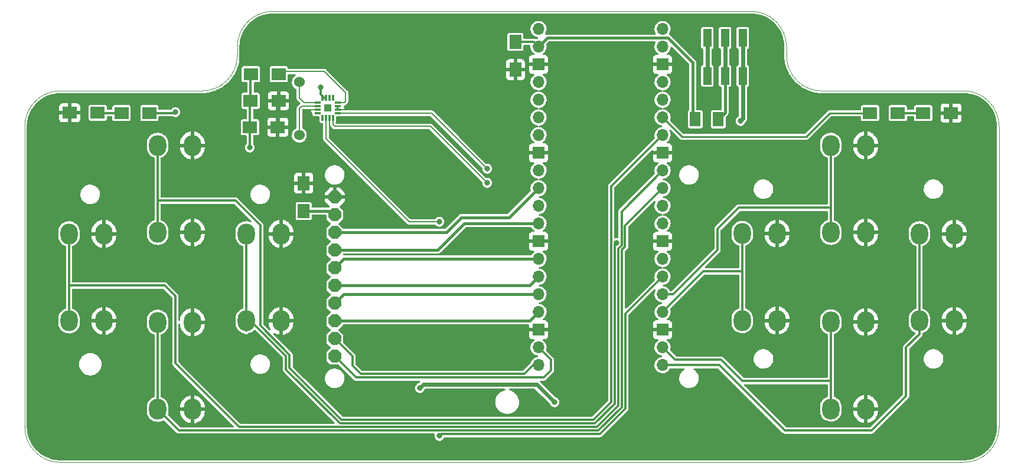
<source format=gbr>
%TF.GenerationSoftware,KiCad,Pcbnew,(6.0.0)*%
%TF.CreationDate,2022-08-16T21:22:32+02:00*%
%TF.ProjectId,pigame_pico,70696761-6d65-45f7-9069-636f2e6b6963,rev?*%
%TF.SameCoordinates,Original*%
%TF.FileFunction,Copper,L1,Top*%
%TF.FilePolarity,Positive*%
%FSLAX46Y46*%
G04 Gerber Fmt 4.6, Leading zero omitted, Abs format (unit mm)*
G04 Created by KiCad (PCBNEW (6.0.0)) date 2022-08-16 21:22:32*
%MOMM*%
%LPD*%
G01*
G04 APERTURE LIST*
G04 Aperture macros list*
%AMRoundRect*
0 Rectangle with rounded corners*
0 $1 Rounding radius*
0 $2 $3 $4 $5 $6 $7 $8 $9 X,Y pos of 4 corners*
0 Add a 4 corners polygon primitive as box body*
4,1,4,$2,$3,$4,$5,$6,$7,$8,$9,$2,$3,0*
0 Add four circle primitives for the rounded corners*
1,1,$1+$1,$2,$3*
1,1,$1+$1,$4,$5*
1,1,$1+$1,$6,$7*
1,1,$1+$1,$8,$9*
0 Add four rect primitives between the rounded corners*
20,1,$1+$1,$2,$3,$4,$5,0*
20,1,$1+$1,$4,$5,$6,$7,0*
20,1,$1+$1,$6,$7,$8,$9,0*
20,1,$1+$1,$8,$9,$2,$3,0*%
%AMOutline5P*
0 Free polygon, 5 corners , with rotation*
0 The origin of the aperture is its center*
0 number of corners: always 5*
0 $1 to $10 corner X, Y*
0 $11 Rotation angle, in degrees counterclockwise*
0 create outline with 5 corners*
4,1,5,$1,$2,$3,$4,$5,$6,$7,$8,$9,$10,$1,$2,$11*%
%AMOutline6P*
0 Free polygon, 6 corners , with rotation*
0 The origin of the aperture is its center*
0 number of corners: always 6*
0 $1 to $12 corner X, Y*
0 $13 Rotation angle, in degrees counterclockwise*
0 create outline with 6 corners*
4,1,6,$1,$2,$3,$4,$5,$6,$7,$8,$9,$10,$11,$12,$1,$2,$13*%
%AMOutline7P*
0 Free polygon, 7 corners , with rotation*
0 The origin of the aperture is its center*
0 number of corners: always 7*
0 $1 to $14 corner X, Y*
0 $15 Rotation angle, in degrees counterclockwise*
0 create outline with 7 corners*
4,1,7,$1,$2,$3,$4,$5,$6,$7,$8,$9,$10,$11,$12,$13,$14,$1,$2,$15*%
%AMOutline8P*
0 Free polygon, 8 corners , with rotation*
0 The origin of the aperture is its center*
0 number of corners: always 8*
0 $1 to $16 corner X, Y*
0 $17 Rotation angle, in degrees counterclockwise*
0 create outline with 8 corners*
4,1,8,$1,$2,$3,$4,$5,$6,$7,$8,$9,$10,$11,$12,$13,$14,$15,$16,$1,$2,$17*%
G04 Aperture macros list end*
%TA.AperFunction,Profile*%
%ADD10C,0.100000*%
%TD*%
%TA.AperFunction,ComponentPad*%
%ADD11C,1.524000*%
%TD*%
%TA.AperFunction,ComponentPad*%
%ADD12Outline8P,-0.900000X0.450000X-0.450000X0.900000X0.450000X0.900000X0.900000X0.450000X0.900000X-0.450000X0.450000X-0.900000X-0.450000X-0.900000X-0.900000X-0.450000X180.000000*%
%TD*%
%TA.AperFunction,ComponentPad*%
%ADD13O,2.500000X3.000000*%
%TD*%
%TA.AperFunction,SMDPad,CuDef*%
%ADD14R,1.500000X2.000000*%
%TD*%
%TA.AperFunction,SMDPad,CuDef*%
%ADD15RoundRect,0.018900X0.411100X0.116100X-0.411100X0.116100X-0.411100X-0.116100X0.411100X-0.116100X0*%
%TD*%
%TA.AperFunction,SMDPad,CuDef*%
%ADD16RoundRect,0.018900X-0.116100X0.411100X-0.116100X-0.411100X0.116100X-0.411100X0.116100X0.411100X0*%
%TD*%
%TA.AperFunction,SMDPad,CuDef*%
%ADD17RoundRect,0.018900X-0.411100X-0.116100X0.411100X-0.116100X0.411100X0.116100X-0.411100X0.116100X0*%
%TD*%
%TA.AperFunction,SMDPad,CuDef*%
%ADD18RoundRect,0.018900X0.116100X-0.411100X0.116100X0.411100X-0.116100X0.411100X-0.116100X-0.411100X0*%
%TD*%
%TA.AperFunction,SMDPad,CuDef*%
%ADD19R,1.100000X1.100000*%
%TD*%
%TA.AperFunction,SMDPad,CuDef*%
%ADD20R,2.000000X1.700000*%
%TD*%
%TA.AperFunction,SMDPad,CuDef*%
%ADD21R,1.700000X2.000000*%
%TD*%
%TA.AperFunction,SMDPad,CuDef*%
%ADD22R,1.200000X2.500000*%
%TD*%
%TA.AperFunction,ComponentPad*%
%ADD23O,1.700000X1.700000*%
%TD*%
%TA.AperFunction,ComponentPad*%
%ADD24R,1.700000X1.700000*%
%TD*%
%TA.AperFunction,ViaPad*%
%ADD25C,0.800000*%
%TD*%
%TA.AperFunction,Conductor*%
%ADD26C,0.400000*%
%TD*%
%TA.AperFunction,Conductor*%
%ADD27C,0.600000*%
%TD*%
%TA.AperFunction,Conductor*%
%ADD28C,0.250000*%
%TD*%
%TA.AperFunction,Conductor*%
%ADD29C,0.300000*%
%TD*%
%TA.AperFunction,Conductor*%
%ADD30C,0.200000*%
%TD*%
G04 APERTURE END LIST*
D10*
X196850002Y-71120002D02*
X217170000Y-71120000D01*
X118110000Y-59690000D02*
X152400000Y-59690000D01*
X186690000Y-59690000D02*
X152400000Y-59690000D01*
X82550000Y-119380000D02*
G75*
G03*
X87630000Y-124460000I5080002J2D01*
G01*
X87630000Y-71120000D02*
X107950002Y-71120002D01*
X152400000Y-124460000D02*
X217170000Y-124460000D01*
X222250000Y-119380000D02*
X222250000Y-76200000D01*
X191770000Y-64770000D02*
X191770002Y-66040002D01*
X217170000Y-124460000D02*
G75*
G03*
X222250000Y-119380000I-2J5080002D01*
G01*
X113030000Y-64770000D02*
X113030002Y-66040002D01*
X107950002Y-71120002D02*
G75*
G03*
X113030002Y-66040002I-2J5080002D01*
G01*
X191770000Y-64770000D02*
G75*
G03*
X186690000Y-59690000I-5080002J-2D01*
G01*
X191770002Y-66040002D02*
G75*
G03*
X196850002Y-71120002I5080002J2D01*
G01*
X222250000Y-76200000D02*
G75*
G03*
X217170000Y-71120000I-5080002J-2D01*
G01*
X82550000Y-76200000D02*
X82550000Y-119380000D01*
X87630000Y-71120000D02*
G75*
G03*
X82550000Y-76200000I2J-5080002D01*
G01*
X118110000Y-59690000D02*
G75*
G03*
X113030000Y-64770000I2J-5080002D01*
G01*
X152400000Y-124460000D02*
X87630000Y-124460000D01*
D11*
%TO.P,LS1,1,1*%
%TO.N,Net-(LS1-Pad1)*%
X121920000Y-77460000D03*
%TO.P,LS1,2,2*%
%TO.N,Net-(LS1-Pad2)*%
X121920000Y-69860000D03*
%TD*%
D12*
%TO.P,U1,1,LITE*%
%TO.N,LITE*%
X127000000Y-109220000D03*
%TO.P,U1,2,MISO*%
%TO.N,MISO*%
X127000000Y-106680000D03*
%TO.P,U1,3,SCK*%
%TO.N,SCK*%
X127000000Y-104140000D03*
%TO.P,U1,4,MOSI*%
%TO.N,MOSI*%
X127000000Y-101600000D03*
%TO.P,U1,5,TFT_CS*%
%TO.N,TFT_CS*%
X127000000Y-99060000D03*
%TO.P,U1,6,CARD_CS*%
%TO.N,CARD_CS*%
X127000000Y-96520000D03*
%TO.P,U1,7,D/C*%
%TO.N,D{slash}C*%
X127000000Y-93980000D03*
%TO.P,U1,8,RESET*%
%TO.N,RESET*%
X127000000Y-91440000D03*
%TO.P,U1,9,VCC*%
%TO.N,+3V3*%
X127000000Y-88900000D03*
%TO.P,U1,10,GND*%
%TO.N,GND*%
X127000000Y-86360000D03*
%TD*%
D13*
%TO.P,SW4,1,1*%
%TO.N,BTN_D*%
X114300000Y-104140000D03*
X114300000Y-91640000D03*
%TO.P,SW4,2,2*%
%TO.N,GND*%
X119300000Y-91640000D03*
X119300000Y-104140000D03*
%TD*%
D14*
%TO.P,D3,1,K*%
%TO.N,Net-(C4-Pad1)*%
X178690000Y-75184000D03*
%TO.P,D3,2,A*%
%TO.N,Net-(D3-Pad2)*%
X181990000Y-75184000D03*
%TD*%
D15*
%TO.P,U2,1,DIN*%
%TO.N,DIN*%
X127419000Y-74321000D03*
%TO.P,U2,2,GAIN_SLOT*%
%TO.N,GND*%
X127419000Y-73821000D03*
%TO.P,U2,3,GND*%
X127419000Y-73321000D03*
%TO.P,U2,4,~{SD_MODE}*%
%TO.N,Net-(R1-Pad2)*%
X127419000Y-72821000D03*
D16*
%TO.P,U2,5*%
%TO.N,N/C*%
X126734000Y-72136000D03*
%TO.P,U2,6*%
X126234000Y-72136000D03*
%TO.P,U2,7,VDD*%
%TO.N,+3V3*%
X125734000Y-72136000D03*
%TO.P,U2,8,VDD*%
X125234000Y-72136000D03*
D17*
%TO.P,U2,9,OUTP*%
%TO.N,Net-(LS1-Pad2)*%
X124549000Y-72821000D03*
%TO.P,U2,10,OUTN*%
%TO.N,Net-(LS1-Pad1)*%
X124549000Y-73321000D03*
%TO.P,U2,11,GND*%
%TO.N,GND*%
X124549000Y-73821000D03*
%TO.P,U2,12*%
%TO.N,N/C*%
X124549000Y-74321000D03*
D18*
%TO.P,U2,13*%
X125234000Y-75006000D03*
%TO.P,U2,14,LRCLK*%
%TO.N,LRCLK*%
X125734000Y-75006000D03*
%TO.P,U2,15,GND*%
%TO.N,GND*%
X126234000Y-75006000D03*
%TO.P,U2,16,BCLK*%
%TO.N,BCLK*%
X126734000Y-75006000D03*
D19*
%TO.P,U2,17,EP*%
%TO.N,unconnected-(U2-Pad17)*%
X125984000Y-73571000D03*
%TD*%
D13*
%TO.P,SW8,1,1*%
%TO.N,BTN_L*%
X210820000Y-91640000D03*
X210820000Y-104140000D03*
%TO.P,SW8,2,2*%
%TO.N,GND*%
X215820000Y-91640000D03*
X215820000Y-104140000D03*
%TD*%
%TO.P,SW3,1,1*%
%TO.N,BTN_S*%
X101600000Y-116840000D03*
X101600000Y-104340000D03*
%TO.P,SW3,2,2*%
%TO.N,GND*%
X106600000Y-116840000D03*
X106600000Y-104340000D03*
%TD*%
D20*
%TO.P,C2,1*%
%TO.N,+3V3*%
X114935000Y-72542400D03*
%TO.P,C2,2*%
%TO.N,GND*%
X118935000Y-72542400D03*
%TD*%
D21*
%TO.P,C1,1*%
%TO.N,+3V3*%
X122555000Y-88360000D03*
%TO.P,C1,2*%
%TO.N,GND*%
X122555000Y-84360000D03*
%TD*%
D20*
%TO.P,R3,1*%
%TO.N,LED_R*%
X203740000Y-74295000D03*
%TO.P,R3,2*%
%TO.N,Net-(D1-Pad2)*%
X207740000Y-74295000D03*
%TD*%
D13*
%TO.P,SW5,1,1*%
%TO.N,BTN_I*%
X198120000Y-91440000D03*
X198120000Y-78940000D03*
%TO.P,SW5,2,2*%
%TO.N,GND*%
X203120000Y-78940000D03*
X203120000Y-91440000D03*
%TD*%
D20*
%TO.P,R1,1*%
%TO.N,+3V3*%
X114967000Y-68707000D03*
%TO.P,R1,2*%
%TO.N,Net-(R1-Pad2)*%
X118967000Y-68707000D03*
%TD*%
D13*
%TO.P,SW7,1,1*%
%TO.N,BTN_K*%
X198120000Y-116790000D03*
X198120000Y-104290000D03*
%TO.P,SW7,2,2*%
%TO.N,GND*%
X203120000Y-104290000D03*
X203120000Y-116790000D03*
%TD*%
%TO.P,SW1,1,1*%
%TO.N,BTN_W*%
X101600000Y-78940000D03*
X101600000Y-91440000D03*
%TO.P,SW1,2,2*%
%TO.N,GND*%
X106600000Y-78940000D03*
X106600000Y-91440000D03*
%TD*%
%TO.P,SW2,1,1*%
%TO.N,BTN_A*%
X88900000Y-104140000D03*
X88900000Y-91640000D03*
%TO.P,SW2,2,2*%
%TO.N,GND*%
X93900000Y-104140000D03*
X93900000Y-91640000D03*
%TD*%
D20*
%TO.P,D2,1,K*%
%TO.N,GND*%
X89014800Y-74269600D03*
%TO.P,D2,2,A*%
%TO.N,Net-(D2-Pad2)*%
X93014800Y-74269600D03*
%TD*%
%TO.P,C3,1*%
%TO.N,+3V3*%
X114840000Y-76327000D03*
%TO.P,C3,2*%
%TO.N,GND*%
X118840000Y-76327000D03*
%TD*%
D21*
%TO.P,C4,1*%
%TO.N,Net-(C4-Pad1)*%
X152908000Y-64072000D03*
%TO.P,C4,2*%
%TO.N,GND*%
X152908000Y-68072000D03*
%TD*%
D22*
%TO.P,SW9,1,A*%
%TO.N,unconnected-(SW9-Pad1)*%
X180405400Y-63500000D03*
X180405400Y-68961000D03*
%TO.P,SW9,2,B*%
%TO.N,Net-(D3-Pad2)*%
X182945400Y-63500000D03*
X182945400Y-68961000D03*
%TO.P,SW9,3,C*%
%TO.N,Net-(J1-Pad4)*%
X185485400Y-63500000D03*
X185485400Y-68961000D03*
%TD*%
D20*
%TO.P,D1,1,K*%
%TO.N,GND*%
X215360000Y-74295000D03*
%TO.P,D1,2,A*%
%TO.N,Net-(D1-Pad2)*%
X211360000Y-74295000D03*
%TD*%
D13*
%TO.P,SW6,1,1*%
%TO.N,BTN_J*%
X185420000Y-104090000D03*
X185420000Y-91590000D03*
%TO.P,SW6,2,2*%
%TO.N,GND*%
X190420000Y-104090000D03*
X190420000Y-91590000D03*
%TD*%
D20*
%TO.P,R4,1*%
%TO.N,LED_L*%
X100425000Y-74295000D03*
%TO.P,R4,2*%
%TO.N,Net-(D2-Pad2)*%
X96425000Y-74295000D03*
%TD*%
D23*
%TO.P,U5,40,VBUS*%
%TO.N,+5V*%
X156210000Y-62230000D03*
%TO.P,U5,39,VSYS*%
%TO.N,Net-(C4-Pad1)*%
X156210000Y-64770000D03*
D24*
%TO.P,U5,38,GND*%
%TO.N,GND*%
X156210000Y-67310000D03*
D23*
%TO.P,U5,37,3V3_EN*%
%TO.N,unconnected-(U5-Pad37)*%
X156210000Y-69850000D03*
%TO.P,U5,36,3V3*%
%TO.N,+3V3*%
X156210000Y-72390000D03*
%TO.P,U5,35,ADC_VREF*%
%TO.N,unconnected-(U5-Pad35)*%
X156210000Y-74930000D03*
%TO.P,U5,34,GPIO28_ADC2*%
%TO.N,LED_L*%
X156210000Y-77470000D03*
D24*
%TO.P,U5,33,AGND*%
%TO.N,GND*%
X156210000Y-80010000D03*
D23*
%TO.P,U5,32,GPIO27_ADC1*%
%TO.N,unconnected-(U5-Pad32)*%
X156210000Y-82550000D03*
%TO.P,U5,31,GPIO26_ADC0*%
%TO.N,RESET*%
X156210000Y-85090000D03*
%TO.P,U5,30,RUN*%
%TO.N,unconnected-(U5-Pad30)*%
X156210000Y-87630000D03*
%TO.P,U5,29,GPIO22*%
%TO.N,D{slash}C*%
X156210000Y-90170000D03*
D24*
%TO.P,U5,28,GND*%
%TO.N,GND*%
X156210000Y-92710000D03*
D23*
%TO.P,U5,27,GPIO21*%
%TO.N,CARD_CS*%
X156210000Y-95250000D03*
%TO.P,U5,26,GPIO20*%
%TO.N,TFT_CS*%
X156210000Y-97790000D03*
%TO.P,U5,25,GPIO19*%
%TO.N,MOSI*%
X156210000Y-100330000D03*
%TO.P,U5,24,GPIO18*%
%TO.N,SCK*%
X156210000Y-102870000D03*
D24*
%TO.P,U5,23,GND*%
%TO.N,GND*%
X156210000Y-105410000D03*
D23*
%TO.P,U5,22,GPIO17*%
%TO.N,LITE*%
X156210000Y-107950000D03*
%TO.P,U5,21,GPIO16*%
%TO.N,MISO*%
X156210000Y-110490000D03*
%TO.P,U5,20,GPIO15*%
%TO.N,BTN_L*%
X173990000Y-110490000D03*
%TO.P,U5,19,GPIO14*%
%TO.N,BTN_K*%
X173990000Y-107950000D03*
D24*
%TO.P,U5,18,GND*%
%TO.N,GND*%
X173990000Y-105410000D03*
D23*
%TO.P,U5,17,GPIO13*%
%TO.N,BTN_J*%
X173990000Y-102870000D03*
%TO.P,U5,16,GPIO12*%
%TO.N,BTN_I*%
X173990000Y-100330000D03*
%TO.P,U5,15,GPIO11*%
%TO.N,LRCLK*%
X173990000Y-97790000D03*
%TO.P,U5,14,GPIO10*%
%TO.N,BCLK*%
X173990000Y-95250000D03*
D24*
%TO.P,U5,13,GND*%
%TO.N,GND*%
X173990000Y-92710000D03*
D23*
%TO.P,U5,12,GPIO9*%
%TO.N,DIN*%
X173990000Y-90170000D03*
%TO.P,U5,11,GPIO8*%
%TO.N,BTN_D*%
X173990000Y-87630000D03*
%TO.P,U5,10,GPIO7*%
%TO.N,BTN_S*%
X173990000Y-85090000D03*
%TO.P,U5,9,GPIO6*%
%TO.N,BTN_A*%
X173990000Y-82550000D03*
D24*
%TO.P,U5,8,GND*%
%TO.N,GND*%
X173990000Y-80010000D03*
D23*
%TO.P,U5,7,GPIO5*%
%TO.N,BTN_W*%
X173990000Y-77470000D03*
%TO.P,U5,6,GPIO4*%
%TO.N,LED_R*%
X173990000Y-74930000D03*
%TO.P,U5,5,GPIO3*%
%TO.N,GPIO3*%
X173990000Y-72390000D03*
%TO.P,U5,4,GPIO2*%
%TO.N,GPIO2*%
X173990000Y-69850000D03*
D24*
%TO.P,U5,3,GND*%
%TO.N,GND*%
X173990000Y-67310000D03*
D23*
%TO.P,U5,2,GPIO1*%
%TO.N,GPIO1*%
X173990000Y-64770000D03*
%TO.P,U5,1,GPIO0*%
%TO.N,GPIO0*%
X173990000Y-62230000D03*
%TD*%
D25*
%TO.N,GND*%
X187579000Y-70485000D03*
%TO.N,+3V3*%
X124968000Y-70612000D03*
X114808000Y-79248000D03*
%TO.N,GND*%
X146812000Y-109220000D03*
%TO.N,LED_L*%
X104140000Y-74168000D03*
%TO.N,BTN_D*%
X167373500Y-92964000D03*
%TO.N,DIN*%
X148844000Y-82296000D03*
%TO.N,LRCLK*%
X142007977Y-120662500D03*
X141986000Y-89916000D03*
%TO.N,BCLK*%
X148844000Y-84328000D03*
%TO.N,Net-(J1-Pad4)*%
X185166000Y-75438000D03*
X139192000Y-113792000D03*
X158496000Y-115824000D03*
%TD*%
D26*
%TO.N,CARD_CS*%
X156210000Y-95250000D02*
X128270000Y-95250000D01*
X128270000Y-95250000D02*
X127000000Y-96520000D01*
%TO.N,RESET*%
X127000000Y-91440000D02*
X143002000Y-91440000D01*
X143002000Y-91440000D02*
X145161000Y-89281000D01*
X145161000Y-89281000D02*
X152019000Y-89281000D01*
X152019000Y-89281000D02*
X156210000Y-85090000D01*
D27*
%TO.N,Net-(J1-Pad4)*%
X185485400Y-68961000D02*
X185485400Y-75118600D01*
X185485400Y-75118600D02*
X185166000Y-75438000D01*
D28*
%TO.N,LED_R*%
X197993000Y-74295000D02*
X194564000Y-77724000D01*
X203740000Y-74295000D02*
X197993000Y-74295000D01*
X177800000Y-77724000D02*
X194564000Y-77724000D01*
X176784000Y-77724000D02*
X177800000Y-77724000D01*
X173990000Y-74930000D02*
X176784000Y-77724000D01*
D29*
%TO.N,+3V3*%
X125234000Y-72136000D02*
X125476000Y-72136000D01*
X114840000Y-72637400D02*
X114935000Y-72542400D01*
D26*
X122555000Y-88360000D02*
X126460000Y-88360000D01*
D29*
X125476000Y-72136000D02*
X124968000Y-71628000D01*
X125476000Y-72136000D02*
X125734000Y-72136000D01*
X124968000Y-71628000D02*
X124968000Y-70612000D01*
X114935000Y-69291200D02*
X114935000Y-72542400D01*
D26*
X126460000Y-88360000D02*
X127000000Y-88900000D01*
D29*
X114840000Y-76200000D02*
X114840000Y-72637400D01*
X114840000Y-76200000D02*
X114840000Y-79216000D01*
X114840000Y-79216000D02*
X114808000Y-79248000D01*
D30*
%TO.N,GND*%
X126234000Y-75006000D02*
X126234000Y-76474757D01*
D27*
X118840000Y-76200000D02*
X118840000Y-72637400D01*
D30*
X124549000Y-73821000D02*
X123283000Y-73821000D01*
X127419000Y-73821000D02*
X128871000Y-73821000D01*
X127419000Y-73321000D02*
X127419000Y-73821000D01*
D27*
X118840000Y-72637400D02*
X118935000Y-72542400D01*
D30*
X123283000Y-73821000D02*
X122936000Y-74168000D01*
D29*
%TO.N,Net-(C4-Pad1)*%
X153606000Y-64770000D02*
X152908000Y-64072000D01*
D26*
X156210000Y-64770000D02*
X157460000Y-63520000D01*
X178308000Y-74802000D02*
X178690000Y-75184000D01*
X174772000Y-63520000D02*
X178308000Y-67056000D01*
X178308000Y-67056000D02*
X178308000Y-74802000D01*
D29*
X155512000Y-64072000D02*
X156210000Y-64770000D01*
X152908000Y-64072000D02*
X155512000Y-64072000D01*
D26*
X157460000Y-63520000D02*
X174772000Y-63520000D01*
D29*
%TO.N,Net-(D1-Pad2)*%
X207740000Y-74295000D02*
X211360000Y-74295000D01*
%TO.N,Net-(D2-Pad2)*%
X96425000Y-74295000D02*
X93040200Y-74295000D01*
X93040200Y-74295000D02*
X93014800Y-74269600D01*
D26*
%TO.N,Net-(D3-Pad2)*%
X182945400Y-68961000D02*
X182945400Y-74228600D01*
X182945400Y-74228600D02*
X181990000Y-75184000D01*
X182715000Y-69191400D02*
X182945400Y-68961000D01*
D27*
X182945400Y-68961000D02*
X182945400Y-63500000D01*
D30*
%TO.N,Net-(LS1-Pad1)*%
X121920000Y-73660000D02*
X121920000Y-77460000D01*
X122259000Y-73321000D02*
X121920000Y-73660000D01*
X124549000Y-73321000D02*
X122259000Y-73321000D01*
%TO.N,Net-(LS1-Pad2)*%
X122605000Y-72821000D02*
X121920000Y-72136000D01*
X121920000Y-72136000D02*
X121920000Y-69860000D01*
X124549000Y-72821000D02*
X122605000Y-72821000D01*
%TO.N,Net-(R1-Pad2)*%
X128347000Y-72821000D02*
X128524000Y-72644000D01*
X119634000Y-68326000D02*
X118935000Y-69025000D01*
X127419000Y-72821000D02*
X128347000Y-72821000D01*
X128524000Y-72644000D02*
X128524000Y-71374000D01*
X118935000Y-69025000D02*
X118935000Y-69291200D01*
X128524000Y-71374000D02*
X125476000Y-68326000D01*
X125476000Y-68326000D02*
X119634000Y-68326000D01*
D29*
%TO.N,LED_L*%
X104013000Y-74295000D02*
X104140000Y-74168000D01*
X100425000Y-74295000D02*
X104013000Y-74295000D01*
%TO.N,BTN_W*%
X166624000Y-115824000D02*
X164084000Y-118364000D01*
X173990000Y-77470000D02*
X166624000Y-84836000D01*
X116332000Y-104830572D02*
X116332000Y-90424000D01*
X112776000Y-86868000D02*
X101600000Y-86868000D01*
X166624000Y-84836000D02*
X166624000Y-115824000D01*
X101600000Y-78940000D02*
X101600000Y-86868000D01*
X164084000Y-118364000D02*
X127960428Y-118364000D01*
X116332000Y-90424000D02*
X112776000Y-86868000D01*
X120514520Y-109013093D02*
X116332000Y-104830572D01*
X101600000Y-86868000D02*
X101600000Y-91440000D01*
X127960428Y-118364000D02*
X120514520Y-110918092D01*
X120514520Y-110918092D02*
X120514520Y-109013093D01*
%TO.N,BTN_A*%
X164608978Y-119363022D02*
X113267022Y-119363022D01*
X88900000Y-91640000D02*
X88900000Y-104140000D01*
X167640000Y-93757456D02*
X167640000Y-116332000D01*
X113267022Y-119363022D02*
X104140000Y-110236000D01*
X88900000Y-99060000D02*
X102616000Y-99060000D01*
X173990000Y-82550000D02*
X168123001Y-88416999D01*
X88900000Y-91640000D02*
X88900000Y-99060000D01*
X102616000Y-99060000D02*
X104140000Y-100584000D01*
X168123001Y-88416999D02*
X168123001Y-93274455D01*
X104140000Y-110236000D02*
X104140000Y-100584000D01*
X167640000Y-116332000D02*
X164608978Y-119363022D01*
X88900000Y-99060000D02*
X88900000Y-100076000D01*
X168123001Y-93274455D02*
X167640000Y-93757456D01*
%TO.N,BTN_S*%
X173990000Y-85090000D02*
X168622512Y-90457488D01*
X168622512Y-93481360D02*
X168139511Y-93964360D01*
X101600000Y-104340000D02*
X101600000Y-116840000D01*
X168622512Y-90457488D02*
X168622512Y-93481360D01*
X168139511Y-116538905D02*
X164798905Y-119879511D01*
X164798905Y-119879511D02*
X104639511Y-119879511D01*
X101600000Y-111760000D02*
X101600000Y-116840000D01*
X168139511Y-93964360D02*
X168139511Y-116538905D01*
X104639511Y-119879511D02*
X101600000Y-116840000D01*
%TO.N,BTN_D*%
X114935000Y-104140000D02*
X114300000Y-104140000D01*
X114300000Y-91640000D02*
X114300000Y-104140000D01*
X167373500Y-92964000D02*
X167132000Y-93205500D01*
X164290905Y-118863511D02*
X127753511Y-118863511D01*
X114300000Y-105588381D02*
X114300000Y-104140000D01*
X127753511Y-118863511D02*
X120015000Y-111125000D01*
X167132000Y-116022416D02*
X164290905Y-118863511D01*
X167132000Y-93205500D02*
X167132000Y-116022416D01*
X120015000Y-111125000D02*
X120015000Y-109220000D01*
X120015000Y-109220000D02*
X114935000Y-104140000D01*
%TO.N,BTN_I*%
X198120000Y-84836000D02*
X198120000Y-78940000D01*
X181864000Y-93980000D02*
X181864000Y-90932000D01*
X175514000Y-100330000D02*
X181864000Y-93980000D01*
X181864000Y-90932000D02*
X184912000Y-87884000D01*
X198120000Y-87884000D02*
X198120000Y-84836000D01*
X184912000Y-87884000D02*
X198120000Y-87884000D01*
X173990000Y-100330000D02*
X175514000Y-100330000D01*
X198120000Y-91440000D02*
X198120000Y-87884000D01*
%TO.N,BTN_J*%
X185420000Y-91590000D02*
X185420000Y-104090000D01*
X179832000Y-97028000D02*
X185420000Y-97028000D01*
X173990000Y-102870000D02*
X179832000Y-97028000D01*
X185420000Y-97028000D02*
X185420000Y-104090000D01*
%TO.N,BTN_K*%
X198120000Y-112776000D02*
X185420000Y-112776000D01*
X182372000Y-109728000D02*
X175768000Y-109728000D01*
X198120000Y-112776000D02*
X198120000Y-116790000D01*
X198120000Y-108204000D02*
X198120000Y-112776000D01*
X185420000Y-112776000D02*
X182372000Y-109728000D01*
X198120000Y-104290000D02*
X198120000Y-108204000D01*
X175768000Y-109728000D02*
X173990000Y-107950000D01*
%TO.N,BTN_L*%
X210820000Y-106045000D02*
X210820000Y-104140000D01*
X182118000Y-110490000D02*
X191516000Y-119888000D01*
X210820000Y-91640000D02*
X210820000Y-104140000D01*
X173990000Y-110490000D02*
X182118000Y-110490000D01*
X191516000Y-119888000D02*
X203962000Y-119888000D01*
X208915000Y-107950000D02*
X210820000Y-106045000D01*
X203962000Y-119888000D02*
X208915000Y-114935000D01*
X208915000Y-114935000D02*
X208915000Y-107950000D01*
D27*
%TO.N,unconnected-(SW9-Pad1)*%
X180405400Y-68961000D02*
X180405400Y-63500000D01*
D29*
%TO.N,LITE*%
X157988000Y-109728000D02*
X156210000Y-107950000D01*
X130048000Y-112268000D02*
X156972000Y-112268000D01*
X156972000Y-112268000D02*
X157988000Y-111252000D01*
X130048000Y-112268000D02*
X127000000Y-109220000D01*
X157988000Y-111252000D02*
X157988000Y-109728000D01*
%TO.N,MISO*%
X154178000Y-111760000D02*
X130710051Y-111760000D01*
X130710051Y-111760000D02*
X129540000Y-110589949D01*
X129540000Y-110589949D02*
X129540000Y-109220000D01*
X156210000Y-110490000D02*
X155448000Y-110490000D01*
X129540000Y-109220000D02*
X127000000Y-106680000D01*
X155448000Y-110490000D02*
X154178000Y-111760000D01*
D26*
%TO.N,SCK*%
X156210000Y-102870000D02*
X154940000Y-104140000D01*
X154940000Y-104140000D02*
X127000000Y-104140000D01*
%TO.N,MOSI*%
X128270000Y-100330000D02*
X127000000Y-101600000D01*
X156210000Y-100330000D02*
X128270000Y-100330000D01*
%TO.N,TFT_CS*%
X154940000Y-99060000D02*
X156210000Y-97790000D01*
X127000000Y-99060000D02*
X154940000Y-99060000D01*
%TO.N,D{slash}C*%
X145542000Y-90170000D02*
X156210000Y-90170000D01*
X141732000Y-93980000D02*
X145542000Y-90170000D01*
X127000000Y-93980000D02*
X141732000Y-93980000D01*
D29*
%TO.N,RESET*%
X155702000Y-85090000D02*
X156210000Y-85090000D01*
D30*
%TO.N,DIN*%
X127419000Y-74321000D02*
X140869000Y-74321000D01*
X140869000Y-74321000D02*
X148844000Y-82296000D01*
%TO.N,LRCLK*%
X137668000Y-89916000D02*
X141986000Y-89916000D01*
D29*
X173990000Y-97790000D02*
X168639022Y-103140978D01*
X164988832Y-120396000D02*
X142274477Y-120396000D01*
D30*
X125734000Y-77982000D02*
X137668000Y-89916000D01*
D29*
X168639022Y-103140978D02*
X168639022Y-116745810D01*
X142274477Y-120396000D02*
X142007977Y-120662500D01*
D30*
X125734000Y-75006000D02*
X125734000Y-77982000D01*
X142165521Y-120820044D02*
X142007977Y-120662500D01*
D29*
X168639022Y-116745810D02*
X164988832Y-120396000D01*
D30*
%TO.N,BCLK*%
X126734000Y-75934000D02*
X127000000Y-76200000D01*
X126734000Y-75006000D02*
X126734000Y-75934000D01*
X127000000Y-76200000D02*
X140716000Y-76200000D01*
X140716000Y-76200000D02*
X148844000Y-84328000D01*
D27*
%TO.N,Net-(J1-Pad4)*%
X185485400Y-68961000D02*
X185485400Y-63500000D01*
X155956000Y-113284000D02*
X150368000Y-113284000D01*
X139700000Y-113284000D02*
X139192000Y-113792000D01*
X158496000Y-115824000D02*
X155956000Y-113284000D01*
X150368000Y-113284000D02*
X139700000Y-113284000D01*
%TD*%
%TA.AperFunction,Conductor*%
%TO.N,GND*%
G36*
X186674608Y-59991914D02*
G01*
X186690000Y-59994628D01*
X186700856Y-59992714D01*
X186706611Y-59992714D01*
X186724821Y-59991521D01*
X187037716Y-60005181D01*
X187101109Y-60007949D01*
X187112057Y-60008907D01*
X187514595Y-60061902D01*
X187525399Y-60063808D01*
X187921790Y-60151686D01*
X187932400Y-60154529D01*
X188319612Y-60276617D01*
X188329927Y-60280370D01*
X188705048Y-60435750D01*
X188714992Y-60440388D01*
X188869453Y-60520795D01*
X189075117Y-60627857D01*
X189084637Y-60633353D01*
X189427050Y-60851495D01*
X189436054Y-60857799D01*
X189726807Y-61080901D01*
X189758165Y-61104963D01*
X189766582Y-61112027D01*
X189986275Y-61313337D01*
X190065914Y-61386313D01*
X190073683Y-61394082D01*
X190286462Y-61626290D01*
X190347971Y-61693415D01*
X190355037Y-61701835D01*
X190602201Y-62023946D01*
X190608505Y-62032950D01*
X190826647Y-62375363D01*
X190832142Y-62384882D01*
X190998785Y-62704998D01*
X191019608Y-62744999D01*
X191024250Y-62754952D01*
X191179627Y-63130066D01*
X191183383Y-63140388D01*
X191258699Y-63379257D01*
X191305471Y-63527599D01*
X191308314Y-63538210D01*
X191396192Y-63934601D01*
X191398098Y-63945405D01*
X191423810Y-64140708D01*
X191451093Y-64347942D01*
X191452051Y-64358892D01*
X191468479Y-64735179D01*
X191467286Y-64753389D01*
X191467286Y-64759144D01*
X191465372Y-64770000D01*
X191467286Y-64780855D01*
X191467286Y-64780857D01*
X191468086Y-64785394D01*
X191470000Y-64807272D01*
X191470002Y-66002731D01*
X191468088Y-66024608D01*
X191465374Y-66040002D01*
X191465411Y-66040209D01*
X191465828Y-66050296D01*
X191465828Y-66050297D01*
X191467541Y-66091715D01*
X191483793Y-66484659D01*
X191538841Y-66926278D01*
X191630170Y-67361843D01*
X191630917Y-67364352D01*
X191726166Y-67684287D01*
X191757155Y-67788379D01*
X191758102Y-67790806D01*
X191847736Y-68020516D01*
X191918930Y-68202971D01*
X191920076Y-68205315D01*
X192113240Y-68600441D01*
X192113246Y-68600453D01*
X192114388Y-68602788D01*
X192115720Y-68605024D01*
X192115722Y-68605027D01*
X192340860Y-68982858D01*
X192340867Y-68982869D01*
X192342196Y-68985099D01*
X192343711Y-68987220D01*
X192343713Y-68987224D01*
X192525379Y-69241662D01*
X192600797Y-69347291D01*
X192888424Y-69686892D01*
X193203112Y-70001580D01*
X193542713Y-70289207D01*
X193544828Y-70290717D01*
X193870000Y-70522886D01*
X193904905Y-70547808D01*
X193907135Y-70549137D01*
X193907146Y-70549144D01*
X194270383Y-70765586D01*
X194287216Y-70775616D01*
X194289551Y-70776758D01*
X194289563Y-70776764D01*
X194476242Y-70868025D01*
X194687033Y-70971074D01*
X194689462Y-70972022D01*
X194689467Y-70972024D01*
X194956680Y-71076291D01*
X195101625Y-71132849D01*
X195104115Y-71133590D01*
X195104117Y-71133591D01*
X195363559Y-71210830D01*
X195528161Y-71259834D01*
X195963726Y-71351163D01*
X196405345Y-71406211D01*
X196608962Y-71414632D01*
X196837621Y-71424090D01*
X196837623Y-71424090D01*
X196849795Y-71424593D01*
X196850002Y-71424630D01*
X196860931Y-71422703D01*
X196865394Y-71421916D01*
X196887273Y-71420002D01*
X217132729Y-71420000D01*
X217154608Y-71421914D01*
X217170000Y-71424628D01*
X217180856Y-71422714D01*
X217186611Y-71422714D01*
X217204821Y-71421521D01*
X217511728Y-71434920D01*
X217581109Y-71437949D01*
X217592057Y-71438907D01*
X217994595Y-71491902D01*
X218005399Y-71493808D01*
X218401790Y-71581686D01*
X218412400Y-71584529D01*
X218799612Y-71706617D01*
X218809927Y-71710370D01*
X219185048Y-71865750D01*
X219194992Y-71870388D01*
X219457443Y-72007011D01*
X219555117Y-72057857D01*
X219564637Y-72063353D01*
X219907050Y-72281495D01*
X219916054Y-72287799D01*
X220238165Y-72534963D01*
X220246582Y-72542027D01*
X220543952Y-72814515D01*
X220545914Y-72816313D01*
X220553683Y-72824082D01*
X220826874Y-73122218D01*
X220827971Y-73123415D01*
X220835034Y-73131832D01*
X220926841Y-73251477D01*
X221082201Y-73453946D01*
X221088505Y-73462950D01*
X221171746Y-73593612D01*
X221289300Y-73778133D01*
X221306647Y-73805363D01*
X221312142Y-73814882D01*
X221495965Y-74168000D01*
X221499608Y-74174999D01*
X221504250Y-74184952D01*
X221658554Y-74557476D01*
X221659627Y-74560066D01*
X221663383Y-74570388D01*
X221775604Y-74926305D01*
X221785471Y-74957599D01*
X221788314Y-74968210D01*
X221876192Y-75364601D01*
X221878098Y-75375405D01*
X221925566Y-75735962D01*
X221931093Y-75777942D01*
X221932051Y-75788892D01*
X221948479Y-76165179D01*
X221947286Y-76183389D01*
X221947286Y-76189144D01*
X221945372Y-76200000D01*
X221947286Y-76210855D01*
X221948086Y-76215392D01*
X221950000Y-76237271D01*
X221950000Y-119342729D01*
X221948086Y-119364608D01*
X221945372Y-119380000D01*
X221947286Y-119390856D01*
X221947286Y-119396611D01*
X221948479Y-119414821D01*
X221932051Y-119791108D01*
X221931093Y-119802057D01*
X221879567Y-120193439D01*
X221878099Y-120204587D01*
X221876192Y-120215399D01*
X221815977Y-120487013D01*
X221788316Y-120611784D01*
X221785471Y-120622400D01*
X221663699Y-121008613D01*
X221663386Y-121009605D01*
X221659630Y-121019927D01*
X221517698Y-121362583D01*
X221504254Y-121395039D01*
X221499608Y-121405001D01*
X221312143Y-121765117D01*
X221306647Y-121774637D01*
X221088505Y-122117050D01*
X221082201Y-122126054D01*
X220835037Y-122448165D01*
X220827971Y-122456585D01*
X220553687Y-122755914D01*
X220545914Y-122763687D01*
X220246585Y-123037971D01*
X220238165Y-123045037D01*
X219916054Y-123292201D01*
X219907050Y-123298505D01*
X219564637Y-123516647D01*
X219555118Y-123522142D01*
X219194992Y-123709612D01*
X219185048Y-123714250D01*
X218809927Y-123869630D01*
X218799612Y-123873383D01*
X218412401Y-123995471D01*
X218401790Y-123998314D01*
X218005399Y-124086192D01*
X217994595Y-124088098D01*
X217592058Y-124141093D01*
X217581109Y-124142051D01*
X217517716Y-124144819D01*
X217204821Y-124158479D01*
X217186611Y-124157286D01*
X217180856Y-124157286D01*
X217170000Y-124155372D01*
X217159145Y-124157286D01*
X217154608Y-124158086D01*
X217132729Y-124160000D01*
X87667271Y-124160000D01*
X87645392Y-124158086D01*
X87640855Y-124157286D01*
X87630000Y-124155372D01*
X87619144Y-124157286D01*
X87613389Y-124157286D01*
X87595179Y-124158479D01*
X87282284Y-124144819D01*
X87218891Y-124142051D01*
X87207942Y-124141093D01*
X86805405Y-124088098D01*
X86794601Y-124086192D01*
X86398210Y-123998314D01*
X86387599Y-123995471D01*
X86000388Y-123873383D01*
X85990073Y-123869630D01*
X85614952Y-123714250D01*
X85605008Y-123709612D01*
X85244882Y-123522142D01*
X85235363Y-123516647D01*
X84892950Y-123298505D01*
X84883946Y-123292201D01*
X84561835Y-123045037D01*
X84553415Y-123037971D01*
X84254086Y-122763687D01*
X84246313Y-122755914D01*
X83972029Y-122456585D01*
X83964963Y-122448165D01*
X83717799Y-122126054D01*
X83711495Y-122117050D01*
X83493353Y-121774637D01*
X83487857Y-121765117D01*
X83300392Y-121405001D01*
X83295746Y-121395039D01*
X83282303Y-121362583D01*
X83140370Y-121019927D01*
X83136614Y-121009605D01*
X83136302Y-121008613D01*
X83014529Y-120622400D01*
X83011684Y-120611784D01*
X82984023Y-120487013D01*
X82923808Y-120215399D01*
X82921901Y-120204587D01*
X82920434Y-120193439D01*
X82868907Y-119802057D01*
X82867949Y-119791108D01*
X82851521Y-119414821D01*
X82852714Y-119396611D01*
X82852714Y-119390856D01*
X82854628Y-119380000D01*
X82851914Y-119364608D01*
X82850000Y-119342729D01*
X82850000Y-110363000D01*
X90342551Y-110363000D01*
X90362317Y-110614148D01*
X90363471Y-110618955D01*
X90363472Y-110618961D01*
X90381182Y-110692728D01*
X90421127Y-110859111D01*
X90423020Y-110863682D01*
X90423021Y-110863684D01*
X90514458Y-111084432D01*
X90517534Y-111091859D01*
X90649164Y-111306659D01*
X90652376Y-111310419D01*
X90652379Y-111310424D01*
X90760334Y-111436822D01*
X90812776Y-111498224D01*
X90821191Y-111505411D01*
X91000576Y-111658621D01*
X91000581Y-111658624D01*
X91004341Y-111661836D01*
X91219141Y-111793466D01*
X91223711Y-111795359D01*
X91223715Y-111795361D01*
X91394720Y-111866193D01*
X91451889Y-111889873D01*
X91536289Y-111910135D01*
X91692039Y-111947528D01*
X91692045Y-111947529D01*
X91696852Y-111948683D01*
X91785149Y-111955632D01*
X91882661Y-111963307D01*
X91882670Y-111963307D01*
X91885118Y-111963500D01*
X92010882Y-111963500D01*
X92013330Y-111963307D01*
X92013339Y-111963307D01*
X92110851Y-111955632D01*
X92199148Y-111948683D01*
X92203955Y-111947529D01*
X92203961Y-111947528D01*
X92359711Y-111910135D01*
X92444111Y-111889873D01*
X92501280Y-111866193D01*
X92672285Y-111795361D01*
X92672289Y-111795359D01*
X92676859Y-111793466D01*
X92891659Y-111661836D01*
X92895419Y-111658624D01*
X92895424Y-111658621D01*
X93074809Y-111505411D01*
X93083224Y-111498224D01*
X93135666Y-111436822D01*
X93243621Y-111310424D01*
X93243624Y-111310419D01*
X93246836Y-111306659D01*
X93378466Y-111091859D01*
X93381543Y-111084432D01*
X93472979Y-110863684D01*
X93472980Y-110863682D01*
X93474873Y-110859111D01*
X93514818Y-110692728D01*
X93532528Y-110618961D01*
X93532529Y-110618955D01*
X93533683Y-110614148D01*
X93553449Y-110363000D01*
X93533683Y-110111852D01*
X93527586Y-110086453D01*
X93476028Y-109871701D01*
X93474873Y-109866889D01*
X93472313Y-109860708D01*
X93380361Y-109638715D01*
X93380359Y-109638711D01*
X93378466Y-109634141D01*
X93246836Y-109419341D01*
X93243624Y-109415581D01*
X93243621Y-109415576D01*
X93086437Y-109231538D01*
X93083224Y-109227776D01*
X93019861Y-109173659D01*
X92895424Y-109067379D01*
X92895419Y-109067376D01*
X92891659Y-109064164D01*
X92676859Y-108932534D01*
X92672289Y-108930641D01*
X92672285Y-108930639D01*
X92448684Y-108838021D01*
X92448682Y-108838020D01*
X92444111Y-108836127D01*
X92359711Y-108815865D01*
X92203961Y-108778472D01*
X92203955Y-108778471D01*
X92199148Y-108777317D01*
X92110851Y-108770368D01*
X92013339Y-108762693D01*
X92013330Y-108762693D01*
X92010882Y-108762500D01*
X91885118Y-108762500D01*
X91882670Y-108762693D01*
X91882661Y-108762693D01*
X91785149Y-108770368D01*
X91696852Y-108777317D01*
X91692045Y-108778471D01*
X91692039Y-108778472D01*
X91536289Y-108815865D01*
X91451889Y-108836127D01*
X91447318Y-108838020D01*
X91447316Y-108838021D01*
X91223715Y-108930639D01*
X91223711Y-108930641D01*
X91219141Y-108932534D01*
X91004341Y-109064164D01*
X91000581Y-109067376D01*
X91000576Y-109067379D01*
X90876139Y-109173659D01*
X90812776Y-109227776D01*
X90809563Y-109231538D01*
X90652379Y-109415576D01*
X90652376Y-109415581D01*
X90649164Y-109419341D01*
X90517534Y-109634141D01*
X90515641Y-109638711D01*
X90515639Y-109638715D01*
X90423687Y-109860708D01*
X90421127Y-109866889D01*
X90419972Y-109871701D01*
X90368415Y-110086453D01*
X90362317Y-110111852D01*
X90342551Y-110363000D01*
X82850000Y-110363000D01*
X82850000Y-104452691D01*
X87349500Y-104452691D01*
X87349702Y-104455199D01*
X87349702Y-104455204D01*
X87363947Y-104632247D01*
X87364466Y-104638702D01*
X87365671Y-104643610D01*
X87365672Y-104643613D01*
X87401310Y-104788702D01*
X87423982Y-104881006D01*
X87425957Y-104885658D01*
X87425958Y-104885662D01*
X87518510Y-105103701D01*
X87521471Y-105110677D01*
X87654427Y-105321808D01*
X87657772Y-105325602D01*
X87812670Y-105501299D01*
X87819428Y-105508965D01*
X88012230Y-105667334D01*
X88227872Y-105792840D01*
X88232595Y-105794653D01*
X88232597Y-105794654D01*
X88292767Y-105817751D01*
X88460805Y-105882255D01*
X88465751Y-105883288D01*
X88465757Y-105883290D01*
X88674509Y-105926900D01*
X88705039Y-105933278D01*
X88710088Y-105933507D01*
X88710094Y-105933508D01*
X88824046Y-105938682D01*
X88954288Y-105944596D01*
X88959308Y-105944015D01*
X88959312Y-105944015D01*
X89197110Y-105916501D01*
X89202140Y-105915919D01*
X89207011Y-105914540D01*
X89207014Y-105914540D01*
X89331442Y-105879330D01*
X89442219Y-105847983D01*
X89560474Y-105792840D01*
X89663766Y-105744675D01*
X89663770Y-105744673D01*
X89668348Y-105742538D01*
X89680591Y-105734218D01*
X89757257Y-105682115D01*
X89874710Y-105602294D01*
X90055994Y-105430862D01*
X90072142Y-105409742D01*
X90204460Y-105236677D01*
X90204461Y-105236676D01*
X90207538Y-105232651D01*
X90325443Y-105012761D01*
X90406674Y-104776848D01*
X90437484Y-104598475D01*
X90448467Y-104534893D01*
X90448468Y-104534887D01*
X90449142Y-104530983D01*
X90449853Y-104515328D01*
X90450436Y-104502497D01*
X90450436Y-104502478D01*
X90450500Y-104501078D01*
X90450500Y-104453998D01*
X92142000Y-104453998D01*
X92142173Y-104458673D01*
X92156088Y-104645926D01*
X92157464Y-104655132D01*
X92213071Y-104900874D01*
X92215795Y-104909785D01*
X92307112Y-105144608D01*
X92311123Y-105153017D01*
X92436146Y-105371760D01*
X92441357Y-105379486D01*
X92597341Y-105577350D01*
X92603634Y-105584218D01*
X92787144Y-105756848D01*
X92794398Y-105762722D01*
X93001403Y-105906327D01*
X93009438Y-105911060D01*
X93235407Y-106022495D01*
X93244040Y-106025983D01*
X93483994Y-106102793D01*
X93493076Y-106104973D01*
X93628120Y-106126967D01*
X93641714Y-106125271D01*
X93645865Y-106111606D01*
X94154000Y-106111606D01*
X94158018Y-106125290D01*
X94171710Y-106127311D01*
X94261904Y-106115036D01*
X94271022Y-106113098D01*
X94512902Y-106042596D01*
X94521633Y-106039333D01*
X94750442Y-105933849D01*
X94758594Y-105929330D01*
X94969291Y-105791192D01*
X94976696Y-105785509D01*
X95164654Y-105617751D01*
X95171139Y-105611035D01*
X95332239Y-105417334D01*
X95337654Y-105409742D01*
X95468354Y-105194354D01*
X95472592Y-105186037D01*
X95570019Y-104953701D01*
X95572980Y-104944851D01*
X95634994Y-104700669D01*
X95636616Y-104691472D01*
X95657684Y-104482247D01*
X95658000Y-104475955D01*
X95658000Y-104412115D01*
X95653525Y-104396876D01*
X95652135Y-104395671D01*
X95644452Y-104394000D01*
X94172115Y-104394000D01*
X94156876Y-104398475D01*
X94155671Y-104399865D01*
X94154000Y-104407548D01*
X94154000Y-106111606D01*
X93645865Y-106111606D01*
X93646000Y-106111161D01*
X93646000Y-104412115D01*
X93641525Y-104396876D01*
X93640135Y-104395671D01*
X93632452Y-104394000D01*
X92160115Y-104394000D01*
X92144876Y-104398475D01*
X92143671Y-104399865D01*
X92142000Y-104407548D01*
X92142000Y-104453998D01*
X90450500Y-104453998D01*
X90450500Y-103867885D01*
X92142000Y-103867885D01*
X92146475Y-103883124D01*
X92147865Y-103884329D01*
X92155548Y-103886000D01*
X93627885Y-103886000D01*
X93643124Y-103881525D01*
X93644329Y-103880135D01*
X93646000Y-103872452D01*
X93646000Y-103867885D01*
X94154000Y-103867885D01*
X94158475Y-103883124D01*
X94159865Y-103884329D01*
X94167548Y-103886000D01*
X95639885Y-103886000D01*
X95655124Y-103881525D01*
X95656329Y-103880135D01*
X95658000Y-103872452D01*
X95658000Y-103826002D01*
X95657827Y-103821327D01*
X95643912Y-103634074D01*
X95642536Y-103624868D01*
X95586929Y-103379126D01*
X95584205Y-103370215D01*
X95492888Y-103135392D01*
X95488877Y-103126983D01*
X95363854Y-102908240D01*
X95358643Y-102900514D01*
X95202659Y-102702650D01*
X95196366Y-102695782D01*
X95012856Y-102523152D01*
X95005602Y-102517278D01*
X94798597Y-102373673D01*
X94790562Y-102368940D01*
X94564593Y-102257505D01*
X94555960Y-102254017D01*
X94316006Y-102177207D01*
X94306924Y-102175027D01*
X94171880Y-102153033D01*
X94158286Y-102154729D01*
X94154000Y-102168839D01*
X94154000Y-103867885D01*
X93646000Y-103867885D01*
X93646000Y-102168394D01*
X93641982Y-102154710D01*
X93628290Y-102152689D01*
X93538096Y-102164964D01*
X93528978Y-102166902D01*
X93287098Y-102237404D01*
X93278367Y-102240667D01*
X93049558Y-102346151D01*
X93041406Y-102350670D01*
X92830709Y-102488808D01*
X92823304Y-102494491D01*
X92635346Y-102662249D01*
X92628861Y-102668965D01*
X92467761Y-102862666D01*
X92462346Y-102870258D01*
X92331646Y-103085646D01*
X92327408Y-103093963D01*
X92229981Y-103326299D01*
X92227020Y-103335149D01*
X92165006Y-103579331D01*
X92163384Y-103588528D01*
X92142316Y-103797753D01*
X92142000Y-103804045D01*
X92142000Y-103867885D01*
X90450500Y-103867885D01*
X90450500Y-103827309D01*
X90450109Y-103822452D01*
X90435940Y-103646339D01*
X90435939Y-103646334D01*
X90435534Y-103641298D01*
X90434233Y-103635999D01*
X90377225Y-103403908D01*
X90376018Y-103398994D01*
X90367859Y-103379771D01*
X90280505Y-103173978D01*
X90280505Y-103173977D01*
X90278529Y-103169323D01*
X90145573Y-102958192D01*
X90056037Y-102856633D01*
X89983920Y-102774832D01*
X89983917Y-102774829D01*
X89980572Y-102771035D01*
X89970384Y-102762666D01*
X89915127Y-102717278D01*
X89787770Y-102612666D01*
X89572128Y-102487160D01*
X89431346Y-102433119D01*
X89374918Y-102390033D01*
X89350741Y-102323280D01*
X89350500Y-102315488D01*
X89350500Y-99636500D01*
X89370502Y-99568379D01*
X89424158Y-99521886D01*
X89476500Y-99510500D01*
X102377207Y-99510500D01*
X102445328Y-99530502D01*
X102466302Y-99547405D01*
X103652595Y-100733698D01*
X103686621Y-100796010D01*
X103689500Y-100822793D01*
X103689500Y-110201780D01*
X103688627Y-110216589D01*
X103684636Y-110250310D01*
X103686328Y-110259574D01*
X103686328Y-110259575D01*
X103695172Y-110308001D01*
X103695822Y-110311904D01*
X103701724Y-110351156D01*
X103704551Y-110369962D01*
X103707679Y-110376475D01*
X103708975Y-110383573D01*
X103736025Y-110435647D01*
X103737768Y-110439137D01*
X103763191Y-110492079D01*
X103768077Y-110497365D01*
X103768110Y-110497413D01*
X103771421Y-110503788D01*
X103775725Y-110508828D01*
X103812952Y-110546055D01*
X103816381Y-110549620D01*
X103855146Y-110591556D01*
X103861505Y-110595249D01*
X103867663Y-110600766D01*
X112480813Y-119213916D01*
X112514839Y-119276228D01*
X112509774Y-119347043D01*
X112467227Y-119403879D01*
X112400707Y-119428690D01*
X112391718Y-119429011D01*
X104878304Y-119429011D01*
X104810183Y-119409009D01*
X104789209Y-119392106D01*
X103102739Y-117705636D01*
X103068713Y-117643324D01*
X103072698Y-117575522D01*
X103106674Y-117476848D01*
X103131407Y-117333661D01*
X103148467Y-117234893D01*
X103148468Y-117234887D01*
X103149142Y-117230983D01*
X103150500Y-117201078D01*
X103150500Y-117153998D01*
X104842000Y-117153998D01*
X104842173Y-117158673D01*
X104856088Y-117345926D01*
X104857464Y-117355132D01*
X104913071Y-117600874D01*
X104915795Y-117609785D01*
X105007112Y-117844608D01*
X105011123Y-117853017D01*
X105136146Y-118071760D01*
X105141357Y-118079486D01*
X105297341Y-118277350D01*
X105303634Y-118284218D01*
X105487144Y-118456848D01*
X105494398Y-118462722D01*
X105701403Y-118606327D01*
X105709438Y-118611060D01*
X105935407Y-118722495D01*
X105944040Y-118725983D01*
X106183994Y-118802793D01*
X106193076Y-118804973D01*
X106328120Y-118826967D01*
X106341714Y-118825271D01*
X106345865Y-118811606D01*
X106854000Y-118811606D01*
X106858018Y-118825290D01*
X106871710Y-118827311D01*
X106961904Y-118815036D01*
X106971022Y-118813098D01*
X107212902Y-118742596D01*
X107221633Y-118739333D01*
X107450442Y-118633849D01*
X107458594Y-118629330D01*
X107669291Y-118491192D01*
X107676696Y-118485509D01*
X107864654Y-118317751D01*
X107871139Y-118311035D01*
X108032239Y-118117334D01*
X108037654Y-118109742D01*
X108168354Y-117894354D01*
X108172592Y-117886037D01*
X108270019Y-117653701D01*
X108272980Y-117644851D01*
X108334994Y-117400669D01*
X108336616Y-117391472D01*
X108357684Y-117182247D01*
X108358000Y-117175955D01*
X108358000Y-117112115D01*
X108353525Y-117096876D01*
X108352135Y-117095671D01*
X108344452Y-117094000D01*
X106872115Y-117094000D01*
X106856876Y-117098475D01*
X106855671Y-117099865D01*
X106854000Y-117107548D01*
X106854000Y-118811606D01*
X106345865Y-118811606D01*
X106346000Y-118811161D01*
X106346000Y-117112115D01*
X106341525Y-117096876D01*
X106340135Y-117095671D01*
X106332452Y-117094000D01*
X104860115Y-117094000D01*
X104844876Y-117098475D01*
X104843671Y-117099865D01*
X104842000Y-117107548D01*
X104842000Y-117153998D01*
X103150500Y-117153998D01*
X103150500Y-116567885D01*
X104842000Y-116567885D01*
X104846475Y-116583124D01*
X104847865Y-116584329D01*
X104855548Y-116586000D01*
X106327885Y-116586000D01*
X106343124Y-116581525D01*
X106344329Y-116580135D01*
X106346000Y-116572452D01*
X106346000Y-116567885D01*
X106854000Y-116567885D01*
X106858475Y-116583124D01*
X106859865Y-116584329D01*
X106867548Y-116586000D01*
X108339885Y-116586000D01*
X108355124Y-116581525D01*
X108356329Y-116580135D01*
X108358000Y-116572452D01*
X108358000Y-116526002D01*
X108357827Y-116521327D01*
X108343912Y-116334074D01*
X108342536Y-116324868D01*
X108286929Y-116079126D01*
X108284205Y-116070215D01*
X108192888Y-115835392D01*
X108188877Y-115826983D01*
X108063854Y-115608240D01*
X108058643Y-115600514D01*
X107902659Y-115402650D01*
X107896366Y-115395782D01*
X107712856Y-115223152D01*
X107705602Y-115217278D01*
X107498597Y-115073673D01*
X107490562Y-115068940D01*
X107264593Y-114957505D01*
X107255960Y-114954017D01*
X107016006Y-114877207D01*
X107006924Y-114875027D01*
X106871880Y-114853033D01*
X106858286Y-114854729D01*
X106854000Y-114868839D01*
X106854000Y-116567885D01*
X106346000Y-116567885D01*
X106346000Y-114868394D01*
X106341982Y-114854710D01*
X106328290Y-114852689D01*
X106238096Y-114864964D01*
X106228978Y-114866902D01*
X105987098Y-114937404D01*
X105978367Y-114940667D01*
X105749558Y-115046151D01*
X105741406Y-115050670D01*
X105530709Y-115188808D01*
X105523304Y-115194491D01*
X105335346Y-115362249D01*
X105328861Y-115368965D01*
X105167761Y-115562666D01*
X105162346Y-115570258D01*
X105031646Y-115785646D01*
X105027408Y-115793963D01*
X104929981Y-116026299D01*
X104927020Y-116035149D01*
X104865006Y-116279331D01*
X104863384Y-116288528D01*
X104842316Y-116497753D01*
X104842000Y-116504045D01*
X104842000Y-116567885D01*
X103150500Y-116567885D01*
X103150500Y-116527309D01*
X103150298Y-116524796D01*
X103135940Y-116346339D01*
X103135939Y-116346334D01*
X103135534Y-116341298D01*
X103131499Y-116324868D01*
X103077225Y-116103908D01*
X103076018Y-116098994D01*
X103056881Y-116053908D01*
X102980505Y-115873978D01*
X102980505Y-115873977D01*
X102978529Y-115869323D01*
X102845573Y-115658192D01*
X102757454Y-115558240D01*
X102683920Y-115474832D01*
X102683917Y-115474829D01*
X102680572Y-115471035D01*
X102487770Y-115312666D01*
X102272128Y-115187160D01*
X102131346Y-115133119D01*
X102074918Y-115090033D01*
X102050741Y-115023280D01*
X102050500Y-115015488D01*
X102050500Y-106169229D01*
X102070502Y-106101108D01*
X102124158Y-106054615D01*
X102132758Y-106051518D01*
X102132611Y-106051123D01*
X102137352Y-106049360D01*
X102142219Y-106047983D01*
X102146795Y-106045849D01*
X102146801Y-106045847D01*
X102363766Y-105944675D01*
X102363770Y-105944673D01*
X102368348Y-105942538D01*
X102381134Y-105933849D01*
X102441920Y-105892538D01*
X102574710Y-105802294D01*
X102755994Y-105630862D01*
X102768791Y-105614125D01*
X102904460Y-105436677D01*
X102904461Y-105436676D01*
X102907538Y-105432651D01*
X103025443Y-105212761D01*
X103106674Y-104976848D01*
X103136334Y-104805132D01*
X103148467Y-104734893D01*
X103148468Y-104734887D01*
X103149142Y-104730983D01*
X103150500Y-104701078D01*
X103150500Y-104027309D01*
X103150298Y-104024796D01*
X103135940Y-103846339D01*
X103135939Y-103846334D01*
X103135534Y-103841298D01*
X103133823Y-103834329D01*
X103077225Y-103603908D01*
X103076018Y-103598994D01*
X103072752Y-103591298D01*
X102980505Y-103373978D01*
X102980505Y-103373977D01*
X102978529Y-103369323D01*
X102845573Y-103158192D01*
X102755787Y-103056350D01*
X102683920Y-102974832D01*
X102683917Y-102974829D01*
X102680572Y-102971035D01*
X102487770Y-102812666D01*
X102272128Y-102687160D01*
X102267405Y-102685347D01*
X102267403Y-102685346D01*
X102043915Y-102599557D01*
X102039195Y-102597745D01*
X102034249Y-102596712D01*
X102034243Y-102596710D01*
X101799915Y-102547757D01*
X101799916Y-102547757D01*
X101794961Y-102546722D01*
X101789912Y-102546493D01*
X101789906Y-102546492D01*
X101675954Y-102541318D01*
X101545712Y-102535404D01*
X101540692Y-102535985D01*
X101540688Y-102535985D01*
X101302890Y-102563499D01*
X101297860Y-102564081D01*
X101292989Y-102565460D01*
X101292986Y-102565460D01*
X101239342Y-102580640D01*
X101057781Y-102632017D01*
X100944717Y-102684739D01*
X100836234Y-102735325D01*
X100836230Y-102735327D01*
X100831652Y-102737462D01*
X100625290Y-102877706D01*
X100444006Y-103049138D01*
X100440928Y-103053164D01*
X100440927Y-103053165D01*
X100315483Y-103217239D01*
X100292462Y-103247349D01*
X100174557Y-103467239D01*
X100093326Y-103703152D01*
X100071445Y-103829828D01*
X100054085Y-103930336D01*
X100050858Y-103949017D01*
X100050678Y-103952978D01*
X100050678Y-103952979D01*
X100049633Y-103976002D01*
X100049500Y-103978922D01*
X100049500Y-104652691D01*
X100049702Y-104655199D01*
X100049702Y-104655204D01*
X100063847Y-104831006D01*
X100064466Y-104838702D01*
X100065671Y-104843610D01*
X100065672Y-104843613D01*
X100079737Y-104900874D01*
X100123982Y-105081006D01*
X100125957Y-105085658D01*
X100125958Y-105085662D01*
X100219495Y-105306022D01*
X100221471Y-105310677D01*
X100354427Y-105521808D01*
X100381304Y-105552294D01*
X100506830Y-105694675D01*
X100519428Y-105708965D01*
X100712230Y-105867334D01*
X100927872Y-105992840D01*
X101057413Y-106042566D01*
X101068654Y-106046881D01*
X101125082Y-106089967D01*
X101149259Y-106156720D01*
X101149500Y-106164512D01*
X101149500Y-115010771D01*
X101129498Y-115078892D01*
X101075842Y-115125385D01*
X101067242Y-115128482D01*
X101067389Y-115128877D01*
X101062648Y-115130640D01*
X101057781Y-115132017D01*
X101053205Y-115134151D01*
X101053199Y-115134153D01*
X100836234Y-115235325D01*
X100836230Y-115235327D01*
X100831652Y-115237462D01*
X100625290Y-115377706D01*
X100444006Y-115549138D01*
X100440928Y-115553164D01*
X100440927Y-115553165D01*
X100348311Y-115674302D01*
X100292462Y-115747349D01*
X100174557Y-115967239D01*
X100093326Y-116203152D01*
X100079174Y-116285083D01*
X100054085Y-116430336D01*
X100050858Y-116449017D01*
X100050678Y-116452978D01*
X100050678Y-116452979D01*
X100049633Y-116476002D01*
X100049500Y-116478922D01*
X100049500Y-117152691D01*
X100049702Y-117155199D01*
X100049702Y-117155204D01*
X100063586Y-117327762D01*
X100064466Y-117338702D01*
X100065671Y-117343610D01*
X100065672Y-117343613D01*
X100086117Y-117426848D01*
X100123982Y-117581006D01*
X100125957Y-117585658D01*
X100125958Y-117585662D01*
X100219495Y-117806022D01*
X100221471Y-117810677D01*
X100354427Y-118021808D01*
X100357772Y-118025602D01*
X100472000Y-118155168D01*
X100519428Y-118208965D01*
X100712230Y-118367334D01*
X100927872Y-118492840D01*
X100932595Y-118494653D01*
X100932597Y-118494654D01*
X100944857Y-118499360D01*
X101160805Y-118582255D01*
X101165751Y-118583288D01*
X101165757Y-118583290D01*
X101374509Y-118626900D01*
X101405039Y-118633278D01*
X101410088Y-118633507D01*
X101410094Y-118633508D01*
X101524046Y-118638682D01*
X101654288Y-118644596D01*
X101659308Y-118644015D01*
X101659312Y-118644015D01*
X101897110Y-118616501D01*
X101902140Y-118615919D01*
X101907011Y-118614540D01*
X101907014Y-118614540D01*
X102096006Y-118561060D01*
X102142219Y-118547983D01*
X102260474Y-118492840D01*
X102363766Y-118444675D01*
X102363770Y-118444673D01*
X102368348Y-118442538D01*
X102399477Y-118421382D01*
X102467062Y-118399636D01*
X102535675Y-118417880D01*
X102559396Y-118436499D01*
X104296758Y-120173861D01*
X104306612Y-120184950D01*
X104321805Y-120204222D01*
X104321809Y-120204226D01*
X104327639Y-120211621D01*
X104335386Y-120216975D01*
X104335390Y-120216979D01*
X104375915Y-120244988D01*
X104379109Y-120247269D01*
X104426328Y-120282146D01*
X104433145Y-120284540D01*
X104439080Y-120288642D01*
X104448055Y-120291480D01*
X104448056Y-120291481D01*
X104466212Y-120297223D01*
X104494986Y-120306323D01*
X104498726Y-120307571D01*
X104545256Y-120323911D01*
X104545259Y-120323912D01*
X104554142Y-120327031D01*
X104561327Y-120327314D01*
X104561400Y-120327328D01*
X104568241Y-120329491D01*
X104574848Y-120330011D01*
X104627517Y-120330011D01*
X104632463Y-120330108D01*
X104689505Y-120332349D01*
X104696611Y-120330465D01*
X104704858Y-120330011D01*
X141203316Y-120330011D01*
X141271437Y-120350013D01*
X141317930Y-120403669D01*
X141328034Y-120473943D01*
X141326393Y-120482160D01*
X141324501Y-120487013D01*
X141302371Y-120655111D01*
X141320976Y-120823635D01*
X141379243Y-120982856D01*
X141383479Y-120989159D01*
X141383479Y-120989160D01*
X141396551Y-121008613D01*
X141473807Y-121123583D01*
X141479419Y-121128690D01*
X141479422Y-121128693D01*
X141593589Y-121232577D01*
X141593593Y-121232580D01*
X141599210Y-121237691D01*
X141605883Y-121241314D01*
X141605887Y-121241317D01*
X141741535Y-121314967D01*
X141741537Y-121314968D01*
X141748212Y-121318592D01*
X141755561Y-121320520D01*
X141904860Y-121359688D01*
X141904862Y-121359688D01*
X141912210Y-121361616D01*
X141998586Y-121362973D01*
X142074138Y-121364160D01*
X142074141Y-121364160D01*
X142081737Y-121364279D01*
X142089142Y-121362583D01*
X142089143Y-121362583D01*
X142149563Y-121348745D01*
X142247006Y-121326428D01*
X142398475Y-121250247D01*
X142527400Y-121140134D01*
X142626338Y-121002447D01*
X142629171Y-120995400D01*
X142657270Y-120925503D01*
X142701237Y-120869759D01*
X142774177Y-120846500D01*
X164954612Y-120846500D01*
X164969421Y-120847373D01*
X165003142Y-120851364D01*
X165012406Y-120849672D01*
X165012407Y-120849672D01*
X165060833Y-120840828D01*
X165064736Y-120840178D01*
X165113477Y-120832850D01*
X165113478Y-120832850D01*
X165122794Y-120831449D01*
X165129307Y-120828321D01*
X165136405Y-120827025D01*
X165188479Y-120799975D01*
X165191969Y-120798232D01*
X165244911Y-120772809D01*
X165250197Y-120767923D01*
X165250245Y-120767890D01*
X165256620Y-120764579D01*
X165261660Y-120760275D01*
X165298887Y-120723048D01*
X165302453Y-120719618D01*
X165337473Y-120687246D01*
X165344388Y-120680854D01*
X165348081Y-120674495D01*
X165353598Y-120668337D01*
X168933372Y-117088563D01*
X168944461Y-117078709D01*
X168963731Y-117063517D01*
X168963733Y-117063515D01*
X168971132Y-117057682D01*
X168977496Y-117048475D01*
X169004477Y-117009435D01*
X169006779Y-117006213D01*
X169036062Y-116966568D01*
X169036063Y-116966567D01*
X169041656Y-116958994D01*
X169044049Y-116952178D01*
X169048153Y-116946241D01*
X169065848Y-116890291D01*
X169067093Y-116886560D01*
X169083418Y-116840073D01*
X169083418Y-116840071D01*
X169086541Y-116831179D01*
X169086823Y-116823991D01*
X169086834Y-116823932D01*
X169089002Y-116817080D01*
X169089522Y-116810473D01*
X169089522Y-116757794D01*
X169089619Y-116752847D01*
X169091490Y-116705228D01*
X169091860Y-116695816D01*
X169089976Y-116688710D01*
X169089522Y-116680466D01*
X169089522Y-106304669D01*
X172632001Y-106304669D01*
X172632371Y-106311490D01*
X172637895Y-106362352D01*
X172641521Y-106377604D01*
X172686676Y-106498054D01*
X172695214Y-106513649D01*
X172771715Y-106615724D01*
X172784276Y-106628285D01*
X172886351Y-106704786D01*
X172901946Y-106713324D01*
X173022394Y-106758478D01*
X173037649Y-106762105D01*
X173088514Y-106767631D01*
X173095328Y-106768000D01*
X173268205Y-106768000D01*
X173336326Y-106788002D01*
X173382819Y-106841658D01*
X173392923Y-106911932D01*
X173363429Y-106976512D01*
X173332628Y-107002285D01*
X173310856Y-107015238D01*
X173151881Y-107154655D01*
X173020976Y-107320708D01*
X173018287Y-107325819D01*
X173018285Y-107325822D01*
X173004792Y-107351469D01*
X172922523Y-107507836D01*
X172859820Y-107709773D01*
X172834967Y-107919754D01*
X172848796Y-108130749D01*
X172850217Y-108136345D01*
X172850218Y-108136350D01*
X172898815Y-108327698D01*
X172900845Y-108335690D01*
X172903262Y-108340933D01*
X172948931Y-108439997D01*
X172989369Y-108527714D01*
X173111405Y-108700391D01*
X173262865Y-108847937D01*
X173267661Y-108851142D01*
X173267664Y-108851144D01*
X173353022Y-108908178D01*
X173438677Y-108965411D01*
X173443985Y-108967692D01*
X173443986Y-108967692D01*
X173627650Y-109046600D01*
X173627653Y-109046601D01*
X173632953Y-109048878D01*
X173638582Y-109050152D01*
X173638583Y-109050152D01*
X173833550Y-109094269D01*
X173833553Y-109094269D01*
X173839186Y-109095544D01*
X173844958Y-109095771D01*
X173850687Y-109096525D01*
X173850327Y-109099257D01*
X173906604Y-109118216D01*
X173950950Y-109173659D01*
X173958282Y-109244276D01*
X173926271Y-109307647D01*
X173865081Y-109343651D01*
X173855704Y-109345632D01*
X173696650Y-109372962D01*
X173696649Y-109372962D01*
X173690953Y-109373941D01*
X173492575Y-109447127D01*
X173487614Y-109450079D01*
X173487613Y-109450079D01*
X173337466Y-109539407D01*
X173310856Y-109555238D01*
X173151881Y-109694655D01*
X173020976Y-109860708D01*
X173018287Y-109865819D01*
X173018285Y-109865822D01*
X172996137Y-109907919D01*
X172922523Y-110047836D01*
X172859820Y-110249773D01*
X172834967Y-110459754D01*
X172848796Y-110670749D01*
X172850217Y-110676345D01*
X172850218Y-110676350D01*
X172895412Y-110854299D01*
X172900845Y-110875690D01*
X172903262Y-110880933D01*
X172955617Y-110994500D01*
X172989369Y-111067714D01*
X173111405Y-111240391D01*
X173161815Y-111289498D01*
X173248611Y-111374051D01*
X173262865Y-111387937D01*
X173267661Y-111391142D01*
X173267664Y-111391144D01*
X173401479Y-111480556D01*
X173438677Y-111505411D01*
X173443985Y-111507692D01*
X173443986Y-111507692D01*
X173627650Y-111586600D01*
X173627653Y-111586601D01*
X173632953Y-111588878D01*
X173638582Y-111590152D01*
X173638583Y-111590152D01*
X173833550Y-111634269D01*
X173833553Y-111634269D01*
X173839186Y-111635544D01*
X173844957Y-111635771D01*
X173844959Y-111635771D01*
X173906989Y-111638208D01*
X174050470Y-111643846D01*
X174056179Y-111643018D01*
X174056183Y-111643018D01*
X174254015Y-111614333D01*
X174254019Y-111614332D01*
X174259730Y-111613504D01*
X174328523Y-111590152D01*
X174454483Y-111547395D01*
X174454488Y-111547393D01*
X174459955Y-111545537D01*
X174498407Y-111524003D01*
X174639395Y-111445046D01*
X174639399Y-111445043D01*
X174644442Y-111442219D01*
X174807012Y-111307012D01*
X174942219Y-111144442D01*
X175020349Y-111004931D01*
X175071083Y-110955272D01*
X175130281Y-110940500D01*
X177039874Y-110940500D01*
X177107995Y-110960502D01*
X177154488Y-111014158D01*
X177164592Y-111084432D01*
X177135098Y-111149012D01*
X177110243Y-111171019D01*
X176919268Y-111299591D01*
X176915411Y-111303270D01*
X176915409Y-111303272D01*
X176882177Y-111334974D01*
X176747295Y-111463645D01*
X176605421Y-111654330D01*
X176497705Y-111866193D01*
X176496124Y-111871284D01*
X176496123Y-111871287D01*
X176457301Y-111996315D01*
X176427225Y-112093176D01*
X176395996Y-112328789D01*
X176404913Y-112566295D01*
X176453719Y-112798904D01*
X176455677Y-112803863D01*
X176455678Y-112803865D01*
X176504925Y-112928564D01*
X176541020Y-113019963D01*
X176664319Y-113223153D01*
X176667816Y-113227183D01*
X176753604Y-113326045D01*
X176820090Y-113402664D01*
X176824216Y-113406047D01*
X176824220Y-113406051D01*
X176880662Y-113452330D01*
X177003880Y-113553362D01*
X177008516Y-113556001D01*
X177008519Y-113556003D01*
X177102384Y-113609434D01*
X177210433Y-113670939D01*
X177433844Y-113752034D01*
X177439092Y-113752983D01*
X177663641Y-113793588D01*
X177663648Y-113793589D01*
X177667725Y-113794326D01*
X177685991Y-113795187D01*
X177691131Y-113795430D01*
X177691138Y-113795430D01*
X177692619Y-113795500D01*
X177859680Y-113795500D01*
X177942026Y-113788513D01*
X178031512Y-113780920D01*
X178031516Y-113780919D01*
X178036823Y-113780469D01*
X178041978Y-113779131D01*
X178041984Y-113779130D01*
X178261703Y-113722102D01*
X178261702Y-113722102D01*
X178266874Y-113720760D01*
X178383327Y-113668302D01*
X178478715Y-113625333D01*
X178478718Y-113625332D01*
X178483576Y-113623143D01*
X178680732Y-113490409D01*
X178852705Y-113326355D01*
X178994579Y-113135670D01*
X179102295Y-112923807D01*
X179113657Y-112887217D01*
X179171193Y-112701919D01*
X179172775Y-112696824D01*
X179204004Y-112461211D01*
X179195087Y-112223705D01*
X179146281Y-111991096D01*
X179135307Y-111963307D01*
X179060941Y-111775002D01*
X179060940Y-111775000D01*
X179058980Y-111770037D01*
X179055014Y-111763500D01*
X178949050Y-111588878D01*
X178935681Y-111566847D01*
X178926374Y-111556122D01*
X178783410Y-111391369D01*
X178783408Y-111391367D01*
X178779910Y-111387336D01*
X178775784Y-111383953D01*
X178775780Y-111383949D01*
X178623479Y-111259071D01*
X178596120Y-111236638D01*
X178591484Y-111233999D01*
X178591481Y-111233997D01*
X178489598Y-111176002D01*
X178440291Y-111124920D01*
X178426430Y-111055289D01*
X178452413Y-110989218D01*
X178509993Y-110947684D01*
X178551930Y-110940500D01*
X181879207Y-110940500D01*
X181947328Y-110960502D01*
X181968302Y-110977405D01*
X191173247Y-120182350D01*
X191183101Y-120193439D01*
X191198293Y-120212709D01*
X191204128Y-120220110D01*
X191211875Y-120225465D01*
X191211877Y-120225466D01*
X191237386Y-120243096D01*
X191250668Y-120252275D01*
X191252375Y-120253455D01*
X191255597Y-120255757D01*
X191292967Y-120283359D01*
X191302816Y-120290634D01*
X191309632Y-120293027D01*
X191315569Y-120297131D01*
X191324549Y-120299971D01*
X191324551Y-120299972D01*
X191344617Y-120306318D01*
X191371519Y-120314826D01*
X191375250Y-120316071D01*
X191421737Y-120332396D01*
X191421739Y-120332396D01*
X191430631Y-120335519D01*
X191437819Y-120335801D01*
X191437878Y-120335812D01*
X191444730Y-120337980D01*
X191451337Y-120338500D01*
X191504016Y-120338500D01*
X191508962Y-120338597D01*
X191565994Y-120340838D01*
X191573100Y-120338954D01*
X191581347Y-120338500D01*
X203927780Y-120338500D01*
X203942589Y-120339373D01*
X203976310Y-120343364D01*
X203985574Y-120341672D01*
X203985575Y-120341672D01*
X204034001Y-120332828D01*
X204037904Y-120332178D01*
X204086645Y-120324850D01*
X204086646Y-120324850D01*
X204095962Y-120323449D01*
X204102475Y-120320321D01*
X204109573Y-120319025D01*
X204161647Y-120291975D01*
X204165137Y-120290232D01*
X204218079Y-120264809D01*
X204223365Y-120259923D01*
X204223413Y-120259890D01*
X204229788Y-120256579D01*
X204234828Y-120252275D01*
X204272055Y-120215048D01*
X204275621Y-120211618D01*
X204301594Y-120187609D01*
X204317556Y-120172854D01*
X204321249Y-120166495D01*
X204326766Y-120160337D01*
X209209350Y-115277753D01*
X209220439Y-115267899D01*
X209239711Y-115252706D01*
X209239715Y-115252702D01*
X209247110Y-115246872D01*
X209252464Y-115239125D01*
X209252468Y-115239121D01*
X209280477Y-115198596D01*
X209282758Y-115195402D01*
X209317635Y-115148183D01*
X209320029Y-115141366D01*
X209324131Y-115135431D01*
X209327359Y-115125226D01*
X209341807Y-115079540D01*
X209343060Y-115075785D01*
X209359400Y-115029255D01*
X209359401Y-115029252D01*
X209362520Y-115020369D01*
X209362803Y-115013184D01*
X209362817Y-115013111D01*
X209364980Y-115006270D01*
X209365500Y-114999663D01*
X209365500Y-114946994D01*
X209365597Y-114942048D01*
X209367468Y-114894415D01*
X209367838Y-114885006D01*
X209365954Y-114877900D01*
X209365500Y-114869653D01*
X209365500Y-109534789D01*
X211447996Y-109534789D01*
X211456913Y-109772295D01*
X211505719Y-110004904D01*
X211507677Y-110009863D01*
X211507678Y-110009865D01*
X211583470Y-110201780D01*
X211593020Y-110225963D01*
X211595787Y-110230522D01*
X211595788Y-110230525D01*
X211635998Y-110296789D01*
X211716319Y-110429153D01*
X211719816Y-110433183D01*
X211868268Y-110604259D01*
X211872090Y-110608664D01*
X211876216Y-110612047D01*
X211876220Y-110612051D01*
X211939459Y-110663903D01*
X212055880Y-110759362D01*
X212060516Y-110762001D01*
X212060519Y-110762003D01*
X212161561Y-110819519D01*
X212262433Y-110876939D01*
X212485844Y-110958034D01*
X212491092Y-110958983D01*
X212715641Y-110999588D01*
X212715648Y-110999589D01*
X212719725Y-111000326D01*
X212737991Y-111001187D01*
X212743131Y-111001430D01*
X212743138Y-111001430D01*
X212744619Y-111001500D01*
X212911680Y-111001500D01*
X212994176Y-110994500D01*
X213083512Y-110986920D01*
X213083516Y-110986919D01*
X213088823Y-110986469D01*
X213093978Y-110985131D01*
X213093984Y-110985130D01*
X213313703Y-110928102D01*
X213313702Y-110928102D01*
X213318874Y-110926760D01*
X213416234Y-110882903D01*
X213530715Y-110831333D01*
X213530718Y-110831332D01*
X213535576Y-110829143D01*
X213732732Y-110696409D01*
X213753760Y-110676350D01*
X213824136Y-110609214D01*
X213904705Y-110532355D01*
X214046579Y-110341670D01*
X214154295Y-110129807D01*
X214175606Y-110061176D01*
X214223193Y-109907919D01*
X214224775Y-109902824D01*
X214232487Y-109844643D01*
X214255304Y-109672494D01*
X214255304Y-109672491D01*
X214256004Y-109667211D01*
X214247087Y-109429705D01*
X214198281Y-109197096D01*
X214178118Y-109146041D01*
X214112941Y-108981002D01*
X214112940Y-108981000D01*
X214110980Y-108976037D01*
X214105634Y-108967226D01*
X213990448Y-108777407D01*
X213987681Y-108772847D01*
X213963781Y-108745304D01*
X213835410Y-108597369D01*
X213835408Y-108597367D01*
X213831910Y-108593336D01*
X213827784Y-108589953D01*
X213827780Y-108589949D01*
X213652248Y-108446023D01*
X213648120Y-108442638D01*
X213643484Y-108439999D01*
X213643481Y-108439997D01*
X213450410Y-108330095D01*
X213441567Y-108325061D01*
X213218156Y-108243966D01*
X213212908Y-108243017D01*
X212988359Y-108202412D01*
X212988352Y-108202411D01*
X212984275Y-108201674D01*
X212966009Y-108200813D01*
X212960869Y-108200570D01*
X212960862Y-108200570D01*
X212959381Y-108200500D01*
X212792320Y-108200500D01*
X212709974Y-108207487D01*
X212620488Y-108215080D01*
X212620484Y-108215081D01*
X212615177Y-108215531D01*
X212610022Y-108216869D01*
X212610016Y-108216870D01*
X212498612Y-108245785D01*
X212385126Y-108275240D01*
X212313960Y-108307298D01*
X212173285Y-108370667D01*
X212173282Y-108370668D01*
X212168424Y-108372857D01*
X212164000Y-108375836D01*
X212163999Y-108375836D01*
X212128982Y-108399411D01*
X211971268Y-108505591D01*
X211799295Y-108669645D01*
X211657421Y-108860330D01*
X211549705Y-109072193D01*
X211548124Y-109077284D01*
X211548123Y-109077287D01*
X211486567Y-109275532D01*
X211479225Y-109299176D01*
X211478524Y-109304465D01*
X211448848Y-109528363D01*
X211447996Y-109534789D01*
X209365500Y-109534789D01*
X209365500Y-108188793D01*
X209385502Y-108120672D01*
X209402405Y-108099698D01*
X211114350Y-106387753D01*
X211125439Y-106377899D01*
X211144710Y-106362706D01*
X211144711Y-106362705D01*
X211152110Y-106356872D01*
X211157465Y-106349124D01*
X211157467Y-106349122D01*
X211185474Y-106308600D01*
X211187774Y-106305381D01*
X211217038Y-106265760D01*
X211217039Y-106265759D01*
X211222634Y-106258183D01*
X211225027Y-106251369D01*
X211229131Y-106245431D01*
X211246817Y-106189509D01*
X211248070Y-106185753D01*
X211251213Y-106176803D01*
X211267520Y-106130369D01*
X211267803Y-106123183D01*
X211267817Y-106123112D01*
X211269980Y-106116270D01*
X211270500Y-106109663D01*
X211270500Y-106056994D01*
X211270597Y-106052048D01*
X211270968Y-106042596D01*
X211272838Y-105995006D01*
X211270954Y-105987900D01*
X211270500Y-105979653D01*
X211270500Y-105969229D01*
X211290502Y-105901108D01*
X211344158Y-105854615D01*
X211352758Y-105851518D01*
X211352611Y-105851123D01*
X211357352Y-105849360D01*
X211362219Y-105847983D01*
X211366795Y-105845849D01*
X211366801Y-105845847D01*
X211583766Y-105744675D01*
X211583770Y-105744673D01*
X211588348Y-105742538D01*
X211600591Y-105734218D01*
X211677257Y-105682115D01*
X211794710Y-105602294D01*
X211975994Y-105430862D01*
X211992142Y-105409742D01*
X212124460Y-105236677D01*
X212124461Y-105236676D01*
X212127538Y-105232651D01*
X212245443Y-105012761D01*
X212326674Y-104776848D01*
X212357484Y-104598475D01*
X212368467Y-104534893D01*
X212368468Y-104534887D01*
X212369142Y-104530983D01*
X212369853Y-104515328D01*
X212370436Y-104502497D01*
X212370436Y-104502478D01*
X212370500Y-104501078D01*
X212370500Y-104453998D01*
X214062000Y-104453998D01*
X214062173Y-104458673D01*
X214076088Y-104645926D01*
X214077464Y-104655132D01*
X214133071Y-104900874D01*
X214135795Y-104909785D01*
X214227112Y-105144608D01*
X214231123Y-105153017D01*
X214356146Y-105371760D01*
X214361357Y-105379486D01*
X214517341Y-105577350D01*
X214523634Y-105584218D01*
X214707144Y-105756848D01*
X214714398Y-105762722D01*
X214921403Y-105906327D01*
X214929438Y-105911060D01*
X215155407Y-106022495D01*
X215164040Y-106025983D01*
X215403994Y-106102793D01*
X215413076Y-106104973D01*
X215548120Y-106126967D01*
X215561714Y-106125271D01*
X215565865Y-106111606D01*
X216074000Y-106111606D01*
X216078018Y-106125290D01*
X216091710Y-106127311D01*
X216181904Y-106115036D01*
X216191022Y-106113098D01*
X216432902Y-106042596D01*
X216441633Y-106039333D01*
X216670442Y-105933849D01*
X216678594Y-105929330D01*
X216889291Y-105791192D01*
X216896696Y-105785509D01*
X217084654Y-105617751D01*
X217091139Y-105611035D01*
X217252239Y-105417334D01*
X217257654Y-105409742D01*
X217388354Y-105194354D01*
X217392592Y-105186037D01*
X217490019Y-104953701D01*
X217492980Y-104944851D01*
X217554994Y-104700669D01*
X217556616Y-104691472D01*
X217577684Y-104482247D01*
X217578000Y-104475955D01*
X217578000Y-104412115D01*
X217573525Y-104396876D01*
X217572135Y-104395671D01*
X217564452Y-104394000D01*
X216092115Y-104394000D01*
X216076876Y-104398475D01*
X216075671Y-104399865D01*
X216074000Y-104407548D01*
X216074000Y-106111606D01*
X215565865Y-106111606D01*
X215566000Y-106111161D01*
X215566000Y-104412115D01*
X215561525Y-104396876D01*
X215560135Y-104395671D01*
X215552452Y-104394000D01*
X214080115Y-104394000D01*
X214064876Y-104398475D01*
X214063671Y-104399865D01*
X214062000Y-104407548D01*
X214062000Y-104453998D01*
X212370500Y-104453998D01*
X212370500Y-103867885D01*
X214062000Y-103867885D01*
X214066475Y-103883124D01*
X214067865Y-103884329D01*
X214075548Y-103886000D01*
X215547885Y-103886000D01*
X215563124Y-103881525D01*
X215564329Y-103880135D01*
X215566000Y-103872452D01*
X215566000Y-103867885D01*
X216074000Y-103867885D01*
X216078475Y-103883124D01*
X216079865Y-103884329D01*
X216087548Y-103886000D01*
X217559885Y-103886000D01*
X217575124Y-103881525D01*
X217576329Y-103880135D01*
X217578000Y-103872452D01*
X217578000Y-103826002D01*
X217577827Y-103821327D01*
X217563912Y-103634074D01*
X217562536Y-103624868D01*
X217506929Y-103379126D01*
X217504205Y-103370215D01*
X217412888Y-103135392D01*
X217408877Y-103126983D01*
X217283854Y-102908240D01*
X217278643Y-102900514D01*
X217122659Y-102702650D01*
X217116366Y-102695782D01*
X216932856Y-102523152D01*
X216925602Y-102517278D01*
X216718597Y-102373673D01*
X216710562Y-102368940D01*
X216484593Y-102257505D01*
X216475960Y-102254017D01*
X216236006Y-102177207D01*
X216226924Y-102175027D01*
X216091880Y-102153033D01*
X216078286Y-102154729D01*
X216074000Y-102168839D01*
X216074000Y-103867885D01*
X215566000Y-103867885D01*
X215566000Y-102168394D01*
X215561982Y-102154710D01*
X215548290Y-102152689D01*
X215458096Y-102164964D01*
X215448978Y-102166902D01*
X215207098Y-102237404D01*
X215198367Y-102240667D01*
X214969558Y-102346151D01*
X214961406Y-102350670D01*
X214750709Y-102488808D01*
X214743304Y-102494491D01*
X214555346Y-102662249D01*
X214548861Y-102668965D01*
X214387761Y-102862666D01*
X214382346Y-102870258D01*
X214251646Y-103085646D01*
X214247408Y-103093963D01*
X214149981Y-103326299D01*
X214147020Y-103335149D01*
X214085006Y-103579331D01*
X214083384Y-103588528D01*
X214062316Y-103797753D01*
X214062000Y-103804045D01*
X214062000Y-103867885D01*
X212370500Y-103867885D01*
X212370500Y-103827309D01*
X212370109Y-103822452D01*
X212355940Y-103646339D01*
X212355939Y-103646334D01*
X212355534Y-103641298D01*
X212354233Y-103635999D01*
X212297225Y-103403908D01*
X212296018Y-103398994D01*
X212287859Y-103379771D01*
X212200505Y-103173978D01*
X212200505Y-103173977D01*
X212198529Y-103169323D01*
X212065573Y-102958192D01*
X211976037Y-102856633D01*
X211903920Y-102774832D01*
X211903917Y-102774829D01*
X211900572Y-102771035D01*
X211890384Y-102762666D01*
X211835127Y-102717278D01*
X211707770Y-102612666D01*
X211492128Y-102487160D01*
X211351346Y-102433119D01*
X211294918Y-102390033D01*
X211270741Y-102323280D01*
X211270500Y-102315488D01*
X211270500Y-93469229D01*
X211290502Y-93401108D01*
X211344158Y-93354615D01*
X211352758Y-93351518D01*
X211352611Y-93351123D01*
X211357352Y-93349360D01*
X211362219Y-93347983D01*
X211366795Y-93345849D01*
X211366801Y-93345847D01*
X211583766Y-93244675D01*
X211583770Y-93244673D01*
X211588348Y-93242538D01*
X211601134Y-93233849D01*
X211679718Y-93180443D01*
X211794710Y-93102294D01*
X211975994Y-92930862D01*
X211992142Y-92909742D01*
X212124460Y-92736677D01*
X212124461Y-92736676D01*
X212127538Y-92732651D01*
X212245443Y-92512761D01*
X212326674Y-92276848D01*
X212356334Y-92105132D01*
X212368467Y-92034893D01*
X212368468Y-92034887D01*
X212369142Y-92030983D01*
X212370500Y-92001078D01*
X212370500Y-91953998D01*
X214062000Y-91953998D01*
X214062173Y-91958673D01*
X214076088Y-92145926D01*
X214077464Y-92155132D01*
X214133071Y-92400874D01*
X214135795Y-92409785D01*
X214227112Y-92644608D01*
X214231123Y-92653017D01*
X214356146Y-92871760D01*
X214361357Y-92879486D01*
X214517341Y-93077350D01*
X214523634Y-93084218D01*
X214707144Y-93256848D01*
X214714398Y-93262722D01*
X214921403Y-93406327D01*
X214929438Y-93411060D01*
X215155407Y-93522495D01*
X215164040Y-93525983D01*
X215403994Y-93602793D01*
X215413076Y-93604973D01*
X215548120Y-93626967D01*
X215561714Y-93625271D01*
X215565865Y-93611606D01*
X216074000Y-93611606D01*
X216078018Y-93625290D01*
X216091710Y-93627311D01*
X216181904Y-93615036D01*
X216191022Y-93613098D01*
X216432902Y-93542596D01*
X216441633Y-93539333D01*
X216670442Y-93433849D01*
X216678594Y-93429330D01*
X216889291Y-93291192D01*
X216896696Y-93285509D01*
X217084654Y-93117751D01*
X217091139Y-93111035D01*
X217252239Y-92917334D01*
X217257654Y-92909742D01*
X217388354Y-92694354D01*
X217392592Y-92686037D01*
X217490019Y-92453701D01*
X217492980Y-92444851D01*
X217554994Y-92200669D01*
X217556616Y-92191472D01*
X217577684Y-91982247D01*
X217578000Y-91975955D01*
X217578000Y-91912115D01*
X217573525Y-91896876D01*
X217572135Y-91895671D01*
X217564452Y-91894000D01*
X216092115Y-91894000D01*
X216076876Y-91898475D01*
X216075671Y-91899865D01*
X216074000Y-91907548D01*
X216074000Y-93611606D01*
X215565865Y-93611606D01*
X215566000Y-93611161D01*
X215566000Y-91912115D01*
X215561525Y-91896876D01*
X215560135Y-91895671D01*
X215552452Y-91894000D01*
X214080115Y-91894000D01*
X214064876Y-91898475D01*
X214063671Y-91899865D01*
X214062000Y-91907548D01*
X214062000Y-91953998D01*
X212370500Y-91953998D01*
X212370500Y-91367885D01*
X214062000Y-91367885D01*
X214066475Y-91383124D01*
X214067865Y-91384329D01*
X214075548Y-91386000D01*
X215547885Y-91386000D01*
X215563124Y-91381525D01*
X215564329Y-91380135D01*
X215566000Y-91372452D01*
X215566000Y-91367885D01*
X216074000Y-91367885D01*
X216078475Y-91383124D01*
X216079865Y-91384329D01*
X216087548Y-91386000D01*
X217559885Y-91386000D01*
X217575124Y-91381525D01*
X217576329Y-91380135D01*
X217578000Y-91372452D01*
X217578000Y-91326002D01*
X217577827Y-91321327D01*
X217563912Y-91134074D01*
X217562536Y-91124868D01*
X217506929Y-90879126D01*
X217504205Y-90870215D01*
X217412888Y-90635392D01*
X217408877Y-90626983D01*
X217283854Y-90408240D01*
X217278643Y-90400514D01*
X217122659Y-90202650D01*
X217116366Y-90195782D01*
X216932856Y-90023152D01*
X216925602Y-90017278D01*
X216718597Y-89873673D01*
X216710562Y-89868940D01*
X216484593Y-89757505D01*
X216475960Y-89754017D01*
X216236006Y-89677207D01*
X216226924Y-89675027D01*
X216091880Y-89653033D01*
X216078286Y-89654729D01*
X216074000Y-89668839D01*
X216074000Y-91367885D01*
X215566000Y-91367885D01*
X215566000Y-89668394D01*
X215561982Y-89654710D01*
X215548290Y-89652689D01*
X215458096Y-89664964D01*
X215448978Y-89666902D01*
X215207098Y-89737404D01*
X215198367Y-89740667D01*
X214969558Y-89846151D01*
X214961406Y-89850670D01*
X214750709Y-89988808D01*
X214743304Y-89994491D01*
X214555346Y-90162249D01*
X214548861Y-90168965D01*
X214387761Y-90362666D01*
X214382346Y-90370258D01*
X214251646Y-90585646D01*
X214247408Y-90593963D01*
X214149981Y-90826299D01*
X214147020Y-90835149D01*
X214085006Y-91079331D01*
X214083384Y-91088528D01*
X214062316Y-91297753D01*
X214062000Y-91304045D01*
X214062000Y-91367885D01*
X212370500Y-91367885D01*
X212370500Y-91327309D01*
X212370298Y-91324796D01*
X212355940Y-91146339D01*
X212355939Y-91146334D01*
X212355534Y-91141298D01*
X212351499Y-91124868D01*
X212297225Y-90903908D01*
X212296018Y-90898994D01*
X212291576Y-90888528D01*
X212200505Y-90673978D01*
X212200505Y-90673977D01*
X212198529Y-90669323D01*
X212065573Y-90458192D01*
X212008948Y-90393963D01*
X211903920Y-90274832D01*
X211903917Y-90274829D01*
X211900572Y-90271035D01*
X211707770Y-90112666D01*
X211492128Y-89987160D01*
X211487405Y-89985347D01*
X211487403Y-89985346D01*
X211348476Y-89932017D01*
X211259195Y-89897745D01*
X211254249Y-89896712D01*
X211254243Y-89896710D01*
X211019915Y-89847757D01*
X211019916Y-89847757D01*
X211014961Y-89846722D01*
X211009912Y-89846493D01*
X211009906Y-89846492D01*
X210895954Y-89841318D01*
X210765712Y-89835404D01*
X210760692Y-89835985D01*
X210760688Y-89835985D01*
X210522890Y-89863499D01*
X210517860Y-89864081D01*
X210512989Y-89865460D01*
X210512986Y-89865460D01*
X210464201Y-89879265D01*
X210277781Y-89932017D01*
X210164716Y-89984740D01*
X210056234Y-90035325D01*
X210056230Y-90035327D01*
X210051652Y-90037462D01*
X210047471Y-90040304D01*
X210047470Y-90040304D01*
X210006021Y-90068473D01*
X209845290Y-90177706D01*
X209664006Y-90349138D01*
X209660928Y-90353164D01*
X209660927Y-90353165D01*
X209580628Y-90458192D01*
X209512462Y-90547349D01*
X209394557Y-90767239D01*
X209313326Y-91003152D01*
X209291445Y-91129828D01*
X209274085Y-91230336D01*
X209270858Y-91249017D01*
X209270678Y-91252978D01*
X209270678Y-91252979D01*
X209269633Y-91276002D01*
X209269500Y-91278922D01*
X209269500Y-91952691D01*
X209269702Y-91955199D01*
X209269702Y-91955204D01*
X209280100Y-92084432D01*
X209284466Y-92138702D01*
X209285671Y-92143610D01*
X209285672Y-92143613D01*
X209310539Y-92244851D01*
X209343982Y-92381006D01*
X209345957Y-92385658D01*
X209345958Y-92385662D01*
X209439495Y-92606022D01*
X209441471Y-92610677D01*
X209574427Y-92821808D01*
X209577772Y-92825602D01*
X209715757Y-92982115D01*
X209739428Y-93008965D01*
X209932230Y-93167334D01*
X210147872Y-93292840D01*
X210270642Y-93339967D01*
X210288654Y-93346881D01*
X210345082Y-93389967D01*
X210369259Y-93456720D01*
X210369500Y-93464512D01*
X210369500Y-102310771D01*
X210349498Y-102378892D01*
X210295842Y-102425385D01*
X210287242Y-102428482D01*
X210287389Y-102428877D01*
X210282648Y-102430640D01*
X210277781Y-102432017D01*
X210273205Y-102434151D01*
X210273199Y-102434153D01*
X210056234Y-102535325D01*
X210056230Y-102535327D01*
X210051652Y-102537462D01*
X210047471Y-102540304D01*
X210047470Y-102540304D01*
X210038365Y-102546492D01*
X209845290Y-102677706D01*
X209664006Y-102849138D01*
X209660928Y-102853164D01*
X209660927Y-102853165D01*
X209551984Y-102995656D01*
X209512462Y-103047349D01*
X209394557Y-103267239D01*
X209313326Y-103503152D01*
X209298949Y-103586387D01*
X209272670Y-103738528D01*
X209270858Y-103749017D01*
X209270678Y-103752978D01*
X209270678Y-103752979D01*
X209269633Y-103776002D01*
X209269500Y-103778922D01*
X209269500Y-104452691D01*
X209269702Y-104455199D01*
X209269702Y-104455204D01*
X209283947Y-104632247D01*
X209284466Y-104638702D01*
X209285671Y-104643610D01*
X209285672Y-104643613D01*
X209321310Y-104788702D01*
X209343982Y-104881006D01*
X209345957Y-104885658D01*
X209345958Y-104885662D01*
X209438510Y-105103701D01*
X209441471Y-105110677D01*
X209574427Y-105321808D01*
X209577772Y-105325602D01*
X209732670Y-105501299D01*
X209739428Y-105508965D01*
X209932230Y-105667334D01*
X210147872Y-105792840D01*
X210155703Y-105795846D01*
X210174263Y-105802971D01*
X210230690Y-105846058D01*
X210254865Y-105912812D01*
X210239112Y-105982039D01*
X210218201Y-106009696D01*
X208620650Y-107607247D01*
X208609561Y-107617101D01*
X208590291Y-107632293D01*
X208590289Y-107632295D01*
X208582890Y-107638128D01*
X208577535Y-107645875D01*
X208577534Y-107645877D01*
X208549545Y-107686375D01*
X208547250Y-107689587D01*
X208512366Y-107736816D01*
X208509973Y-107743632D01*
X208505869Y-107749569D01*
X208503029Y-107758549D01*
X208503028Y-107758551D01*
X208488182Y-107805495D01*
X208486929Y-107809250D01*
X208467481Y-107864631D01*
X208467199Y-107871819D01*
X208467188Y-107871878D01*
X208465020Y-107878730D01*
X208464500Y-107885337D01*
X208464500Y-107938016D01*
X208464403Y-107942962D01*
X208462162Y-107999994D01*
X208464046Y-108007100D01*
X208464500Y-108015347D01*
X208464500Y-114696207D01*
X208444498Y-114764328D01*
X208427595Y-114785302D01*
X203812302Y-119400595D01*
X203749990Y-119434621D01*
X203723207Y-119437500D01*
X191754793Y-119437500D01*
X191686672Y-119417498D01*
X191665698Y-119400595D01*
X185706698Y-113441595D01*
X185672672Y-113379283D01*
X185677737Y-113308468D01*
X185720284Y-113251632D01*
X185786804Y-113226821D01*
X185795793Y-113226500D01*
X197543500Y-113226500D01*
X197611621Y-113246502D01*
X197658114Y-113300158D01*
X197669500Y-113352500D01*
X197669500Y-114960771D01*
X197649498Y-115028892D01*
X197595842Y-115075385D01*
X197587242Y-115078482D01*
X197587389Y-115078877D01*
X197582648Y-115080640D01*
X197577781Y-115082017D01*
X197573205Y-115084151D01*
X197573199Y-115084153D01*
X197356234Y-115185325D01*
X197356230Y-115185327D01*
X197351652Y-115187462D01*
X197347471Y-115190304D01*
X197347470Y-115190304D01*
X197327157Y-115204109D01*
X197145290Y-115327706D01*
X196964006Y-115499138D01*
X196960928Y-115503164D01*
X196960927Y-115503165D01*
X196844320Y-115655680D01*
X196812462Y-115697349D01*
X196694557Y-115917239D01*
X196613326Y-116153152D01*
X196601306Y-116222742D01*
X196571882Y-116393091D01*
X196570858Y-116399017D01*
X196569500Y-116428922D01*
X196569500Y-117102691D01*
X196569702Y-117105199D01*
X196569702Y-117105204D01*
X196580819Y-117243370D01*
X196584466Y-117288702D01*
X196585671Y-117293610D01*
X196585672Y-117293613D01*
X196600783Y-117355132D01*
X196643982Y-117531006D01*
X196645957Y-117535658D01*
X196645958Y-117535662D01*
X196739495Y-117756022D01*
X196741471Y-117760677D01*
X196874427Y-117971808D01*
X196877772Y-117975602D01*
X196967021Y-118076835D01*
X197039428Y-118158965D01*
X197232230Y-118317334D01*
X197447872Y-118442840D01*
X197452595Y-118444653D01*
X197452597Y-118444654D01*
X197499666Y-118462722D01*
X197680805Y-118532255D01*
X197685751Y-118533288D01*
X197685757Y-118533290D01*
X197894509Y-118576900D01*
X197925039Y-118583278D01*
X197930088Y-118583507D01*
X197930094Y-118583508D01*
X198044046Y-118588682D01*
X198174288Y-118594596D01*
X198179308Y-118594015D01*
X198179312Y-118594015D01*
X198417110Y-118566501D01*
X198422140Y-118565919D01*
X198427011Y-118564540D01*
X198427014Y-118564540D01*
X198547509Y-118530443D01*
X198662219Y-118497983D01*
X198781122Y-118442538D01*
X198883766Y-118394675D01*
X198883770Y-118394673D01*
X198888348Y-118392538D01*
X199094710Y-118252294D01*
X199275994Y-118080862D01*
X199292142Y-118059742D01*
X199424460Y-117886677D01*
X199424461Y-117886676D01*
X199427538Y-117882651D01*
X199545443Y-117662761D01*
X199626674Y-117426848D01*
X199658366Y-117243370D01*
X199668467Y-117184893D01*
X199668468Y-117184887D01*
X199669142Y-117180983D01*
X199670313Y-117155204D01*
X199670436Y-117152497D01*
X199670436Y-117152478D01*
X199670500Y-117151078D01*
X199670500Y-117103998D01*
X201362000Y-117103998D01*
X201362173Y-117108673D01*
X201376088Y-117295926D01*
X201377464Y-117305132D01*
X201433071Y-117550874D01*
X201435795Y-117559785D01*
X201527112Y-117794608D01*
X201531123Y-117803017D01*
X201656146Y-118021760D01*
X201661357Y-118029486D01*
X201817341Y-118227350D01*
X201823634Y-118234218D01*
X202007144Y-118406848D01*
X202014398Y-118412722D01*
X202221403Y-118556327D01*
X202229438Y-118561060D01*
X202455407Y-118672495D01*
X202464040Y-118675983D01*
X202703994Y-118752793D01*
X202713076Y-118754973D01*
X202848120Y-118776967D01*
X202861714Y-118775271D01*
X202865865Y-118761606D01*
X203374000Y-118761606D01*
X203378018Y-118775290D01*
X203391710Y-118777311D01*
X203481904Y-118765036D01*
X203491022Y-118763098D01*
X203732902Y-118692596D01*
X203741633Y-118689333D01*
X203970442Y-118583849D01*
X203978594Y-118579330D01*
X204189291Y-118441192D01*
X204196696Y-118435509D01*
X204384654Y-118267751D01*
X204391139Y-118261035D01*
X204552239Y-118067334D01*
X204557654Y-118059742D01*
X204688354Y-117844354D01*
X204692592Y-117836037D01*
X204790019Y-117603701D01*
X204792980Y-117594851D01*
X204854994Y-117350669D01*
X204856616Y-117341472D01*
X204877684Y-117132247D01*
X204878000Y-117125955D01*
X204878000Y-117062115D01*
X204873525Y-117046876D01*
X204872135Y-117045671D01*
X204864452Y-117044000D01*
X203392115Y-117044000D01*
X203376876Y-117048475D01*
X203375671Y-117049865D01*
X203374000Y-117057548D01*
X203374000Y-118761606D01*
X202865865Y-118761606D01*
X202866000Y-118761161D01*
X202866000Y-117062115D01*
X202861525Y-117046876D01*
X202860135Y-117045671D01*
X202852452Y-117044000D01*
X201380115Y-117044000D01*
X201364876Y-117048475D01*
X201363671Y-117049865D01*
X201362000Y-117057548D01*
X201362000Y-117103998D01*
X199670500Y-117103998D01*
X199670500Y-116517885D01*
X201362000Y-116517885D01*
X201366475Y-116533124D01*
X201367865Y-116534329D01*
X201375548Y-116536000D01*
X202847885Y-116536000D01*
X202863124Y-116531525D01*
X202864329Y-116530135D01*
X202866000Y-116522452D01*
X202866000Y-116517885D01*
X203374000Y-116517885D01*
X203378475Y-116533124D01*
X203379865Y-116534329D01*
X203387548Y-116536000D01*
X204859885Y-116536000D01*
X204875124Y-116531525D01*
X204876329Y-116530135D01*
X204878000Y-116522452D01*
X204878000Y-116476002D01*
X204877827Y-116471327D01*
X204863912Y-116284074D01*
X204862536Y-116274868D01*
X204806929Y-116029126D01*
X204804205Y-116020215D01*
X204712888Y-115785392D01*
X204708877Y-115776983D01*
X204583854Y-115558240D01*
X204578643Y-115550514D01*
X204422659Y-115352650D01*
X204416366Y-115345782D01*
X204232856Y-115173152D01*
X204225602Y-115167278D01*
X204018597Y-115023673D01*
X204010562Y-115018940D01*
X203784593Y-114907505D01*
X203775960Y-114904017D01*
X203536006Y-114827207D01*
X203526924Y-114825027D01*
X203391880Y-114803033D01*
X203378286Y-114804729D01*
X203374000Y-114818839D01*
X203374000Y-116517885D01*
X202866000Y-116517885D01*
X202866000Y-114818394D01*
X202861982Y-114804710D01*
X202848290Y-114802689D01*
X202758096Y-114814964D01*
X202748978Y-114816902D01*
X202507098Y-114887404D01*
X202498367Y-114890667D01*
X202269558Y-114996151D01*
X202261406Y-115000670D01*
X202050709Y-115138808D01*
X202043304Y-115144491D01*
X201855346Y-115312249D01*
X201848861Y-115318965D01*
X201687761Y-115512666D01*
X201682346Y-115520258D01*
X201551646Y-115735646D01*
X201547408Y-115743963D01*
X201449981Y-115976299D01*
X201447020Y-115985149D01*
X201385006Y-116229331D01*
X201383384Y-116238528D01*
X201362316Y-116447753D01*
X201362000Y-116454045D01*
X201362000Y-116517885D01*
X199670500Y-116517885D01*
X199670500Y-116477309D01*
X199668628Y-116454045D01*
X199655940Y-116296339D01*
X199655939Y-116296334D01*
X199655534Y-116291298D01*
X199654008Y-116285083D01*
X199597225Y-116053908D01*
X199596018Y-116048994D01*
X199590142Y-116035149D01*
X199500505Y-115823978D01*
X199500505Y-115823977D01*
X199498529Y-115819323D01*
X199365573Y-115608192D01*
X199273874Y-115504180D01*
X199203920Y-115424832D01*
X199203917Y-115424829D01*
X199200572Y-115421035D01*
X199007770Y-115262666D01*
X198792128Y-115137160D01*
X198651346Y-115083119D01*
X198594918Y-115040033D01*
X198570741Y-114973280D01*
X198570500Y-114965488D01*
X198570500Y-112842055D01*
X198571839Y-112830353D01*
X198571319Y-112830312D01*
X198572058Y-112820921D01*
X198574185Y-112811745D01*
X198572907Y-112793685D01*
X198570815Y-112764151D01*
X198570500Y-112755252D01*
X198570500Y-106119229D01*
X198590502Y-106051108D01*
X198644158Y-106004615D01*
X198652758Y-106001518D01*
X198652611Y-106001123D01*
X198657352Y-105999360D01*
X198662219Y-105997983D01*
X198666795Y-105995849D01*
X198666801Y-105995847D01*
X198883766Y-105894675D01*
X198883770Y-105894673D01*
X198888348Y-105892538D01*
X198901134Y-105883849D01*
X198979718Y-105830443D01*
X199094710Y-105752294D01*
X199275994Y-105580862D01*
X199292142Y-105559742D01*
X199424460Y-105386677D01*
X199424461Y-105386676D01*
X199427538Y-105382651D01*
X199545443Y-105162761D01*
X199626674Y-104926848D01*
X199654371Y-104766500D01*
X199668467Y-104684893D01*
X199668468Y-104684887D01*
X199669142Y-104680983D01*
X199669956Y-104663063D01*
X199670436Y-104652497D01*
X199670436Y-104652478D01*
X199670500Y-104651078D01*
X199670500Y-104603998D01*
X201362000Y-104603998D01*
X201362173Y-104608673D01*
X201376088Y-104795926D01*
X201377464Y-104805132D01*
X201433071Y-105050874D01*
X201435795Y-105059785D01*
X201527112Y-105294608D01*
X201531123Y-105303017D01*
X201656146Y-105521760D01*
X201661357Y-105529486D01*
X201817341Y-105727350D01*
X201823634Y-105734218D01*
X202007144Y-105906848D01*
X202014398Y-105912722D01*
X202221403Y-106056327D01*
X202229438Y-106061060D01*
X202455407Y-106172495D01*
X202464040Y-106175983D01*
X202703994Y-106252793D01*
X202713076Y-106254973D01*
X202848120Y-106276967D01*
X202861714Y-106275271D01*
X202865865Y-106261606D01*
X203374000Y-106261606D01*
X203378018Y-106275290D01*
X203391710Y-106277311D01*
X203481904Y-106265036D01*
X203491022Y-106263098D01*
X203732902Y-106192596D01*
X203741633Y-106189333D01*
X203970442Y-106083849D01*
X203978594Y-106079330D01*
X204189291Y-105941192D01*
X204196696Y-105935509D01*
X204384654Y-105767751D01*
X204391139Y-105761035D01*
X204552239Y-105567334D01*
X204557654Y-105559742D01*
X204688354Y-105344354D01*
X204692592Y-105336037D01*
X204790019Y-105103701D01*
X204792980Y-105094851D01*
X204854994Y-104850669D01*
X204856616Y-104841472D01*
X204877684Y-104632247D01*
X204878000Y-104625955D01*
X204878000Y-104562115D01*
X204873525Y-104546876D01*
X204872135Y-104545671D01*
X204864452Y-104544000D01*
X203392115Y-104544000D01*
X203376876Y-104548475D01*
X203375671Y-104549865D01*
X203374000Y-104557548D01*
X203374000Y-106261606D01*
X202865865Y-106261606D01*
X202866000Y-106261161D01*
X202866000Y-104562115D01*
X202861525Y-104546876D01*
X202860135Y-104545671D01*
X202852452Y-104544000D01*
X201380115Y-104544000D01*
X201364876Y-104548475D01*
X201363671Y-104549865D01*
X201362000Y-104557548D01*
X201362000Y-104603998D01*
X199670500Y-104603998D01*
X199670500Y-104017885D01*
X201362000Y-104017885D01*
X201366475Y-104033124D01*
X201367865Y-104034329D01*
X201375548Y-104036000D01*
X202847885Y-104036000D01*
X202863124Y-104031525D01*
X202864329Y-104030135D01*
X202866000Y-104022452D01*
X202866000Y-104017885D01*
X203374000Y-104017885D01*
X203378475Y-104033124D01*
X203379865Y-104034329D01*
X203387548Y-104036000D01*
X204859885Y-104036000D01*
X204875124Y-104031525D01*
X204876329Y-104030135D01*
X204878000Y-104022452D01*
X204878000Y-103976002D01*
X204877827Y-103971327D01*
X204863912Y-103784074D01*
X204862536Y-103774868D01*
X204806929Y-103529126D01*
X204804205Y-103520215D01*
X204712888Y-103285392D01*
X204708877Y-103276983D01*
X204583854Y-103058240D01*
X204578643Y-103050514D01*
X204422659Y-102852650D01*
X204416366Y-102845782D01*
X204232856Y-102673152D01*
X204225602Y-102667278D01*
X204018597Y-102523673D01*
X204010562Y-102518940D01*
X203784593Y-102407505D01*
X203775960Y-102404017D01*
X203536006Y-102327207D01*
X203526924Y-102325027D01*
X203391880Y-102303033D01*
X203378286Y-102304729D01*
X203374000Y-102318839D01*
X203374000Y-104017885D01*
X202866000Y-104017885D01*
X202866000Y-102318394D01*
X202861982Y-102304710D01*
X202848290Y-102302689D01*
X202758096Y-102314964D01*
X202748978Y-102316902D01*
X202507098Y-102387404D01*
X202498367Y-102390667D01*
X202269558Y-102496151D01*
X202261406Y-102500670D01*
X202050709Y-102638808D01*
X202043304Y-102644491D01*
X201855346Y-102812249D01*
X201848861Y-102818965D01*
X201687761Y-103012666D01*
X201682346Y-103020258D01*
X201551646Y-103235646D01*
X201547408Y-103243963D01*
X201449981Y-103476299D01*
X201447020Y-103485149D01*
X201385006Y-103729331D01*
X201383384Y-103738528D01*
X201362316Y-103947753D01*
X201362000Y-103954045D01*
X201362000Y-104017885D01*
X199670500Y-104017885D01*
X199670500Y-103977309D01*
X199668628Y-103954045D01*
X199655940Y-103796339D01*
X199655939Y-103796334D01*
X199655534Y-103791298D01*
X199652842Y-103780336D01*
X199597225Y-103553908D01*
X199596018Y-103548994D01*
X199591576Y-103538528D01*
X199500505Y-103323978D01*
X199500505Y-103323977D01*
X199498529Y-103319323D01*
X199365573Y-103108192D01*
X199281356Y-103012666D01*
X199203920Y-102924832D01*
X199203917Y-102924829D01*
X199200572Y-102921035D01*
X199007770Y-102762666D01*
X198792128Y-102637160D01*
X198787405Y-102635347D01*
X198787403Y-102635346D01*
X198626739Y-102573673D01*
X198559195Y-102547745D01*
X198554249Y-102546712D01*
X198554243Y-102546710D01*
X198319915Y-102497757D01*
X198319916Y-102497757D01*
X198314961Y-102496722D01*
X198309912Y-102496493D01*
X198309906Y-102496492D01*
X198195954Y-102491318D01*
X198065712Y-102485404D01*
X198060692Y-102485985D01*
X198060688Y-102485985D01*
X197822890Y-102513499D01*
X197817860Y-102514081D01*
X197812989Y-102515460D01*
X197812986Y-102515460D01*
X197704528Y-102546151D01*
X197577781Y-102582017D01*
X197470555Y-102632017D01*
X197356234Y-102685325D01*
X197356230Y-102685327D01*
X197351652Y-102687462D01*
X197347471Y-102690304D01*
X197347470Y-102690304D01*
X197329304Y-102702650D01*
X197145290Y-102827706D01*
X197042582Y-102924832D01*
X196973512Y-102990149D01*
X196964006Y-102999138D01*
X196960928Y-103003164D01*
X196960927Y-103003165D01*
X196825866Y-103179817D01*
X196812462Y-103197349D01*
X196694557Y-103417239D01*
X196613326Y-103653152D01*
X196591847Y-103777503D01*
X196575447Y-103872452D01*
X196570858Y-103899017D01*
X196570678Y-103902978D01*
X196570678Y-103902979D01*
X196569654Y-103925537D01*
X196569500Y-103928922D01*
X196569500Y-104602691D01*
X196569702Y-104605199D01*
X196569702Y-104605204D01*
X196582920Y-104769482D01*
X196584466Y-104788702D01*
X196585671Y-104793610D01*
X196585672Y-104793613D01*
X196599737Y-104850874D01*
X196643982Y-105031006D01*
X196645957Y-105035658D01*
X196645958Y-105035662D01*
X196727680Y-105228187D01*
X196741471Y-105260677D01*
X196874427Y-105471808D01*
X196882412Y-105480865D01*
X197017722Y-105634344D01*
X197039428Y-105658965D01*
X197043336Y-105662175D01*
X197043337Y-105662176D01*
X197051006Y-105668475D01*
X197232230Y-105817334D01*
X197447872Y-105942840D01*
X197582855Y-105994655D01*
X197588654Y-105996881D01*
X197645082Y-106039967D01*
X197669259Y-106106720D01*
X197669500Y-106114512D01*
X197669500Y-112199500D01*
X197649498Y-112267621D01*
X197595842Y-112314114D01*
X197543500Y-112325500D01*
X185658793Y-112325500D01*
X185590672Y-112305498D01*
X185569698Y-112288595D01*
X182815892Y-109534789D01*
X187063996Y-109534789D01*
X187072913Y-109772295D01*
X187121719Y-110004904D01*
X187123677Y-110009863D01*
X187123678Y-110009865D01*
X187199470Y-110201780D01*
X187209020Y-110225963D01*
X187211787Y-110230522D01*
X187211788Y-110230525D01*
X187251998Y-110296789D01*
X187332319Y-110429153D01*
X187335816Y-110433183D01*
X187484268Y-110604259D01*
X187488090Y-110608664D01*
X187492216Y-110612047D01*
X187492220Y-110612051D01*
X187555459Y-110663903D01*
X187671880Y-110759362D01*
X187676516Y-110762001D01*
X187676519Y-110762003D01*
X187777561Y-110819519D01*
X187878433Y-110876939D01*
X188101844Y-110958034D01*
X188107092Y-110958983D01*
X188331641Y-110999588D01*
X188331648Y-110999589D01*
X188335725Y-111000326D01*
X188353991Y-111001187D01*
X188359131Y-111001430D01*
X188359138Y-111001430D01*
X188360619Y-111001500D01*
X188527680Y-111001500D01*
X188610176Y-110994500D01*
X188699512Y-110986920D01*
X188699516Y-110986919D01*
X188704823Y-110986469D01*
X188709978Y-110985131D01*
X188709984Y-110985130D01*
X188929703Y-110928102D01*
X188929702Y-110928102D01*
X188934874Y-110926760D01*
X189032234Y-110882903D01*
X189146715Y-110831333D01*
X189146718Y-110831332D01*
X189151576Y-110829143D01*
X189348732Y-110696409D01*
X189369760Y-110676350D01*
X189440136Y-110609214D01*
X189520705Y-110532355D01*
X189662579Y-110341670D01*
X189770295Y-110129807D01*
X189791606Y-110061176D01*
X189839193Y-109907919D01*
X189840775Y-109902824D01*
X189848487Y-109844643D01*
X189871304Y-109672494D01*
X189871304Y-109672491D01*
X189872004Y-109667211D01*
X189863087Y-109429705D01*
X189814281Y-109197096D01*
X189794118Y-109146041D01*
X189728941Y-108981002D01*
X189728940Y-108981000D01*
X189726980Y-108976037D01*
X189721634Y-108967226D01*
X189606448Y-108777407D01*
X189603681Y-108772847D01*
X189579781Y-108745304D01*
X189451410Y-108597369D01*
X189451408Y-108597367D01*
X189447910Y-108593336D01*
X189443784Y-108589953D01*
X189443780Y-108589949D01*
X189268248Y-108446023D01*
X189264120Y-108442638D01*
X189259484Y-108439999D01*
X189259481Y-108439997D01*
X189066410Y-108330095D01*
X189057567Y-108325061D01*
X188834156Y-108243966D01*
X188828908Y-108243017D01*
X188604359Y-108202412D01*
X188604352Y-108202411D01*
X188600275Y-108201674D01*
X188582009Y-108200813D01*
X188576869Y-108200570D01*
X188576862Y-108200570D01*
X188575381Y-108200500D01*
X188408320Y-108200500D01*
X188325974Y-108207487D01*
X188236488Y-108215080D01*
X188236484Y-108215081D01*
X188231177Y-108215531D01*
X188226022Y-108216869D01*
X188226016Y-108216870D01*
X188114612Y-108245785D01*
X188001126Y-108275240D01*
X187929960Y-108307298D01*
X187789285Y-108370667D01*
X187789282Y-108370668D01*
X187784424Y-108372857D01*
X187780000Y-108375836D01*
X187779999Y-108375836D01*
X187744982Y-108399411D01*
X187587268Y-108505591D01*
X187415295Y-108669645D01*
X187273421Y-108860330D01*
X187165705Y-109072193D01*
X187164124Y-109077284D01*
X187164123Y-109077287D01*
X187102567Y-109275532D01*
X187095225Y-109299176D01*
X187094524Y-109304465D01*
X187064848Y-109528363D01*
X187063996Y-109534789D01*
X182815892Y-109534789D01*
X182714753Y-109433650D01*
X182704899Y-109422561D01*
X182689707Y-109403291D01*
X182689705Y-109403289D01*
X182683872Y-109395890D01*
X182676125Y-109390535D01*
X182676123Y-109390534D01*
X182635625Y-109362545D01*
X182632403Y-109360243D01*
X182592758Y-109330960D01*
X182592757Y-109330959D01*
X182585184Y-109325366D01*
X182578368Y-109322973D01*
X182572431Y-109318869D01*
X182563451Y-109316029D01*
X182563449Y-109316028D01*
X182536948Y-109307647D01*
X182516481Y-109301174D01*
X182512750Y-109299929D01*
X182466263Y-109283604D01*
X182466261Y-109283604D01*
X182457369Y-109280481D01*
X182450181Y-109280199D01*
X182450122Y-109280188D01*
X182443270Y-109278020D01*
X182436663Y-109277500D01*
X182383984Y-109277500D01*
X182379037Y-109277403D01*
X182322006Y-109275162D01*
X182314900Y-109277046D01*
X182306653Y-109277500D01*
X176006793Y-109277500D01*
X175938672Y-109257498D01*
X175917698Y-109240595D01*
X175113997Y-108436894D01*
X175079971Y-108374582D01*
X175083779Y-108307298D01*
X175111647Y-108225201D01*
X175111647Y-108225200D01*
X175113504Y-108219730D01*
X175116151Y-108201479D01*
X175143314Y-108014140D01*
X175143314Y-108014138D01*
X175143846Y-108010470D01*
X175145429Y-107950000D01*
X175126081Y-107739440D01*
X175111578Y-107688014D01*
X175070255Y-107541496D01*
X175068686Y-107535931D01*
X175057553Y-107513354D01*
X174977719Y-107351469D01*
X174975165Y-107346290D01*
X174861116Y-107193560D01*
X174852104Y-107181491D01*
X174852103Y-107181490D01*
X174848651Y-107176867D01*
X174693381Y-107033337D01*
X174688497Y-107030256D01*
X174688490Y-107030250D01*
X174641435Y-107000560D01*
X174594497Y-106947293D01*
X174583809Y-106877106D01*
X174612763Y-106812282D01*
X174672168Y-106773403D01*
X174708671Y-106767999D01*
X174884669Y-106767999D01*
X174891490Y-106767629D01*
X174942352Y-106762105D01*
X174957604Y-106758479D01*
X175078054Y-106713324D01*
X175093649Y-106704786D01*
X175195724Y-106628285D01*
X175208285Y-106615724D01*
X175284786Y-106513649D01*
X175293324Y-106498054D01*
X175338478Y-106377606D01*
X175342105Y-106362351D01*
X175347631Y-106311486D01*
X175348000Y-106304672D01*
X175348000Y-105682115D01*
X175343525Y-105666876D01*
X175342135Y-105665671D01*
X175334452Y-105664000D01*
X172650116Y-105664000D01*
X172634877Y-105668475D01*
X172633672Y-105669865D01*
X172632001Y-105677548D01*
X172632001Y-106304669D01*
X169089522Y-106304669D01*
X169089522Y-103379771D01*
X169109524Y-103311650D01*
X169126427Y-103290676D01*
X172771760Y-99645343D01*
X172834072Y-99611317D01*
X172904887Y-99616382D01*
X172961723Y-99658929D01*
X172986534Y-99725449D01*
X172972363Y-99793106D01*
X172922523Y-99887836D01*
X172859820Y-100089773D01*
X172834967Y-100299754D01*
X172848796Y-100510749D01*
X172850217Y-100516345D01*
X172850218Y-100516350D01*
X172872329Y-100603410D01*
X172900845Y-100715690D01*
X172989369Y-100907714D01*
X173111405Y-101080391D01*
X173262865Y-101227937D01*
X173267661Y-101231142D01*
X173267664Y-101231144D01*
X173410936Y-101326875D01*
X173438677Y-101345411D01*
X173443985Y-101347692D01*
X173443986Y-101347692D01*
X173627650Y-101426600D01*
X173627653Y-101426601D01*
X173632953Y-101428878D01*
X173638582Y-101430152D01*
X173638583Y-101430152D01*
X173833550Y-101474269D01*
X173833553Y-101474269D01*
X173839186Y-101475544D01*
X173844958Y-101475771D01*
X173850687Y-101476525D01*
X173850327Y-101479257D01*
X173906604Y-101498216D01*
X173950950Y-101553659D01*
X173958282Y-101624276D01*
X173926271Y-101687647D01*
X173865081Y-101723651D01*
X173855704Y-101725632D01*
X173696650Y-101752962D01*
X173696649Y-101752962D01*
X173690953Y-101753941D01*
X173492575Y-101827127D01*
X173487614Y-101830079D01*
X173487613Y-101830079D01*
X173470089Y-101840505D01*
X173310856Y-101935238D01*
X173151881Y-102074655D01*
X173020976Y-102240708D01*
X173018287Y-102245819D01*
X173018285Y-102245822D01*
X172975467Y-102327207D01*
X172922523Y-102427836D01*
X172859820Y-102629773D01*
X172834967Y-102839754D01*
X172848796Y-103050749D01*
X172850217Y-103056345D01*
X172850218Y-103056350D01*
X172892296Y-103222029D01*
X172900845Y-103255690D01*
X172989369Y-103447714D01*
X173111405Y-103620391D01*
X173131021Y-103639500D01*
X173242146Y-103747753D01*
X173262865Y-103767937D01*
X173287016Y-103784074D01*
X173342632Y-103821236D01*
X173388160Y-103875713D01*
X173397008Y-103946156D01*
X173366366Y-104010200D01*
X173305964Y-104047512D01*
X173272630Y-104052001D01*
X173095331Y-104052001D01*
X173088510Y-104052371D01*
X173037648Y-104057895D01*
X173022396Y-104061521D01*
X172901946Y-104106676D01*
X172886351Y-104115214D01*
X172784276Y-104191715D01*
X172771715Y-104204276D01*
X172695214Y-104306351D01*
X172686676Y-104321946D01*
X172641522Y-104442394D01*
X172637895Y-104457649D01*
X172632369Y-104508514D01*
X172632000Y-104515328D01*
X172632000Y-105137885D01*
X172636475Y-105153124D01*
X172637865Y-105154329D01*
X172645548Y-105156000D01*
X175329884Y-105156000D01*
X175345123Y-105151525D01*
X175346328Y-105150135D01*
X175347999Y-105142452D01*
X175347999Y-104515331D01*
X175347629Y-104508510D01*
X175342105Y-104457648D01*
X175338479Y-104442396D01*
X175293324Y-104321946D01*
X175284786Y-104306351D01*
X175208285Y-104204276D01*
X175195724Y-104191715D01*
X175093649Y-104115214D01*
X175078054Y-104106676D01*
X174957606Y-104061522D01*
X174942351Y-104057895D01*
X174891486Y-104052369D01*
X174884672Y-104052000D01*
X174714961Y-104052000D01*
X174646840Y-104031998D01*
X174600347Y-103978342D01*
X174590243Y-103908068D01*
X174619737Y-103843488D01*
X174641995Y-103823589D01*
X174644442Y-103822219D01*
X174807012Y-103687012D01*
X174942219Y-103524442D01*
X174945043Y-103519399D01*
X174945046Y-103519395D01*
X175042713Y-103344998D01*
X175042714Y-103344996D01*
X175045537Y-103339955D01*
X175047393Y-103334488D01*
X175047395Y-103334483D01*
X175103326Y-103169713D01*
X175113504Y-103139730D01*
X175115353Y-103126983D01*
X175143314Y-102934140D01*
X175143314Y-102934138D01*
X175143846Y-102930470D01*
X175145429Y-102870000D01*
X175126081Y-102659440D01*
X175121865Y-102644491D01*
X175082679Y-102505546D01*
X175083439Y-102434554D01*
X175114853Y-102382250D01*
X179981698Y-97515405D01*
X180044010Y-97481379D01*
X180070793Y-97478500D01*
X184843500Y-97478500D01*
X184911621Y-97498502D01*
X184958114Y-97552158D01*
X184969500Y-97604500D01*
X184969500Y-102260771D01*
X184949498Y-102328892D01*
X184895842Y-102375385D01*
X184887242Y-102378482D01*
X184887389Y-102378877D01*
X184882648Y-102380640D01*
X184877781Y-102382017D01*
X184873205Y-102384151D01*
X184873199Y-102384153D01*
X184656234Y-102485325D01*
X184656230Y-102485327D01*
X184651652Y-102487462D01*
X184647471Y-102490304D01*
X184647470Y-102490304D01*
X184638365Y-102496492D01*
X184445290Y-102627706D01*
X184264006Y-102799138D01*
X184260928Y-102803164D01*
X184260927Y-102803165D01*
X184127079Y-102978231D01*
X184112462Y-102997349D01*
X183994557Y-103217239D01*
X183913326Y-103453152D01*
X183901884Y-103519395D01*
X183872932Y-103687012D01*
X183870858Y-103699017D01*
X183869500Y-103728922D01*
X183869500Y-104402691D01*
X183869702Y-104405199D01*
X183869702Y-104405204D01*
X183883318Y-104574428D01*
X183884466Y-104588702D01*
X183885671Y-104593610D01*
X183885672Y-104593613D01*
X183928304Y-104767176D01*
X183943982Y-104831006D01*
X183945957Y-104835658D01*
X183945958Y-104835662D01*
X184026791Y-105026092D01*
X184041471Y-105060677D01*
X184174427Y-105271808D01*
X184191113Y-105290735D01*
X184317722Y-105434344D01*
X184339428Y-105458965D01*
X184532230Y-105617334D01*
X184747872Y-105742840D01*
X184752595Y-105744653D01*
X184752597Y-105744654D01*
X184795271Y-105761035D01*
X184980805Y-105832255D01*
X184985751Y-105833288D01*
X184985757Y-105833290D01*
X185173452Y-105872501D01*
X185225039Y-105883278D01*
X185230088Y-105883507D01*
X185230094Y-105883508D01*
X185344046Y-105888682D01*
X185474288Y-105894596D01*
X185479308Y-105894015D01*
X185479312Y-105894015D01*
X185717110Y-105866501D01*
X185722140Y-105865919D01*
X185727011Y-105864540D01*
X185727014Y-105864540D01*
X185884844Y-105819878D01*
X185962219Y-105797983D01*
X186081122Y-105742538D01*
X186183766Y-105694675D01*
X186183770Y-105694673D01*
X186188348Y-105692538D01*
X186223756Y-105668475D01*
X186285027Y-105626835D01*
X186394710Y-105552294D01*
X186575994Y-105380862D01*
X186592142Y-105359742D01*
X186724460Y-105186677D01*
X186724461Y-105186676D01*
X186727538Y-105182651D01*
X186845443Y-104962761D01*
X186926674Y-104726848D01*
X186957484Y-104548475D01*
X186968467Y-104484893D01*
X186968468Y-104484887D01*
X186969142Y-104480983D01*
X186970313Y-104455204D01*
X186970436Y-104452497D01*
X186970436Y-104452478D01*
X186970500Y-104451078D01*
X186970500Y-104403998D01*
X188662000Y-104403998D01*
X188662173Y-104408673D01*
X188676088Y-104595926D01*
X188677464Y-104605132D01*
X188733071Y-104850874D01*
X188735795Y-104859785D01*
X188827112Y-105094608D01*
X188831123Y-105103017D01*
X188956146Y-105321760D01*
X188961357Y-105329486D01*
X189117341Y-105527350D01*
X189123634Y-105534218D01*
X189307144Y-105706848D01*
X189314398Y-105712722D01*
X189521403Y-105856327D01*
X189529438Y-105861060D01*
X189755407Y-105972495D01*
X189764040Y-105975983D01*
X190003994Y-106052793D01*
X190013076Y-106054973D01*
X190148120Y-106076967D01*
X190161714Y-106075271D01*
X190165865Y-106061606D01*
X190674000Y-106061606D01*
X190678018Y-106075290D01*
X190691710Y-106077311D01*
X190781904Y-106065036D01*
X190791022Y-106063098D01*
X191032902Y-105992596D01*
X191041633Y-105989333D01*
X191270442Y-105883849D01*
X191278594Y-105879330D01*
X191489291Y-105741192D01*
X191496696Y-105735509D01*
X191684654Y-105567751D01*
X191691139Y-105561035D01*
X191852239Y-105367334D01*
X191857654Y-105359742D01*
X191988354Y-105144354D01*
X191992592Y-105136037D01*
X192090019Y-104903701D01*
X192092980Y-104894851D01*
X192154994Y-104650669D01*
X192156616Y-104641472D01*
X192177684Y-104432247D01*
X192178000Y-104425955D01*
X192178000Y-104362115D01*
X192173525Y-104346876D01*
X192172135Y-104345671D01*
X192164452Y-104344000D01*
X190692115Y-104344000D01*
X190676876Y-104348475D01*
X190675671Y-104349865D01*
X190674000Y-104357548D01*
X190674000Y-106061606D01*
X190165865Y-106061606D01*
X190166000Y-106061161D01*
X190166000Y-104362115D01*
X190161525Y-104346876D01*
X190160135Y-104345671D01*
X190152452Y-104344000D01*
X188680115Y-104344000D01*
X188664876Y-104348475D01*
X188663671Y-104349865D01*
X188662000Y-104357548D01*
X188662000Y-104403998D01*
X186970500Y-104403998D01*
X186970500Y-103817885D01*
X188662000Y-103817885D01*
X188666475Y-103833124D01*
X188667865Y-103834329D01*
X188675548Y-103836000D01*
X190147885Y-103836000D01*
X190163124Y-103831525D01*
X190164329Y-103830135D01*
X190166000Y-103822452D01*
X190166000Y-103817885D01*
X190674000Y-103817885D01*
X190678475Y-103833124D01*
X190679865Y-103834329D01*
X190687548Y-103836000D01*
X192159885Y-103836000D01*
X192175124Y-103831525D01*
X192176329Y-103830135D01*
X192178000Y-103822452D01*
X192178000Y-103776002D01*
X192177827Y-103771327D01*
X192163912Y-103584074D01*
X192162536Y-103574868D01*
X192106929Y-103329126D01*
X192104205Y-103320215D01*
X192012888Y-103085392D01*
X192008877Y-103076983D01*
X191883854Y-102858240D01*
X191878643Y-102850514D01*
X191722659Y-102652650D01*
X191716366Y-102645782D01*
X191532856Y-102473152D01*
X191525602Y-102467278D01*
X191318597Y-102323673D01*
X191310562Y-102318940D01*
X191084593Y-102207505D01*
X191075960Y-102204017D01*
X190836006Y-102127207D01*
X190826924Y-102125027D01*
X190691880Y-102103033D01*
X190678286Y-102104729D01*
X190674000Y-102118839D01*
X190674000Y-103817885D01*
X190166000Y-103817885D01*
X190166000Y-102118394D01*
X190161982Y-102104710D01*
X190148290Y-102102689D01*
X190058096Y-102114964D01*
X190048978Y-102116902D01*
X189807098Y-102187404D01*
X189798367Y-102190667D01*
X189569558Y-102296151D01*
X189561406Y-102300670D01*
X189350709Y-102438808D01*
X189343304Y-102444491D01*
X189155346Y-102612249D01*
X189148861Y-102618965D01*
X188987761Y-102812666D01*
X188982346Y-102820258D01*
X188851646Y-103035646D01*
X188847408Y-103043963D01*
X188749981Y-103276299D01*
X188747020Y-103285149D01*
X188685006Y-103529331D01*
X188683384Y-103538528D01*
X188662316Y-103747753D01*
X188662000Y-103754045D01*
X188662000Y-103817885D01*
X186970500Y-103817885D01*
X186970500Y-103777309D01*
X186969422Y-103763910D01*
X186955940Y-103596339D01*
X186955939Y-103596334D01*
X186955534Y-103591298D01*
X186952545Y-103579126D01*
X186897225Y-103353908D01*
X186896018Y-103348994D01*
X186892182Y-103339955D01*
X186800505Y-103123978D01*
X186800505Y-103123977D01*
X186798529Y-103119323D01*
X186665573Y-102908192D01*
X186579113Y-102810122D01*
X186503920Y-102724832D01*
X186503917Y-102724829D01*
X186500572Y-102721035D01*
X186307770Y-102562666D01*
X186092128Y-102437160D01*
X185951346Y-102383119D01*
X185894918Y-102340033D01*
X185870741Y-102273280D01*
X185870500Y-102265488D01*
X185870500Y-97094055D01*
X185871839Y-97082353D01*
X185871319Y-97082312D01*
X185872058Y-97072921D01*
X185874185Y-97063745D01*
X185872638Y-97041886D01*
X185870815Y-97016151D01*
X185870500Y-97007252D01*
X185870500Y-93419229D01*
X185890502Y-93351108D01*
X185944158Y-93304615D01*
X185952758Y-93301518D01*
X185952611Y-93301123D01*
X185957352Y-93299360D01*
X185962219Y-93297983D01*
X185966795Y-93295849D01*
X185966801Y-93295847D01*
X186183766Y-93194675D01*
X186183770Y-93194673D01*
X186188348Y-93192538D01*
X186394710Y-93052294D01*
X186575994Y-92880862D01*
X186592142Y-92859742D01*
X186724460Y-92686677D01*
X186724461Y-92686676D01*
X186727538Y-92682651D01*
X186845443Y-92462761D01*
X186926674Y-92226848D01*
X186954255Y-92067171D01*
X186968467Y-91984893D01*
X186968468Y-91984887D01*
X186969142Y-91980983D01*
X186969956Y-91963063D01*
X186970436Y-91952497D01*
X186970436Y-91952478D01*
X186970500Y-91951078D01*
X186970500Y-91903998D01*
X188662000Y-91903998D01*
X188662173Y-91908673D01*
X188676088Y-92095926D01*
X188677464Y-92105132D01*
X188733071Y-92350874D01*
X188735795Y-92359785D01*
X188827112Y-92594608D01*
X188831123Y-92603017D01*
X188956146Y-92821760D01*
X188961357Y-92829486D01*
X189117341Y-93027350D01*
X189123634Y-93034218D01*
X189307144Y-93206848D01*
X189314398Y-93212722D01*
X189521403Y-93356327D01*
X189529438Y-93361060D01*
X189755407Y-93472495D01*
X189764040Y-93475983D01*
X190003994Y-93552793D01*
X190013076Y-93554973D01*
X190148120Y-93576967D01*
X190161714Y-93575271D01*
X190165865Y-93561606D01*
X190674000Y-93561606D01*
X190678018Y-93575290D01*
X190691710Y-93577311D01*
X190781904Y-93565036D01*
X190791022Y-93563098D01*
X191032902Y-93492596D01*
X191041633Y-93489333D01*
X191270442Y-93383849D01*
X191278594Y-93379330D01*
X191489291Y-93241192D01*
X191496696Y-93235509D01*
X191684654Y-93067751D01*
X191691139Y-93061035D01*
X191852239Y-92867334D01*
X191857654Y-92859742D01*
X191988354Y-92644354D01*
X191992592Y-92636037D01*
X192090019Y-92403701D01*
X192092980Y-92394851D01*
X192154994Y-92150669D01*
X192156616Y-92141472D01*
X192177684Y-91932247D01*
X192178000Y-91925955D01*
X192178000Y-91862115D01*
X192173525Y-91846876D01*
X192172135Y-91845671D01*
X192164452Y-91844000D01*
X190692115Y-91844000D01*
X190676876Y-91848475D01*
X190675671Y-91849865D01*
X190674000Y-91857548D01*
X190674000Y-93561606D01*
X190165865Y-93561606D01*
X190166000Y-93561161D01*
X190166000Y-91862115D01*
X190161525Y-91846876D01*
X190160135Y-91845671D01*
X190152452Y-91844000D01*
X188680115Y-91844000D01*
X188664876Y-91848475D01*
X188663671Y-91849865D01*
X188662000Y-91857548D01*
X188662000Y-91903998D01*
X186970500Y-91903998D01*
X186970500Y-91317885D01*
X188662000Y-91317885D01*
X188666475Y-91333124D01*
X188667865Y-91334329D01*
X188675548Y-91336000D01*
X190147885Y-91336000D01*
X190163124Y-91331525D01*
X190164329Y-91330135D01*
X190166000Y-91322452D01*
X190166000Y-91317885D01*
X190674000Y-91317885D01*
X190678475Y-91333124D01*
X190679865Y-91334329D01*
X190687548Y-91336000D01*
X192159885Y-91336000D01*
X192175124Y-91331525D01*
X192176329Y-91330135D01*
X192178000Y-91322452D01*
X192178000Y-91276002D01*
X192177827Y-91271327D01*
X192163912Y-91084074D01*
X192162536Y-91074868D01*
X192106929Y-90829126D01*
X192104205Y-90820215D01*
X192012888Y-90585392D01*
X192008877Y-90576983D01*
X191883854Y-90358240D01*
X191878643Y-90350514D01*
X191722659Y-90152650D01*
X191716366Y-90145782D01*
X191532856Y-89973152D01*
X191525602Y-89967278D01*
X191318597Y-89823673D01*
X191310562Y-89818940D01*
X191084593Y-89707505D01*
X191075960Y-89704017D01*
X190836006Y-89627207D01*
X190826924Y-89625027D01*
X190691880Y-89603033D01*
X190678286Y-89604729D01*
X190674000Y-89618839D01*
X190674000Y-91317885D01*
X190166000Y-91317885D01*
X190166000Y-89618394D01*
X190161982Y-89604710D01*
X190148290Y-89602689D01*
X190058096Y-89614964D01*
X190048978Y-89616902D01*
X189807098Y-89687404D01*
X189798367Y-89690667D01*
X189569558Y-89796151D01*
X189561406Y-89800670D01*
X189350709Y-89938808D01*
X189343304Y-89944491D01*
X189155346Y-90112249D01*
X189148861Y-90118965D01*
X188987761Y-90312666D01*
X188982346Y-90320258D01*
X188851646Y-90535646D01*
X188847408Y-90543963D01*
X188749981Y-90776299D01*
X188747020Y-90785149D01*
X188685006Y-91029331D01*
X188683384Y-91038528D01*
X188662316Y-91247753D01*
X188662000Y-91254045D01*
X188662000Y-91317885D01*
X186970500Y-91317885D01*
X186970500Y-91277309D01*
X186968628Y-91254045D01*
X186955940Y-91096339D01*
X186955939Y-91096334D01*
X186955534Y-91091298D01*
X186952842Y-91080336D01*
X186897225Y-90853908D01*
X186896018Y-90848994D01*
X186893851Y-90843887D01*
X186800505Y-90623978D01*
X186800505Y-90623977D01*
X186798529Y-90619323D01*
X186665573Y-90408192D01*
X186581356Y-90312666D01*
X186503920Y-90224832D01*
X186503917Y-90224829D01*
X186500572Y-90221035D01*
X186307770Y-90062666D01*
X186092128Y-89937160D01*
X186087405Y-89935347D01*
X186087403Y-89935346D01*
X185926739Y-89873673D01*
X185859195Y-89847745D01*
X185854249Y-89846712D01*
X185854243Y-89846710D01*
X185619915Y-89797757D01*
X185619916Y-89797757D01*
X185614961Y-89796722D01*
X185609912Y-89796493D01*
X185609906Y-89796492D01*
X185495954Y-89791318D01*
X185365712Y-89785404D01*
X185360692Y-89785985D01*
X185360688Y-89785985D01*
X185122890Y-89813499D01*
X185117860Y-89814081D01*
X185112989Y-89815460D01*
X185112986Y-89815460D01*
X185004528Y-89846151D01*
X184877781Y-89882017D01*
X184812054Y-89912666D01*
X184656234Y-89985325D01*
X184656230Y-89985327D01*
X184651652Y-89987462D01*
X184647471Y-89990304D01*
X184647470Y-89990304D01*
X184629304Y-90002650D01*
X184445290Y-90127706D01*
X184346131Y-90221476D01*
X184273512Y-90290149D01*
X184264006Y-90299138D01*
X184260928Y-90303164D01*
X184260927Y-90303165D01*
X184121080Y-90486077D01*
X184112462Y-90497349D01*
X183994557Y-90717239D01*
X183913326Y-90953152D01*
X183905516Y-90998367D01*
X183875447Y-91172452D01*
X183870858Y-91199017D01*
X183870678Y-91202978D01*
X183870678Y-91202979D01*
X183869654Y-91225537D01*
X183869500Y-91228922D01*
X183869500Y-91902691D01*
X183869702Y-91905199D01*
X183869702Y-91905204D01*
X183882920Y-92069482D01*
X183884466Y-92088702D01*
X183885671Y-92093610D01*
X183885672Y-92093613D01*
X183931855Y-92281633D01*
X183943982Y-92331006D01*
X183945957Y-92335658D01*
X183945958Y-92335662D01*
X184027680Y-92528187D01*
X184041471Y-92560677D01*
X184174427Y-92771808D01*
X184182412Y-92780865D01*
X184317722Y-92934344D01*
X184339428Y-92958965D01*
X184343336Y-92962175D01*
X184343337Y-92962176D01*
X184351006Y-92968475D01*
X184532230Y-93117334D01*
X184747872Y-93242840D01*
X184882855Y-93294655D01*
X184888654Y-93296881D01*
X184945082Y-93339967D01*
X184969259Y-93406720D01*
X184969500Y-93414512D01*
X184969500Y-96451500D01*
X184949498Y-96519621D01*
X184895842Y-96566114D01*
X184843500Y-96577500D01*
X180207793Y-96577500D01*
X180139672Y-96557498D01*
X180093179Y-96503842D01*
X180083075Y-96433568D01*
X180112569Y-96368988D01*
X180118698Y-96362405D01*
X182158350Y-94322753D01*
X182169439Y-94312899D01*
X182188709Y-94297707D01*
X182188711Y-94297705D01*
X182196110Y-94291872D01*
X182229462Y-94243615D01*
X182231757Y-94240403D01*
X182261040Y-94200758D01*
X182261041Y-94200757D01*
X182266634Y-94193184D01*
X182269027Y-94186368D01*
X182273131Y-94180431D01*
X182290826Y-94124481D01*
X182292071Y-94120750D01*
X182308396Y-94074263D01*
X182308396Y-94074261D01*
X182311519Y-94065369D01*
X182311801Y-94058181D01*
X182311812Y-94058122D01*
X182313980Y-94051270D01*
X182314500Y-94044663D01*
X182314500Y-93991984D01*
X182314597Y-93987037D01*
X182316468Y-93939415D01*
X182316838Y-93930006D01*
X182314954Y-93922900D01*
X182314500Y-93914653D01*
X182314500Y-91170793D01*
X182334502Y-91102672D01*
X182351405Y-91081698D01*
X185061698Y-88371405D01*
X185124010Y-88337379D01*
X185150793Y-88334500D01*
X197543500Y-88334500D01*
X197611621Y-88354502D01*
X197658114Y-88408158D01*
X197669500Y-88460500D01*
X197669500Y-89610771D01*
X197649498Y-89678892D01*
X197595842Y-89725385D01*
X197587242Y-89728482D01*
X197587389Y-89728877D01*
X197582648Y-89730640D01*
X197577781Y-89732017D01*
X197573205Y-89734151D01*
X197573199Y-89734153D01*
X197356234Y-89835325D01*
X197356230Y-89835327D01*
X197351652Y-89837462D01*
X197347471Y-89840304D01*
X197347470Y-89840304D01*
X197338365Y-89846492D01*
X197145290Y-89977706D01*
X197042582Y-90074832D01*
X197001222Y-90113945D01*
X196964006Y-90149138D01*
X196960928Y-90153164D01*
X196960927Y-90153165D01*
X196838979Y-90312666D01*
X196812462Y-90347349D01*
X196694557Y-90567239D01*
X196613326Y-90803152D01*
X196601813Y-90869807D01*
X196572670Y-91038528D01*
X196570858Y-91049017D01*
X196570678Y-91052978D01*
X196570678Y-91052979D01*
X196570182Y-91063910D01*
X196569500Y-91078922D01*
X196569500Y-91752691D01*
X196569702Y-91755199D01*
X196569702Y-91755204D01*
X196583947Y-91932247D01*
X196584466Y-91938702D01*
X196585671Y-91943610D01*
X196585672Y-91943613D01*
X196620261Y-92084432D01*
X196643982Y-92181006D01*
X196645957Y-92185658D01*
X196645958Y-92185662D01*
X196686695Y-92281633D01*
X196741471Y-92410677D01*
X196874427Y-92621808D01*
X196877772Y-92625602D01*
X197021811Y-92788982D01*
X197039428Y-92808965D01*
X197232230Y-92967334D01*
X197447872Y-93092840D01*
X197452595Y-93094653D01*
X197452597Y-93094654D01*
X197512767Y-93117751D01*
X197680805Y-93182255D01*
X197685751Y-93183288D01*
X197685757Y-93183290D01*
X197894509Y-93226900D01*
X197925039Y-93233278D01*
X197930088Y-93233507D01*
X197930094Y-93233508D01*
X198044046Y-93238682D01*
X198174288Y-93244596D01*
X198179308Y-93244015D01*
X198179312Y-93244015D01*
X198417110Y-93216501D01*
X198422140Y-93215919D01*
X198427011Y-93214540D01*
X198427014Y-93214540D01*
X198584844Y-93169878D01*
X198662219Y-93147983D01*
X198780474Y-93092840D01*
X198883766Y-93044675D01*
X198883770Y-93044673D01*
X198888348Y-93042538D01*
X198900591Y-93034218D01*
X198977257Y-92982115D01*
X199094710Y-92902294D01*
X199275994Y-92730862D01*
X199281744Y-92723342D01*
X199424460Y-92536677D01*
X199424461Y-92536676D01*
X199427538Y-92532651D01*
X199545443Y-92312761D01*
X199626674Y-92076848D01*
X199657484Y-91898475D01*
X199668467Y-91834893D01*
X199668468Y-91834887D01*
X199669142Y-91830983D01*
X199669853Y-91815328D01*
X199670436Y-91802497D01*
X199670436Y-91802478D01*
X199670500Y-91801078D01*
X199670500Y-91753998D01*
X201362000Y-91753998D01*
X201362173Y-91758673D01*
X201376088Y-91945926D01*
X201377464Y-91955132D01*
X201433071Y-92200874D01*
X201435795Y-92209785D01*
X201527112Y-92444608D01*
X201531123Y-92453017D01*
X201656146Y-92671760D01*
X201661357Y-92679486D01*
X201817341Y-92877350D01*
X201823634Y-92884218D01*
X202007144Y-93056848D01*
X202014398Y-93062722D01*
X202221403Y-93206327D01*
X202229438Y-93211060D01*
X202455407Y-93322495D01*
X202464040Y-93325983D01*
X202703994Y-93402793D01*
X202713076Y-93404973D01*
X202848120Y-93426967D01*
X202861714Y-93425271D01*
X202865865Y-93411606D01*
X203374000Y-93411606D01*
X203378018Y-93425290D01*
X203391710Y-93427311D01*
X203481904Y-93415036D01*
X203491022Y-93413098D01*
X203732902Y-93342596D01*
X203741633Y-93339333D01*
X203970442Y-93233849D01*
X203978594Y-93229330D01*
X204189291Y-93091192D01*
X204196696Y-93085509D01*
X204384654Y-92917751D01*
X204391139Y-92911035D01*
X204552239Y-92717334D01*
X204557654Y-92709742D01*
X204688354Y-92494354D01*
X204692592Y-92486037D01*
X204790019Y-92253701D01*
X204792980Y-92244851D01*
X204854994Y-92000669D01*
X204856616Y-91991472D01*
X204877684Y-91782247D01*
X204878000Y-91775955D01*
X204878000Y-91712115D01*
X204873525Y-91696876D01*
X204872135Y-91695671D01*
X204864452Y-91694000D01*
X203392115Y-91694000D01*
X203376876Y-91698475D01*
X203375671Y-91699865D01*
X203374000Y-91707548D01*
X203374000Y-93411606D01*
X202865865Y-93411606D01*
X202866000Y-93411161D01*
X202866000Y-91712115D01*
X202861525Y-91696876D01*
X202860135Y-91695671D01*
X202852452Y-91694000D01*
X201380115Y-91694000D01*
X201364876Y-91698475D01*
X201363671Y-91699865D01*
X201362000Y-91707548D01*
X201362000Y-91753998D01*
X199670500Y-91753998D01*
X199670500Y-91167885D01*
X201362000Y-91167885D01*
X201366475Y-91183124D01*
X201367865Y-91184329D01*
X201375548Y-91186000D01*
X202847885Y-91186000D01*
X202863124Y-91181525D01*
X202864329Y-91180135D01*
X202866000Y-91172452D01*
X202866000Y-91167885D01*
X203374000Y-91167885D01*
X203378475Y-91183124D01*
X203379865Y-91184329D01*
X203387548Y-91186000D01*
X204859885Y-91186000D01*
X204875124Y-91181525D01*
X204876329Y-91180135D01*
X204878000Y-91172452D01*
X204878000Y-91126002D01*
X204877827Y-91121327D01*
X204863912Y-90934074D01*
X204862536Y-90924868D01*
X204806929Y-90679126D01*
X204804205Y-90670215D01*
X204712888Y-90435392D01*
X204708877Y-90426983D01*
X204583854Y-90208240D01*
X204578643Y-90200514D01*
X204422659Y-90002650D01*
X204416366Y-89995782D01*
X204232856Y-89823152D01*
X204225602Y-89817278D01*
X204018597Y-89673673D01*
X204010562Y-89668940D01*
X203784593Y-89557505D01*
X203775960Y-89554017D01*
X203536006Y-89477207D01*
X203526924Y-89475027D01*
X203391880Y-89453033D01*
X203378286Y-89454729D01*
X203374000Y-89468839D01*
X203374000Y-91167885D01*
X202866000Y-91167885D01*
X202866000Y-89468394D01*
X202861982Y-89454710D01*
X202848290Y-89452689D01*
X202758096Y-89464964D01*
X202748978Y-89466902D01*
X202507098Y-89537404D01*
X202498367Y-89540667D01*
X202269558Y-89646151D01*
X202261406Y-89650670D01*
X202050709Y-89788808D01*
X202043304Y-89794491D01*
X201855346Y-89962249D01*
X201848861Y-89968965D01*
X201687761Y-90162666D01*
X201682346Y-90170258D01*
X201551646Y-90385646D01*
X201547408Y-90393963D01*
X201449981Y-90626299D01*
X201447020Y-90635149D01*
X201385006Y-90879331D01*
X201383384Y-90888528D01*
X201362316Y-91097753D01*
X201362000Y-91104045D01*
X201362000Y-91167885D01*
X199670500Y-91167885D01*
X199670500Y-91127309D01*
X199670298Y-91124796D01*
X199655940Y-90946339D01*
X199655939Y-90946334D01*
X199655534Y-90941298D01*
X199654233Y-90935999D01*
X199597225Y-90703908D01*
X199596018Y-90698994D01*
X199592414Y-90690502D01*
X199500505Y-90473978D01*
X199500505Y-90473977D01*
X199498529Y-90469323D01*
X199365573Y-90258192D01*
X199286909Y-90168965D01*
X199203920Y-90074832D01*
X199203917Y-90074829D01*
X199200572Y-90071035D01*
X199190384Y-90062666D01*
X199135127Y-90017278D01*
X199007770Y-89912666D01*
X198792128Y-89787160D01*
X198651346Y-89733119D01*
X198594918Y-89690033D01*
X198570741Y-89623280D01*
X198570500Y-89615488D01*
X198570500Y-87950055D01*
X198571839Y-87938353D01*
X198571319Y-87938312D01*
X198572058Y-87928921D01*
X198574185Y-87919745D01*
X198570815Y-87872150D01*
X198570500Y-87863252D01*
X198570500Y-85150789D01*
X211447996Y-85150789D01*
X211456913Y-85388295D01*
X211505719Y-85620904D01*
X211507677Y-85625863D01*
X211507678Y-85625865D01*
X211566753Y-85775450D01*
X211593020Y-85841963D01*
X211595787Y-85846522D01*
X211595788Y-85846525D01*
X211635998Y-85912789D01*
X211716319Y-86045153D01*
X211719816Y-86049183D01*
X211848897Y-86197936D01*
X211872090Y-86224664D01*
X211876216Y-86228047D01*
X211876220Y-86228051D01*
X211999887Y-86329451D01*
X212055880Y-86375362D01*
X212060516Y-86378001D01*
X212060519Y-86378003D01*
X212138568Y-86422431D01*
X212262433Y-86492939D01*
X212485844Y-86574034D01*
X212491092Y-86574983D01*
X212715641Y-86615588D01*
X212715648Y-86615589D01*
X212719725Y-86616326D01*
X212737991Y-86617187D01*
X212743131Y-86617430D01*
X212743138Y-86617430D01*
X212744619Y-86617500D01*
X212911680Y-86617500D01*
X212994026Y-86610513D01*
X213083512Y-86602920D01*
X213083516Y-86602919D01*
X213088823Y-86602469D01*
X213093978Y-86601131D01*
X213093984Y-86601130D01*
X213313703Y-86544102D01*
X213313702Y-86544102D01*
X213318874Y-86542760D01*
X213471951Y-86473804D01*
X213530715Y-86447333D01*
X213530718Y-86447332D01*
X213535576Y-86445143D01*
X213541460Y-86441182D01*
X213608082Y-86396329D01*
X213732732Y-86312409D01*
X213754651Y-86291500D01*
X213821162Y-86228051D01*
X213904705Y-86148355D01*
X214046579Y-85957670D01*
X214154295Y-85745807D01*
X214175606Y-85677176D01*
X214223193Y-85523919D01*
X214224775Y-85518824D01*
X214234502Y-85445436D01*
X214255304Y-85288494D01*
X214255304Y-85288491D01*
X214256004Y-85283211D01*
X214255747Y-85276350D01*
X214247287Y-85051036D01*
X214247087Y-85045705D01*
X214198281Y-84813096D01*
X214182765Y-84773807D01*
X214112941Y-84597002D01*
X214112940Y-84597000D01*
X214110980Y-84592037D01*
X214107014Y-84585500D01*
X214002424Y-84413143D01*
X213987681Y-84388847D01*
X213984184Y-84384817D01*
X213835410Y-84213369D01*
X213835408Y-84213367D01*
X213831910Y-84209336D01*
X213827784Y-84205953D01*
X213827780Y-84205949D01*
X213652248Y-84062023D01*
X213648120Y-84058638D01*
X213643484Y-84055999D01*
X213643481Y-84055997D01*
X213513753Y-83982152D01*
X213441567Y-83941061D01*
X213218156Y-83859966D01*
X213212908Y-83859017D01*
X212988359Y-83818412D01*
X212988352Y-83818411D01*
X212984275Y-83817674D01*
X212966009Y-83816813D01*
X212960869Y-83816570D01*
X212960862Y-83816570D01*
X212959381Y-83816500D01*
X212792320Y-83816500D01*
X212709974Y-83823487D01*
X212620488Y-83831080D01*
X212620484Y-83831081D01*
X212615177Y-83831531D01*
X212610022Y-83832869D01*
X212610016Y-83832870D01*
X212476177Y-83867608D01*
X212385126Y-83891240D01*
X212319261Y-83920910D01*
X212173285Y-83986667D01*
X212173282Y-83986668D01*
X212168424Y-83988857D01*
X212164000Y-83991836D01*
X212163999Y-83991836D01*
X212139723Y-84008180D01*
X211971268Y-84121591D01*
X211799295Y-84285645D01*
X211657421Y-84476330D01*
X211549705Y-84688193D01*
X211548124Y-84693284D01*
X211548123Y-84693287D01*
X211480807Y-84910081D01*
X211479225Y-84915176D01*
X211478524Y-84920465D01*
X211472549Y-84965548D01*
X211447996Y-85150789D01*
X198570500Y-85150789D01*
X198570500Y-80769229D01*
X198590502Y-80701108D01*
X198644158Y-80654615D01*
X198652758Y-80651518D01*
X198652611Y-80651123D01*
X198657352Y-80649360D01*
X198662219Y-80647983D01*
X198666795Y-80645849D01*
X198666801Y-80645847D01*
X198883766Y-80544675D01*
X198883770Y-80544673D01*
X198888348Y-80542538D01*
X199094710Y-80402294D01*
X199275994Y-80230862D01*
X199292142Y-80209742D01*
X199424460Y-80036677D01*
X199424461Y-80036676D01*
X199427538Y-80032651D01*
X199545443Y-79812761D01*
X199626674Y-79576848D01*
X199669142Y-79330983D01*
X199670500Y-79301078D01*
X199670500Y-79253998D01*
X201362000Y-79253998D01*
X201362173Y-79258673D01*
X201376088Y-79445926D01*
X201377464Y-79455132D01*
X201433071Y-79700874D01*
X201435795Y-79709785D01*
X201527112Y-79944608D01*
X201531123Y-79953017D01*
X201656146Y-80171760D01*
X201661357Y-80179486D01*
X201817341Y-80377350D01*
X201823634Y-80384218D01*
X202007144Y-80556848D01*
X202014398Y-80562722D01*
X202221403Y-80706327D01*
X202229438Y-80711060D01*
X202455407Y-80822495D01*
X202464040Y-80825983D01*
X202703994Y-80902793D01*
X202713076Y-80904973D01*
X202848120Y-80926967D01*
X202861714Y-80925271D01*
X202865865Y-80911606D01*
X203374000Y-80911606D01*
X203378018Y-80925290D01*
X203391710Y-80927311D01*
X203481904Y-80915036D01*
X203491022Y-80913098D01*
X203732902Y-80842596D01*
X203741633Y-80839333D01*
X203970442Y-80733849D01*
X203978594Y-80729330D01*
X204189291Y-80591192D01*
X204196696Y-80585509D01*
X204384654Y-80417751D01*
X204391139Y-80411035D01*
X204552239Y-80217334D01*
X204557654Y-80209742D01*
X204688354Y-79994354D01*
X204692592Y-79986037D01*
X204790019Y-79753701D01*
X204792980Y-79744851D01*
X204854994Y-79500669D01*
X204856616Y-79491472D01*
X204877684Y-79282247D01*
X204878000Y-79275955D01*
X204878000Y-79212115D01*
X204873525Y-79196876D01*
X204872135Y-79195671D01*
X204864452Y-79194000D01*
X203392115Y-79194000D01*
X203376876Y-79198475D01*
X203375671Y-79199865D01*
X203374000Y-79207548D01*
X203374000Y-80911606D01*
X202865865Y-80911606D01*
X202866000Y-80911161D01*
X202866000Y-79212115D01*
X202861525Y-79196876D01*
X202860135Y-79195671D01*
X202852452Y-79194000D01*
X201380115Y-79194000D01*
X201364876Y-79198475D01*
X201363671Y-79199865D01*
X201362000Y-79207548D01*
X201362000Y-79253998D01*
X199670500Y-79253998D01*
X199670500Y-78667885D01*
X201362000Y-78667885D01*
X201366475Y-78683124D01*
X201367865Y-78684329D01*
X201375548Y-78686000D01*
X202847885Y-78686000D01*
X202863124Y-78681525D01*
X202864329Y-78680135D01*
X202866000Y-78672452D01*
X202866000Y-78667885D01*
X203374000Y-78667885D01*
X203378475Y-78683124D01*
X203379865Y-78684329D01*
X203387548Y-78686000D01*
X204859885Y-78686000D01*
X204875124Y-78681525D01*
X204876329Y-78680135D01*
X204878000Y-78672452D01*
X204878000Y-78626002D01*
X204877827Y-78621327D01*
X204863912Y-78434074D01*
X204862536Y-78424868D01*
X204806929Y-78179126D01*
X204804205Y-78170215D01*
X204712888Y-77935392D01*
X204708877Y-77926983D01*
X204583854Y-77708240D01*
X204578643Y-77700514D01*
X204422659Y-77502650D01*
X204416366Y-77495782D01*
X204232856Y-77323152D01*
X204225602Y-77317278D01*
X204018597Y-77173673D01*
X204010562Y-77168940D01*
X203784593Y-77057505D01*
X203775960Y-77054017D01*
X203536006Y-76977207D01*
X203526924Y-76975027D01*
X203391880Y-76953033D01*
X203378286Y-76954729D01*
X203374000Y-76968839D01*
X203374000Y-78667885D01*
X202866000Y-78667885D01*
X202866000Y-76968394D01*
X202861982Y-76954710D01*
X202848290Y-76952689D01*
X202758096Y-76964964D01*
X202748978Y-76966902D01*
X202507098Y-77037404D01*
X202498367Y-77040667D01*
X202269558Y-77146151D01*
X202261406Y-77150670D01*
X202050709Y-77288808D01*
X202043304Y-77294491D01*
X201855346Y-77462249D01*
X201848861Y-77468965D01*
X201687761Y-77662666D01*
X201682346Y-77670258D01*
X201551646Y-77885646D01*
X201547408Y-77893963D01*
X201449981Y-78126299D01*
X201447020Y-78135149D01*
X201385006Y-78379331D01*
X201383384Y-78388528D01*
X201362316Y-78597753D01*
X201362000Y-78604045D01*
X201362000Y-78667885D01*
X199670500Y-78667885D01*
X199670500Y-78627309D01*
X199670298Y-78624796D01*
X199655940Y-78446339D01*
X199655939Y-78446334D01*
X199655534Y-78441298D01*
X199654071Y-78435339D01*
X199597225Y-78203908D01*
X199596018Y-78198994D01*
X199563689Y-78122830D01*
X199500505Y-77973978D01*
X199500505Y-77973977D01*
X199498529Y-77969323D01*
X199365573Y-77758192D01*
X199295875Y-77679135D01*
X199203920Y-77574832D01*
X199203917Y-77574829D01*
X199200572Y-77571035D01*
X199007770Y-77412666D01*
X198792128Y-77287160D01*
X198787405Y-77285347D01*
X198787403Y-77285346D01*
X198621459Y-77221646D01*
X198559195Y-77197745D01*
X198554249Y-77196712D01*
X198554243Y-77196710D01*
X198319915Y-77147757D01*
X198319916Y-77147757D01*
X198314961Y-77146722D01*
X198309912Y-77146493D01*
X198309906Y-77146492D01*
X198195954Y-77141318D01*
X198065712Y-77135404D01*
X198060692Y-77135985D01*
X198060688Y-77135985D01*
X197822890Y-77163499D01*
X197817860Y-77164081D01*
X197812989Y-77165460D01*
X197812986Y-77165460D01*
X197702782Y-77196645D01*
X197577781Y-77232017D01*
X197506626Y-77265197D01*
X197356234Y-77335325D01*
X197356230Y-77335327D01*
X197351652Y-77337462D01*
X197347471Y-77340304D01*
X197347470Y-77340304D01*
X197286087Y-77382020D01*
X197145290Y-77477706D01*
X196964006Y-77649138D01*
X196960928Y-77653164D01*
X196960927Y-77653165D01*
X196836348Y-77816107D01*
X196812462Y-77847349D01*
X196694557Y-78067239D01*
X196613326Y-78303152D01*
X196592770Y-78422159D01*
X196572864Y-78537405D01*
X196570858Y-78549017D01*
X196569500Y-78578922D01*
X196569500Y-79252691D01*
X196569702Y-79255199D01*
X196569702Y-79255204D01*
X196583817Y-79430634D01*
X196584466Y-79438702D01*
X196585671Y-79443610D01*
X196585672Y-79443613D01*
X196614560Y-79561222D01*
X196643982Y-79681006D01*
X196645957Y-79685658D01*
X196645958Y-79685662D01*
X196737137Y-79900467D01*
X196741471Y-79910677D01*
X196874427Y-80121808D01*
X196877772Y-80125602D01*
X197015757Y-80282115D01*
X197039428Y-80308965D01*
X197232230Y-80467334D01*
X197447872Y-80592840D01*
X197585960Y-80645847D01*
X197588654Y-80646881D01*
X197645082Y-80689967D01*
X197669259Y-80756720D01*
X197669500Y-80764512D01*
X197669500Y-87307500D01*
X197649498Y-87375621D01*
X197595842Y-87422114D01*
X197543500Y-87433500D01*
X184946220Y-87433500D01*
X184931411Y-87432627D01*
X184907043Y-87429743D01*
X184897690Y-87428636D01*
X184888426Y-87430328D01*
X184888425Y-87430328D01*
X184839999Y-87439172D01*
X184836096Y-87439822D01*
X184787355Y-87447150D01*
X184787354Y-87447150D01*
X184778038Y-87448551D01*
X184771525Y-87451679D01*
X184764427Y-87452975D01*
X184712353Y-87480025D01*
X184708863Y-87481768D01*
X184655921Y-87507191D01*
X184650635Y-87512077D01*
X184650587Y-87512110D01*
X184644212Y-87515421D01*
X184639172Y-87519725D01*
X184601945Y-87556952D01*
X184598380Y-87560381D01*
X184556444Y-87599146D01*
X184552751Y-87605505D01*
X184547234Y-87611663D01*
X181569650Y-90589247D01*
X181558561Y-90599101D01*
X181539291Y-90614293D01*
X181539289Y-90614295D01*
X181531890Y-90620128D01*
X181526535Y-90627875D01*
X181526534Y-90627877D01*
X181518187Y-90639955D01*
X181500851Y-90665039D01*
X181498545Y-90668375D01*
X181496250Y-90671587D01*
X181461366Y-90718816D01*
X181458973Y-90725632D01*
X181454869Y-90731569D01*
X181452029Y-90740549D01*
X181452028Y-90740551D01*
X181449763Y-90747714D01*
X181440723Y-90776299D01*
X181437182Y-90787495D01*
X181435929Y-90791250D01*
X181421679Y-90831830D01*
X181416481Y-90846631D01*
X181416199Y-90853819D01*
X181416188Y-90853878D01*
X181414020Y-90860730D01*
X181413500Y-90867337D01*
X181413500Y-90920016D01*
X181413403Y-90924962D01*
X181411162Y-90981994D01*
X181413046Y-90989100D01*
X181413500Y-90997347D01*
X181413500Y-93741207D01*
X181393498Y-93809328D01*
X181376595Y-93830302D01*
X175364302Y-99842595D01*
X175301990Y-99876621D01*
X175275207Y-99879500D01*
X175129072Y-99879500D01*
X175060951Y-99859498D01*
X175016066Y-99809229D01*
X175008115Y-99793106D01*
X174975165Y-99726290D01*
X174949047Y-99691313D01*
X174852104Y-99561491D01*
X174852103Y-99561490D01*
X174848651Y-99556867D01*
X174693381Y-99413337D01*
X174514554Y-99300505D01*
X174318160Y-99222152D01*
X174312503Y-99221027D01*
X174312497Y-99221025D01*
X174115234Y-99181788D01*
X174052324Y-99148881D01*
X174017192Y-99087186D01*
X174020992Y-99016291D01*
X174062517Y-98958705D01*
X174121734Y-98933513D01*
X174254015Y-98914333D01*
X174254019Y-98914332D01*
X174259730Y-98913504D01*
X174348567Y-98883348D01*
X174454483Y-98847395D01*
X174454488Y-98847393D01*
X174459955Y-98845537D01*
X174464998Y-98842713D01*
X174639395Y-98745046D01*
X174639399Y-98745043D01*
X174644442Y-98742219D01*
X174807012Y-98607012D01*
X174942219Y-98444442D01*
X174945043Y-98439399D01*
X174945046Y-98439395D01*
X175042713Y-98264998D01*
X175042714Y-98264996D01*
X175045537Y-98259955D01*
X175047393Y-98254488D01*
X175047395Y-98254483D01*
X175111647Y-98065200D01*
X175113504Y-98059730D01*
X175125594Y-97976353D01*
X175143314Y-97854140D01*
X175143314Y-97854138D01*
X175143846Y-97850470D01*
X175145429Y-97790000D01*
X175126081Y-97579440D01*
X175068686Y-97375931D01*
X175057553Y-97353354D01*
X174977719Y-97191469D01*
X174975165Y-97186290D01*
X174861116Y-97033560D01*
X174852104Y-97021491D01*
X174852103Y-97021490D01*
X174848651Y-97016867D01*
X174693381Y-96873337D01*
X174514554Y-96760505D01*
X174318160Y-96682152D01*
X174312503Y-96681027D01*
X174312497Y-96681025D01*
X174115234Y-96641788D01*
X174052324Y-96608881D01*
X174017192Y-96547186D01*
X174020992Y-96476291D01*
X174062517Y-96418705D01*
X174121734Y-96393513D01*
X174254015Y-96374333D01*
X174254019Y-96374332D01*
X174259730Y-96373504D01*
X174338987Y-96346600D01*
X174454483Y-96307395D01*
X174454488Y-96307393D01*
X174459955Y-96305537D01*
X174464998Y-96302713D01*
X174639395Y-96205046D01*
X174639399Y-96205043D01*
X174644442Y-96202219D01*
X174807012Y-96067012D01*
X174942219Y-95904442D01*
X174945043Y-95899399D01*
X174945046Y-95899395D01*
X175042713Y-95724998D01*
X175042714Y-95724996D01*
X175045537Y-95719955D01*
X175047393Y-95714488D01*
X175047395Y-95714483D01*
X175111647Y-95525200D01*
X175113504Y-95519730D01*
X175134561Y-95374510D01*
X175143314Y-95314140D01*
X175143314Y-95314138D01*
X175143846Y-95310470D01*
X175145429Y-95250000D01*
X175126081Y-95039440D01*
X175068686Y-94835931D01*
X175062811Y-94824016D01*
X174977719Y-94651469D01*
X174975165Y-94646290D01*
X174861116Y-94493560D01*
X174852104Y-94481491D01*
X174852103Y-94481490D01*
X174848651Y-94476867D01*
X174693381Y-94333337D01*
X174688497Y-94330256D01*
X174688490Y-94330250D01*
X174641435Y-94300560D01*
X174594497Y-94247293D01*
X174583809Y-94177106D01*
X174612763Y-94112282D01*
X174672168Y-94073403D01*
X174708671Y-94067999D01*
X174884669Y-94067999D01*
X174891490Y-94067629D01*
X174942352Y-94062105D01*
X174957604Y-94058479D01*
X175078054Y-94013324D01*
X175093649Y-94004786D01*
X175195724Y-93928285D01*
X175208285Y-93915724D01*
X175284786Y-93813649D01*
X175293324Y-93798054D01*
X175338478Y-93677606D01*
X175342105Y-93662351D01*
X175347631Y-93611486D01*
X175348000Y-93604672D01*
X175348000Y-92982115D01*
X175343525Y-92966876D01*
X175342135Y-92965671D01*
X175334452Y-92964000D01*
X172650116Y-92964000D01*
X172634877Y-92968475D01*
X172633672Y-92969865D01*
X172632001Y-92977548D01*
X172632001Y-93604669D01*
X172632371Y-93611490D01*
X172637895Y-93662352D01*
X172641521Y-93677604D01*
X172686676Y-93798054D01*
X172695214Y-93813649D01*
X172771715Y-93915724D01*
X172784276Y-93928285D01*
X172886351Y-94004786D01*
X172901946Y-94013324D01*
X173022394Y-94058478D01*
X173037649Y-94062105D01*
X173088514Y-94067631D01*
X173095328Y-94068000D01*
X173268205Y-94068000D01*
X173336326Y-94088002D01*
X173382819Y-94141658D01*
X173392923Y-94211932D01*
X173363429Y-94276512D01*
X173332628Y-94302285D01*
X173310856Y-94315238D01*
X173151881Y-94454655D01*
X173020976Y-94620708D01*
X173018287Y-94625819D01*
X173018285Y-94625822D01*
X173004792Y-94651469D01*
X172922523Y-94807836D01*
X172859820Y-95009773D01*
X172834967Y-95219754D01*
X172848796Y-95430749D01*
X172850217Y-95436345D01*
X172850218Y-95436350D01*
X172872784Y-95525200D01*
X172900845Y-95635690D01*
X172989369Y-95827714D01*
X173111405Y-96000391D01*
X173262865Y-96147937D01*
X173267661Y-96151142D01*
X173267664Y-96151144D01*
X173410936Y-96246875D01*
X173438677Y-96265411D01*
X173443985Y-96267692D01*
X173443986Y-96267692D01*
X173627650Y-96346600D01*
X173627653Y-96346601D01*
X173632953Y-96348878D01*
X173638582Y-96350152D01*
X173638583Y-96350152D01*
X173833550Y-96394269D01*
X173833553Y-96394269D01*
X173839186Y-96395544D01*
X173844958Y-96395771D01*
X173850687Y-96396525D01*
X173850327Y-96399257D01*
X173906604Y-96418216D01*
X173950950Y-96473659D01*
X173958282Y-96544276D01*
X173926271Y-96607647D01*
X173865081Y-96643651D01*
X173855704Y-96645632D01*
X173696650Y-96672962D01*
X173696649Y-96672962D01*
X173690953Y-96673941D01*
X173492575Y-96747127D01*
X173487614Y-96750079D01*
X173487613Y-96750079D01*
X173470089Y-96760505D01*
X173310856Y-96855238D01*
X173151881Y-96994655D01*
X173020976Y-97160708D01*
X173018287Y-97165819D01*
X173018285Y-97165822D01*
X173004792Y-97191469D01*
X172922523Y-97347836D01*
X172859820Y-97549773D01*
X172834967Y-97759754D01*
X172848796Y-97970749D01*
X172850219Y-97976350D01*
X172850219Y-97976353D01*
X172896648Y-98159167D01*
X172894030Y-98230115D01*
X172863620Y-98279277D01*
X168805106Y-102337791D01*
X168742794Y-102371817D01*
X168671979Y-102366752D01*
X168615143Y-102324205D01*
X168590332Y-102257685D01*
X168590011Y-102248696D01*
X168590011Y-94203154D01*
X168610013Y-94135033D01*
X168626916Y-94114059D01*
X168916862Y-93824113D01*
X168927951Y-93814259D01*
X168947221Y-93799067D01*
X168947223Y-93799065D01*
X168954622Y-93793232D01*
X168987974Y-93744975D01*
X168990269Y-93741763D01*
X169019552Y-93702118D01*
X169019553Y-93702117D01*
X169025146Y-93694544D01*
X169027539Y-93687728D01*
X169031643Y-93681791D01*
X169049338Y-93625841D01*
X169050583Y-93622110D01*
X169066908Y-93575623D01*
X169066908Y-93575621D01*
X169070031Y-93566729D01*
X169070313Y-93559541D01*
X169070324Y-93559482D01*
X169072492Y-93552630D01*
X169073012Y-93546023D01*
X169073012Y-93493344D01*
X169073109Y-93488397D01*
X169073972Y-93466440D01*
X169075350Y-93431367D01*
X169073466Y-93424261D01*
X169073012Y-93416014D01*
X169073012Y-90696281D01*
X169093014Y-90628160D01*
X169109917Y-90607186D01*
X172771760Y-86945343D01*
X172834072Y-86911317D01*
X172904887Y-86916382D01*
X172961723Y-86958929D01*
X172986534Y-87025449D01*
X172972363Y-87093106D01*
X172922523Y-87187836D01*
X172884079Y-87311647D01*
X172863604Y-87377588D01*
X172859820Y-87389773D01*
X172834967Y-87599754D01*
X172848796Y-87810749D01*
X172850217Y-87816345D01*
X172850218Y-87816350D01*
X172899424Y-88010095D01*
X172900845Y-88015690D01*
X172989369Y-88207714D01*
X173111405Y-88380391D01*
X173262865Y-88527937D01*
X173267661Y-88531142D01*
X173267664Y-88531144D01*
X173410936Y-88626875D01*
X173438677Y-88645411D01*
X173443985Y-88647692D01*
X173443986Y-88647692D01*
X173627650Y-88726600D01*
X173627653Y-88726601D01*
X173632953Y-88728878D01*
X173638582Y-88730152D01*
X173638583Y-88730152D01*
X173833550Y-88774269D01*
X173833553Y-88774269D01*
X173839186Y-88775544D01*
X173844958Y-88775771D01*
X173850687Y-88776525D01*
X173850327Y-88779257D01*
X173906604Y-88798216D01*
X173950950Y-88853659D01*
X173958282Y-88924276D01*
X173926271Y-88987647D01*
X173865081Y-89023651D01*
X173855704Y-89025632D01*
X173696650Y-89052962D01*
X173696649Y-89052962D01*
X173690953Y-89053941D01*
X173492575Y-89127127D01*
X173487614Y-89130079D01*
X173487613Y-89130079D01*
X173343396Y-89215879D01*
X173310856Y-89235238D01*
X173151881Y-89374655D01*
X173020976Y-89540708D01*
X173018287Y-89545819D01*
X173018285Y-89545822D01*
X172975467Y-89627207D01*
X172922523Y-89727836D01*
X172859820Y-89929773D01*
X172834967Y-90139754D01*
X172848796Y-90350749D01*
X172850217Y-90356345D01*
X172850218Y-90356350D01*
X172895754Y-90535646D01*
X172900845Y-90555690D01*
X172903262Y-90560933D01*
X172928686Y-90616083D01*
X172989369Y-90747714D01*
X173111405Y-90920391D01*
X173262865Y-91067937D01*
X173283460Y-91081698D01*
X173342632Y-91121236D01*
X173388160Y-91175713D01*
X173397008Y-91246156D01*
X173366366Y-91310200D01*
X173305964Y-91347512D01*
X173272630Y-91352001D01*
X173095331Y-91352001D01*
X173088510Y-91352371D01*
X173037648Y-91357895D01*
X173022396Y-91361521D01*
X172901946Y-91406676D01*
X172886351Y-91415214D01*
X172784276Y-91491715D01*
X172771715Y-91504276D01*
X172695214Y-91606351D01*
X172686676Y-91621946D01*
X172641522Y-91742394D01*
X172637895Y-91757649D01*
X172632369Y-91808514D01*
X172632000Y-91815328D01*
X172632000Y-92437885D01*
X172636475Y-92453124D01*
X172637865Y-92454329D01*
X172645548Y-92456000D01*
X175329884Y-92456000D01*
X175345123Y-92451525D01*
X175346328Y-92450135D01*
X175347999Y-92442452D01*
X175347999Y-91815331D01*
X175347629Y-91808510D01*
X175342105Y-91757648D01*
X175338479Y-91742396D01*
X175293324Y-91621946D01*
X175284786Y-91606351D01*
X175208285Y-91504276D01*
X175195724Y-91491715D01*
X175093649Y-91415214D01*
X175078054Y-91406676D01*
X174957606Y-91361522D01*
X174942351Y-91357895D01*
X174891486Y-91352369D01*
X174884672Y-91352000D01*
X174714961Y-91352000D01*
X174646840Y-91331998D01*
X174600347Y-91278342D01*
X174590243Y-91208068D01*
X174619737Y-91143488D01*
X174641995Y-91123589D01*
X174644442Y-91122219D01*
X174807012Y-90987012D01*
X174942219Y-90824442D01*
X174945043Y-90819399D01*
X174945046Y-90819395D01*
X175042713Y-90644998D01*
X175042714Y-90644996D01*
X175045537Y-90639955D01*
X175047393Y-90634488D01*
X175047395Y-90634483D01*
X175101878Y-90473978D01*
X175113504Y-90439730D01*
X175115353Y-90426983D01*
X175143314Y-90234140D01*
X175143314Y-90234138D01*
X175143846Y-90230470D01*
X175145429Y-90170000D01*
X175126081Y-89959440D01*
X175124227Y-89952864D01*
X175100686Y-89869396D01*
X175068686Y-89755931D01*
X175064618Y-89747680D01*
X174977719Y-89571469D01*
X174975165Y-89566290D01*
X174861116Y-89413560D01*
X174852104Y-89401491D01*
X174852103Y-89401490D01*
X174848651Y-89396867D01*
X174748286Y-89304090D01*
X174697622Y-89257257D01*
X174697620Y-89257255D01*
X174693381Y-89253337D01*
X174514554Y-89140505D01*
X174318160Y-89062152D01*
X174312503Y-89061027D01*
X174312497Y-89061025D01*
X174115234Y-89021788D01*
X174052324Y-88988881D01*
X174017192Y-88927186D01*
X174020992Y-88856291D01*
X174062517Y-88798705D01*
X174121734Y-88773513D01*
X174254015Y-88754333D01*
X174254019Y-88754332D01*
X174259730Y-88753504D01*
X174338987Y-88726600D01*
X174454483Y-88687395D01*
X174454488Y-88687393D01*
X174459955Y-88685537D01*
X174464998Y-88682713D01*
X174639395Y-88585046D01*
X174639399Y-88585043D01*
X174644442Y-88582219D01*
X174807012Y-88447012D01*
X174942219Y-88284442D01*
X174945043Y-88279399D01*
X174945046Y-88279395D01*
X175042713Y-88104998D01*
X175042714Y-88104996D01*
X175045537Y-88099955D01*
X175047393Y-88094488D01*
X175047395Y-88094483D01*
X175111647Y-87905200D01*
X175113504Y-87899730D01*
X175118794Y-87863252D01*
X175143314Y-87694140D01*
X175143314Y-87694138D01*
X175143846Y-87690470D01*
X175145429Y-87630000D01*
X175126081Y-87419440D01*
X175068686Y-87215931D01*
X175065433Y-87209333D01*
X174977719Y-87031469D01*
X174975165Y-87026290D01*
X174869135Y-86884298D01*
X174852104Y-86861491D01*
X174852103Y-86861490D01*
X174848651Y-86856867D01*
X174748286Y-86764090D01*
X174697622Y-86717257D01*
X174697620Y-86717255D01*
X174693381Y-86713337D01*
X174514554Y-86600505D01*
X174318160Y-86522152D01*
X174312503Y-86521027D01*
X174312497Y-86521025D01*
X174115234Y-86481788D01*
X174052324Y-86448881D01*
X174017192Y-86387186D01*
X174020992Y-86316291D01*
X174062517Y-86258705D01*
X174121734Y-86233513D01*
X174254015Y-86214333D01*
X174254019Y-86214332D01*
X174259730Y-86213504D01*
X174348567Y-86183348D01*
X174454483Y-86147395D01*
X174454488Y-86147393D01*
X174459955Y-86145537D01*
X174464998Y-86142713D01*
X174639395Y-86045046D01*
X174639399Y-86045043D01*
X174644442Y-86042219D01*
X174807012Y-85907012D01*
X174942219Y-85744442D01*
X174945043Y-85739399D01*
X174945046Y-85739395D01*
X175042713Y-85564998D01*
X175042714Y-85564996D01*
X175045537Y-85559955D01*
X175047393Y-85554488D01*
X175047395Y-85554483D01*
X175102036Y-85393513D01*
X175113504Y-85359730D01*
X175125594Y-85276353D01*
X175143314Y-85154140D01*
X175143314Y-85154138D01*
X175143800Y-85150789D01*
X187063996Y-85150789D01*
X187072913Y-85388295D01*
X187121719Y-85620904D01*
X187123677Y-85625863D01*
X187123678Y-85625865D01*
X187182753Y-85775450D01*
X187209020Y-85841963D01*
X187211787Y-85846522D01*
X187211788Y-85846525D01*
X187251998Y-85912789D01*
X187332319Y-86045153D01*
X187335816Y-86049183D01*
X187464897Y-86197936D01*
X187488090Y-86224664D01*
X187492216Y-86228047D01*
X187492220Y-86228051D01*
X187615887Y-86329451D01*
X187671880Y-86375362D01*
X187676516Y-86378001D01*
X187676519Y-86378003D01*
X187754568Y-86422431D01*
X187878433Y-86492939D01*
X188101844Y-86574034D01*
X188107092Y-86574983D01*
X188331641Y-86615588D01*
X188331648Y-86615589D01*
X188335725Y-86616326D01*
X188353991Y-86617187D01*
X188359131Y-86617430D01*
X188359138Y-86617430D01*
X188360619Y-86617500D01*
X188527680Y-86617500D01*
X188610026Y-86610513D01*
X188699512Y-86602920D01*
X188699516Y-86602919D01*
X188704823Y-86602469D01*
X188709978Y-86601131D01*
X188709984Y-86601130D01*
X188929703Y-86544102D01*
X188929702Y-86544102D01*
X188934874Y-86542760D01*
X189087951Y-86473804D01*
X189146715Y-86447333D01*
X189146718Y-86447332D01*
X189151576Y-86445143D01*
X189157460Y-86441182D01*
X189224082Y-86396329D01*
X189348732Y-86312409D01*
X189370651Y-86291500D01*
X189437162Y-86228051D01*
X189520705Y-86148355D01*
X189662579Y-85957670D01*
X189770295Y-85745807D01*
X189791606Y-85677176D01*
X189839193Y-85523919D01*
X189840775Y-85518824D01*
X189850502Y-85445436D01*
X189871304Y-85288494D01*
X189871304Y-85288491D01*
X189872004Y-85283211D01*
X189871747Y-85276350D01*
X189863287Y-85051036D01*
X189863087Y-85045705D01*
X189814281Y-84813096D01*
X189798765Y-84773807D01*
X189728941Y-84597002D01*
X189728940Y-84597000D01*
X189726980Y-84592037D01*
X189723014Y-84585500D01*
X189618424Y-84413143D01*
X189603681Y-84388847D01*
X189600184Y-84384817D01*
X189451410Y-84213369D01*
X189451408Y-84213367D01*
X189447910Y-84209336D01*
X189443784Y-84205953D01*
X189443780Y-84205949D01*
X189268248Y-84062023D01*
X189264120Y-84058638D01*
X189259484Y-84055999D01*
X189259481Y-84055997D01*
X189129753Y-83982152D01*
X189057567Y-83941061D01*
X188834156Y-83859966D01*
X188828908Y-83859017D01*
X188604359Y-83818412D01*
X188604352Y-83818411D01*
X188600275Y-83817674D01*
X188582009Y-83816813D01*
X188576869Y-83816570D01*
X188576862Y-83816570D01*
X188575381Y-83816500D01*
X188408320Y-83816500D01*
X188325974Y-83823487D01*
X188236488Y-83831080D01*
X188236484Y-83831081D01*
X188231177Y-83831531D01*
X188226022Y-83832869D01*
X188226016Y-83832870D01*
X188092177Y-83867608D01*
X188001126Y-83891240D01*
X187935261Y-83920910D01*
X187789285Y-83986667D01*
X187789282Y-83986668D01*
X187784424Y-83988857D01*
X187780000Y-83991836D01*
X187779999Y-83991836D01*
X187755723Y-84008180D01*
X187587268Y-84121591D01*
X187415295Y-84285645D01*
X187273421Y-84476330D01*
X187165705Y-84688193D01*
X187164124Y-84693284D01*
X187164123Y-84693287D01*
X187096807Y-84910081D01*
X187095225Y-84915176D01*
X187094524Y-84920465D01*
X187088549Y-84965548D01*
X187063996Y-85150789D01*
X175143800Y-85150789D01*
X175143846Y-85150470D01*
X175145429Y-85090000D01*
X175126081Y-84879440D01*
X175068686Y-84675931D01*
X175061274Y-84660900D01*
X174977719Y-84491469D01*
X174975165Y-84486290D01*
X174848651Y-84316867D01*
X174732325Y-84209336D01*
X174697622Y-84177257D01*
X174697620Y-84177255D01*
X174693381Y-84173337D01*
X174606646Y-84118611D01*
X174519434Y-84063584D01*
X174519433Y-84063584D01*
X174514554Y-84060505D01*
X174318160Y-83982152D01*
X174312503Y-83981027D01*
X174312497Y-83981025D01*
X174133767Y-83945474D01*
X174115234Y-83941788D01*
X174052324Y-83908881D01*
X174017192Y-83847186D01*
X174020992Y-83776291D01*
X174062517Y-83718705D01*
X174121734Y-83693513D01*
X174254015Y-83674333D01*
X174254019Y-83674332D01*
X174259730Y-83673504D01*
X174348567Y-83643348D01*
X174454483Y-83607395D01*
X174454488Y-83607393D01*
X174459955Y-83605537D01*
X174487111Y-83590329D01*
X174639395Y-83505046D01*
X174639399Y-83505043D01*
X174644442Y-83502219D01*
X174807012Y-83367012D01*
X174942219Y-83204442D01*
X174945043Y-83199399D01*
X174945046Y-83199395D01*
X174990188Y-83118789D01*
X176395996Y-83118789D01*
X176404913Y-83356295D01*
X176453719Y-83588904D01*
X176455677Y-83593863D01*
X176455678Y-83593865D01*
X176516771Y-83748560D01*
X176541020Y-83809963D01*
X176543787Y-83814522D01*
X176543788Y-83814525D01*
X176600296Y-83907647D01*
X176664319Y-84013153D01*
X176667816Y-84017183D01*
X176806721Y-84177257D01*
X176820090Y-84192664D01*
X176824216Y-84196047D01*
X176824220Y-84196051D01*
X176856475Y-84222498D01*
X177003880Y-84343362D01*
X177008516Y-84346001D01*
X177008519Y-84346003D01*
X177091796Y-84393407D01*
X177210433Y-84460939D01*
X177433844Y-84542034D01*
X177439092Y-84542983D01*
X177663641Y-84583588D01*
X177663648Y-84583589D01*
X177667725Y-84584326D01*
X177685991Y-84585187D01*
X177691131Y-84585430D01*
X177691138Y-84585430D01*
X177692619Y-84585500D01*
X177859680Y-84585500D01*
X177942176Y-84578500D01*
X178031512Y-84570920D01*
X178031516Y-84570919D01*
X178036823Y-84570469D01*
X178041978Y-84569131D01*
X178041984Y-84569130D01*
X178261703Y-84512102D01*
X178261702Y-84512102D01*
X178266874Y-84510760D01*
X178377473Y-84460939D01*
X178478715Y-84415333D01*
X178478718Y-84415332D01*
X178483576Y-84413143D01*
X178680732Y-84280409D01*
X178852705Y-84116355D01*
X178994579Y-83925670D01*
X179102295Y-83713807D01*
X179108597Y-83693513D01*
X179171193Y-83491919D01*
X179172775Y-83486824D01*
X179196409Y-83308514D01*
X179203304Y-83256494D01*
X179203304Y-83256491D01*
X179204004Y-83251211D01*
X179195087Y-83013705D01*
X179146281Y-82781096D01*
X179126398Y-82730749D01*
X179060941Y-82565002D01*
X179060940Y-82565000D01*
X179058980Y-82560037D01*
X179052890Y-82550000D01*
X178938448Y-82361407D01*
X178935681Y-82356847D01*
X178899811Y-82315510D01*
X178783410Y-82181369D01*
X178783408Y-82181367D01*
X178779910Y-82177336D01*
X178775784Y-82173953D01*
X178775780Y-82173949D01*
X178600248Y-82030023D01*
X178596120Y-82026638D01*
X178591484Y-82023999D01*
X178591481Y-82023997D01*
X178454969Y-81946290D01*
X178389567Y-81909061D01*
X178166156Y-81827966D01*
X178160908Y-81827017D01*
X177936359Y-81786412D01*
X177936352Y-81786411D01*
X177932275Y-81785674D01*
X177914009Y-81784813D01*
X177908869Y-81784570D01*
X177908862Y-81784570D01*
X177907381Y-81784500D01*
X177740320Y-81784500D01*
X177657974Y-81791487D01*
X177568488Y-81799080D01*
X177568484Y-81799081D01*
X177563177Y-81799531D01*
X177558022Y-81800869D01*
X177558016Y-81800870D01*
X177446612Y-81829785D01*
X177333126Y-81859240D01*
X177235766Y-81903097D01*
X177121285Y-81954667D01*
X177121282Y-81954668D01*
X177116424Y-81956857D01*
X176919268Y-82089591D01*
X176915411Y-82093270D01*
X176915409Y-82093272D01*
X176844176Y-82161225D01*
X176747295Y-82253645D01*
X176605421Y-82444330D01*
X176497705Y-82656193D01*
X176496124Y-82661284D01*
X176496123Y-82661287D01*
X176428807Y-82878081D01*
X176427225Y-82883176D01*
X176426524Y-82888465D01*
X176397645Y-83106351D01*
X176395996Y-83118789D01*
X174990188Y-83118789D01*
X175042713Y-83024998D01*
X175042714Y-83024996D01*
X175045537Y-83019955D01*
X175047393Y-83014488D01*
X175047395Y-83014483D01*
X175102424Y-82852371D01*
X175113504Y-82819730D01*
X175125594Y-82736353D01*
X175143314Y-82614140D01*
X175143314Y-82614138D01*
X175143846Y-82610470D01*
X175145429Y-82550000D01*
X175126081Y-82339440D01*
X175068686Y-82135931D01*
X175064867Y-82128185D01*
X174977719Y-81951469D01*
X174975165Y-81946290D01*
X174855779Y-81786412D01*
X174852104Y-81781491D01*
X174852103Y-81781490D01*
X174848651Y-81776867D01*
X174748286Y-81684090D01*
X174697622Y-81637257D01*
X174697620Y-81637255D01*
X174693381Y-81633337D01*
X174688497Y-81630256D01*
X174688490Y-81630250D01*
X174641435Y-81600560D01*
X174594497Y-81547293D01*
X174583809Y-81477106D01*
X174612763Y-81412282D01*
X174672168Y-81373403D01*
X174708671Y-81367999D01*
X174884669Y-81367999D01*
X174891490Y-81367629D01*
X174942352Y-81362105D01*
X174957604Y-81358479D01*
X175078054Y-81313324D01*
X175093649Y-81304786D01*
X175195724Y-81228285D01*
X175208285Y-81215724D01*
X175284786Y-81113649D01*
X175293324Y-81098054D01*
X175338478Y-80977606D01*
X175342105Y-80962351D01*
X175347631Y-80911486D01*
X175348000Y-80904672D01*
X175348000Y-80282115D01*
X175343525Y-80266876D01*
X175342135Y-80265671D01*
X175334452Y-80264000D01*
X172650116Y-80264000D01*
X172634877Y-80268475D01*
X172633672Y-80269865D01*
X172632001Y-80277548D01*
X172632001Y-80904669D01*
X172632371Y-80911490D01*
X172637895Y-80962352D01*
X172641521Y-80977604D01*
X172686676Y-81098054D01*
X172695214Y-81113649D01*
X172771715Y-81215724D01*
X172784276Y-81228285D01*
X172886351Y-81304786D01*
X172901946Y-81313324D01*
X173022394Y-81358478D01*
X173037649Y-81362105D01*
X173088514Y-81367631D01*
X173095328Y-81368000D01*
X173268205Y-81368000D01*
X173336326Y-81388002D01*
X173382819Y-81441658D01*
X173392923Y-81511932D01*
X173363429Y-81576512D01*
X173332628Y-81602285D01*
X173310856Y-81615238D01*
X173151881Y-81754655D01*
X173020976Y-81920708D01*
X173018287Y-81925819D01*
X173018285Y-81925822D01*
X172998820Y-81962819D01*
X172922523Y-82107836D01*
X172859820Y-82309773D01*
X172834967Y-82519754D01*
X172848796Y-82730749D01*
X172850219Y-82736350D01*
X172850219Y-82736353D01*
X172896648Y-82919167D01*
X172894030Y-82990115D01*
X172863620Y-83039277D01*
X167828651Y-88074246D01*
X167817562Y-88084100D01*
X167798292Y-88099292D01*
X167798290Y-88099294D01*
X167790891Y-88105127D01*
X167785536Y-88112874D01*
X167785535Y-88112876D01*
X167757546Y-88153374D01*
X167755251Y-88156586D01*
X167720367Y-88203815D01*
X167717974Y-88210631D01*
X167713870Y-88216568D01*
X167711030Y-88225548D01*
X167711029Y-88225550D01*
X167696183Y-88272494D01*
X167694930Y-88276249D01*
X167692541Y-88283054D01*
X167675482Y-88331630D01*
X167675200Y-88338818D01*
X167675189Y-88338877D01*
X167673021Y-88345729D01*
X167672501Y-88352336D01*
X167672501Y-88405015D01*
X167672404Y-88409961D01*
X167670163Y-88466993D01*
X167672047Y-88474099D01*
X167672501Y-88482346D01*
X167672501Y-92155245D01*
X167652499Y-92223366D01*
X167598843Y-92269859D01*
X167528569Y-92279963D01*
X167515807Y-92277449D01*
X167461941Y-92263919D01*
X167454343Y-92263879D01*
X167454341Y-92263879D01*
X167377168Y-92263475D01*
X167292395Y-92263031D01*
X167229913Y-92278032D01*
X167159006Y-92274485D01*
X167101272Y-92233165D01*
X167075042Y-92167191D01*
X167074500Y-92155513D01*
X167074500Y-85074793D01*
X167094502Y-85006672D01*
X167111405Y-84985698D01*
X172419922Y-79677181D01*
X172482234Y-79643155D01*
X172553049Y-79648220D01*
X172609885Y-79690767D01*
X172629913Y-79730777D01*
X172636475Y-79753124D01*
X172637865Y-79754329D01*
X172645548Y-79756000D01*
X175329884Y-79756000D01*
X175345123Y-79751525D01*
X175346328Y-79750135D01*
X175347999Y-79742452D01*
X175347999Y-79115331D01*
X175347629Y-79108510D01*
X175342105Y-79057648D01*
X175338479Y-79042396D01*
X175293324Y-78921946D01*
X175284786Y-78906351D01*
X175208285Y-78804276D01*
X175195724Y-78791715D01*
X175093649Y-78715214D01*
X175078054Y-78706676D01*
X174957606Y-78661522D01*
X174942351Y-78657895D01*
X174891486Y-78652369D01*
X174884672Y-78652000D01*
X174714961Y-78652000D01*
X174646840Y-78631998D01*
X174600347Y-78578342D01*
X174590243Y-78508068D01*
X174619737Y-78443488D01*
X174641995Y-78423589D01*
X174644442Y-78422219D01*
X174807012Y-78287012D01*
X174942219Y-78124442D01*
X174945043Y-78119399D01*
X174945046Y-78119395D01*
X175042713Y-77944998D01*
X175042714Y-77944996D01*
X175045537Y-77939955D01*
X175047393Y-77934488D01*
X175047395Y-77934483D01*
X175111647Y-77745200D01*
X175113504Y-77739730D01*
X175118920Y-77702382D01*
X175143314Y-77534140D01*
X175143314Y-77534138D01*
X175143846Y-77530470D01*
X175145429Y-77470000D01*
X175126081Y-77259440D01*
X175120042Y-77238025D01*
X175101892Y-77173673D01*
X175068686Y-77055931D01*
X175064635Y-77047715D01*
X174977719Y-76871469D01*
X174975165Y-76866290D01*
X174975758Y-76865998D01*
X174958319Y-76801531D01*
X174979774Y-76733854D01*
X175034413Y-76688520D01*
X175104887Y-76679923D01*
X175173385Y-76715133D01*
X176530780Y-78072528D01*
X176552156Y-78083419D01*
X176569008Y-78093747D01*
X176588419Y-78107850D01*
X176611237Y-78115264D01*
X176629498Y-78122827D01*
X176650874Y-78133719D01*
X176660665Y-78135270D01*
X176660672Y-78135272D01*
X176674569Y-78137473D01*
X176693788Y-78142087D01*
X176707173Y-78146436D01*
X176707180Y-78146437D01*
X176716607Y-78149500D01*
X194631393Y-78149500D01*
X194654210Y-78142086D01*
X194673429Y-78137472D01*
X194697126Y-78133719D01*
X194711689Y-78126299D01*
X194718502Y-78122828D01*
X194736763Y-78115264D01*
X194750147Y-78110915D01*
X194750150Y-78110913D01*
X194759581Y-78107849D01*
X194778991Y-78093747D01*
X194795837Y-78083423D01*
X194817220Y-78072528D01*
X198132343Y-74757405D01*
X198194655Y-74723379D01*
X198221438Y-74720500D01*
X202313500Y-74720500D01*
X202381621Y-74740502D01*
X202428114Y-74794158D01*
X202439500Y-74846500D01*
X202439500Y-75189646D01*
X202442618Y-75215846D01*
X202446456Y-75224486D01*
X202446456Y-75224487D01*
X202481902Y-75304287D01*
X202488061Y-75318153D01*
X202567287Y-75397241D01*
X202577924Y-75401944D01*
X202577926Y-75401945D01*
X202625733Y-75423080D01*
X202669673Y-75442506D01*
X202695354Y-75445500D01*
X204784646Y-75445500D01*
X204788350Y-75445059D01*
X204788353Y-75445059D01*
X204795746Y-75444179D01*
X204810846Y-75442382D01*
X204825021Y-75436086D01*
X204902518Y-75401663D01*
X204913153Y-75396939D01*
X204922191Y-75387886D01*
X204984023Y-75325945D01*
X204992241Y-75317713D01*
X204998372Y-75303847D01*
X205029703Y-75232977D01*
X205037506Y-75215327D01*
X205040500Y-75189646D01*
X206439500Y-75189646D01*
X206442618Y-75215846D01*
X206446456Y-75224486D01*
X206446456Y-75224487D01*
X206481902Y-75304287D01*
X206488061Y-75318153D01*
X206567287Y-75397241D01*
X206577924Y-75401944D01*
X206577926Y-75401945D01*
X206625733Y-75423080D01*
X206669673Y-75442506D01*
X206695354Y-75445500D01*
X208784646Y-75445500D01*
X208788350Y-75445059D01*
X208788353Y-75445059D01*
X208795746Y-75444179D01*
X208810846Y-75442382D01*
X208825021Y-75436086D01*
X208902518Y-75401663D01*
X208913153Y-75396939D01*
X208922191Y-75387886D01*
X208984023Y-75325945D01*
X208992241Y-75317713D01*
X208998372Y-75303847D01*
X209029703Y-75232977D01*
X209037506Y-75215327D01*
X209040500Y-75189646D01*
X209040500Y-74871500D01*
X209060502Y-74803379D01*
X209114158Y-74756886D01*
X209166500Y-74745500D01*
X209933500Y-74745500D01*
X210001621Y-74765502D01*
X210048114Y-74819158D01*
X210059500Y-74871500D01*
X210059500Y-75189646D01*
X210062618Y-75215846D01*
X210066456Y-75224486D01*
X210066456Y-75224487D01*
X210101902Y-75304287D01*
X210108061Y-75318153D01*
X210187287Y-75397241D01*
X210197924Y-75401944D01*
X210197926Y-75401945D01*
X210245733Y-75423080D01*
X210289673Y-75442506D01*
X210315354Y-75445500D01*
X212404646Y-75445500D01*
X212408350Y-75445059D01*
X212408353Y-75445059D01*
X212415746Y-75444179D01*
X212430846Y-75442382D01*
X212445021Y-75436086D01*
X212522518Y-75401663D01*
X212533153Y-75396939D01*
X212542191Y-75387886D01*
X212604023Y-75325945D01*
X212612241Y-75317713D01*
X212618372Y-75303847D01*
X212649703Y-75232977D01*
X212657506Y-75215327D01*
X212660497Y-75189669D01*
X213852001Y-75189669D01*
X213852371Y-75196490D01*
X213857895Y-75247352D01*
X213861521Y-75262604D01*
X213906676Y-75383054D01*
X213915214Y-75398649D01*
X213991715Y-75500724D01*
X214004276Y-75513285D01*
X214106351Y-75589786D01*
X214121946Y-75598324D01*
X214242394Y-75643478D01*
X214257649Y-75647105D01*
X214308514Y-75652631D01*
X214315328Y-75653000D01*
X215087885Y-75653000D01*
X215103124Y-75648525D01*
X215104329Y-75647135D01*
X215106000Y-75639452D01*
X215106000Y-75634884D01*
X215614000Y-75634884D01*
X215618475Y-75650123D01*
X215619865Y-75651328D01*
X215627548Y-75652999D01*
X216404669Y-75652999D01*
X216411490Y-75652629D01*
X216462352Y-75647105D01*
X216477604Y-75643479D01*
X216598054Y-75598324D01*
X216613649Y-75589786D01*
X216715724Y-75513285D01*
X216728285Y-75500724D01*
X216804786Y-75398649D01*
X216813324Y-75383054D01*
X216858478Y-75262606D01*
X216862105Y-75247351D01*
X216867631Y-75196486D01*
X216868000Y-75189672D01*
X216868000Y-74567115D01*
X216863525Y-74551876D01*
X216862135Y-74550671D01*
X216854452Y-74549000D01*
X215632115Y-74549000D01*
X215616876Y-74553475D01*
X215615671Y-74554865D01*
X215614000Y-74562548D01*
X215614000Y-75634884D01*
X215106000Y-75634884D01*
X215106000Y-74567115D01*
X215101525Y-74551876D01*
X215100135Y-74550671D01*
X215092452Y-74549000D01*
X213870116Y-74549000D01*
X213854877Y-74553475D01*
X213853672Y-74554865D01*
X213852001Y-74562548D01*
X213852001Y-75189669D01*
X212660497Y-75189669D01*
X212660500Y-75189646D01*
X212660500Y-74022885D01*
X213852000Y-74022885D01*
X213856475Y-74038124D01*
X213857865Y-74039329D01*
X213865548Y-74041000D01*
X215087885Y-74041000D01*
X215103124Y-74036525D01*
X215104329Y-74035135D01*
X215106000Y-74027452D01*
X215106000Y-74022885D01*
X215614000Y-74022885D01*
X215618475Y-74038124D01*
X215619865Y-74039329D01*
X215627548Y-74041000D01*
X216849884Y-74041000D01*
X216865123Y-74036525D01*
X216866328Y-74035135D01*
X216867999Y-74027452D01*
X216867999Y-73400331D01*
X216867629Y-73393510D01*
X216862105Y-73342648D01*
X216858479Y-73327396D01*
X216813324Y-73206946D01*
X216804786Y-73191351D01*
X216728285Y-73089276D01*
X216715724Y-73076715D01*
X216613649Y-73000214D01*
X216598054Y-72991676D01*
X216477606Y-72946522D01*
X216462351Y-72942895D01*
X216411486Y-72937369D01*
X216404672Y-72937000D01*
X215632115Y-72937000D01*
X215616876Y-72941475D01*
X215615671Y-72942865D01*
X215614000Y-72950548D01*
X215614000Y-74022885D01*
X215106000Y-74022885D01*
X215106000Y-72955116D01*
X215101525Y-72939877D01*
X215100135Y-72938672D01*
X215092452Y-72937001D01*
X214315331Y-72937001D01*
X214308510Y-72937371D01*
X214257648Y-72942895D01*
X214242396Y-72946521D01*
X214121946Y-72991676D01*
X214106351Y-73000214D01*
X214004276Y-73076715D01*
X213991715Y-73089276D01*
X213915214Y-73191351D01*
X213906676Y-73206946D01*
X213861522Y-73327394D01*
X213857895Y-73342649D01*
X213852369Y-73393514D01*
X213852000Y-73400328D01*
X213852000Y-74022885D01*
X212660500Y-74022885D01*
X212660500Y-73400354D01*
X212657382Y-73374154D01*
X212650511Y-73358684D01*
X212616663Y-73282482D01*
X212611939Y-73271847D01*
X212597149Y-73257082D01*
X212550071Y-73210087D01*
X212532713Y-73192759D01*
X212522076Y-73188056D01*
X212522074Y-73188055D01*
X212444034Y-73153554D01*
X212430327Y-73147494D01*
X212404646Y-73144500D01*
X210315354Y-73144500D01*
X210311650Y-73144941D01*
X210311647Y-73144941D01*
X210304254Y-73145821D01*
X210289154Y-73147618D01*
X210280514Y-73151456D01*
X210280513Y-73151456D01*
X210198117Y-73188055D01*
X210186847Y-73193061D01*
X210178628Y-73201294D01*
X210178627Y-73201295D01*
X210157707Y-73222252D01*
X210107759Y-73272287D01*
X210103056Y-73282924D01*
X210103055Y-73282926D01*
X210087881Y-73317249D01*
X210062494Y-73374673D01*
X210059500Y-73400354D01*
X210059500Y-73718500D01*
X210039498Y-73786621D01*
X209985842Y-73833114D01*
X209933500Y-73844500D01*
X209166500Y-73844500D01*
X209098379Y-73824498D01*
X209051886Y-73770842D01*
X209040500Y-73718500D01*
X209040500Y-73400354D01*
X209037382Y-73374154D01*
X209030511Y-73358684D01*
X208996663Y-73282482D01*
X208991939Y-73271847D01*
X208977149Y-73257082D01*
X208930071Y-73210087D01*
X208912713Y-73192759D01*
X208902076Y-73188056D01*
X208902074Y-73188055D01*
X208824034Y-73153554D01*
X208810327Y-73147494D01*
X208784646Y-73144500D01*
X206695354Y-73144500D01*
X206691650Y-73144941D01*
X206691647Y-73144941D01*
X206684254Y-73145821D01*
X206669154Y-73147618D01*
X206660514Y-73151456D01*
X206660513Y-73151456D01*
X206578117Y-73188055D01*
X206566847Y-73193061D01*
X206558628Y-73201294D01*
X206558627Y-73201295D01*
X206537707Y-73222252D01*
X206487759Y-73272287D01*
X206483056Y-73282924D01*
X206483055Y-73282926D01*
X206467881Y-73317249D01*
X206442494Y-73374673D01*
X206439500Y-73400354D01*
X206439500Y-75189646D01*
X205040500Y-75189646D01*
X205040500Y-73400354D01*
X205037382Y-73374154D01*
X205030511Y-73358684D01*
X204996663Y-73282482D01*
X204991939Y-73271847D01*
X204977149Y-73257082D01*
X204930071Y-73210087D01*
X204912713Y-73192759D01*
X204902076Y-73188056D01*
X204902074Y-73188055D01*
X204824034Y-73153554D01*
X204810327Y-73147494D01*
X204784646Y-73144500D01*
X202695354Y-73144500D01*
X202691650Y-73144941D01*
X202691647Y-73144941D01*
X202684254Y-73145821D01*
X202669154Y-73147618D01*
X202660514Y-73151456D01*
X202660513Y-73151456D01*
X202578117Y-73188055D01*
X202566847Y-73193061D01*
X202558628Y-73201294D01*
X202558627Y-73201295D01*
X202537707Y-73222252D01*
X202487759Y-73272287D01*
X202483056Y-73282924D01*
X202483055Y-73282926D01*
X202467881Y-73317249D01*
X202442494Y-73374673D01*
X202439500Y-73400354D01*
X202439500Y-73743500D01*
X202419498Y-73811621D01*
X202365842Y-73858114D01*
X202313500Y-73869500D01*
X197925607Y-73869500D01*
X197902790Y-73876914D01*
X197883571Y-73881528D01*
X197859874Y-73885281D01*
X197851037Y-73889784D01*
X197851036Y-73889784D01*
X197838498Y-73896172D01*
X197820237Y-73903736D01*
X197806853Y-73908085D01*
X197806850Y-73908087D01*
X197797419Y-73911151D01*
X197789396Y-73916980D01*
X197778009Y-73925253D01*
X197761163Y-73935577D01*
X197739780Y-73946472D01*
X194424657Y-77261595D01*
X194362345Y-77295621D01*
X194335562Y-77298500D01*
X177012438Y-77298500D01*
X176944317Y-77278498D01*
X176923343Y-77261595D01*
X175105037Y-75443289D01*
X175071011Y-75380977D01*
X175074819Y-75313693D01*
X175085688Y-75281674D01*
X175113504Y-75199730D01*
X175114439Y-75193287D01*
X175143314Y-74994140D01*
X175143314Y-74994138D01*
X175143846Y-74990470D01*
X175145429Y-74930000D01*
X175126081Y-74719440D01*
X175121381Y-74702773D01*
X175096251Y-74613670D01*
X175068686Y-74515931D01*
X175063894Y-74506212D01*
X174977719Y-74331469D01*
X174975165Y-74326290D01*
X174848651Y-74156867D01*
X174721499Y-74039329D01*
X174697622Y-74017257D01*
X174697620Y-74017255D01*
X174693381Y-74013337D01*
X174676407Y-74002627D01*
X174519434Y-73903584D01*
X174519433Y-73903584D01*
X174514554Y-73900505D01*
X174318160Y-73822152D01*
X174312503Y-73821027D01*
X174312497Y-73821025D01*
X174115234Y-73781788D01*
X174052324Y-73748881D01*
X174017192Y-73687186D01*
X174020992Y-73616291D01*
X174062517Y-73558705D01*
X174121734Y-73533513D01*
X174254015Y-73514333D01*
X174254019Y-73514332D01*
X174259730Y-73513504D01*
X174370479Y-73475910D01*
X174454483Y-73447395D01*
X174454488Y-73447393D01*
X174459955Y-73445537D01*
X174467601Y-73441255D01*
X174639395Y-73345046D01*
X174639399Y-73345043D01*
X174644442Y-73342219D01*
X174807012Y-73207012D01*
X174942219Y-73044442D01*
X174945043Y-73039399D01*
X174945046Y-73039395D01*
X175042713Y-72864998D01*
X175042714Y-72864996D01*
X175045537Y-72859955D01*
X175047393Y-72854488D01*
X175047395Y-72854483D01*
X175111647Y-72665200D01*
X175113504Y-72659730D01*
X175143846Y-72450470D01*
X175145429Y-72390000D01*
X175126081Y-72179440D01*
X175068686Y-71975931D01*
X175057553Y-71953354D01*
X174977719Y-71791469D01*
X174975165Y-71786290D01*
X174859161Y-71630941D01*
X174852104Y-71621491D01*
X174852103Y-71621490D01*
X174848651Y-71616867D01*
X174714240Y-71492619D01*
X174697622Y-71477257D01*
X174697620Y-71477255D01*
X174693381Y-71473337D01*
X174664696Y-71455238D01*
X174519434Y-71363584D01*
X174519433Y-71363584D01*
X174514554Y-71360505D01*
X174318160Y-71282152D01*
X174312503Y-71281027D01*
X174312497Y-71281025D01*
X174115234Y-71241788D01*
X174052324Y-71208881D01*
X174017192Y-71147186D01*
X174020992Y-71076291D01*
X174062517Y-71018705D01*
X174121734Y-70993513D01*
X174254015Y-70974333D01*
X174254019Y-70974332D01*
X174259730Y-70973504D01*
X174343995Y-70944900D01*
X174454483Y-70907395D01*
X174454488Y-70907393D01*
X174459955Y-70905537D01*
X174464998Y-70902713D01*
X174639395Y-70805046D01*
X174639399Y-70805043D01*
X174644442Y-70802219D01*
X174807012Y-70667012D01*
X174942219Y-70504442D01*
X174945043Y-70499399D01*
X174945046Y-70499395D01*
X175042713Y-70324998D01*
X175042714Y-70324996D01*
X175045537Y-70319955D01*
X175047393Y-70314488D01*
X175047395Y-70314483D01*
X175104571Y-70146045D01*
X175113504Y-70119730D01*
X175116020Y-70102382D01*
X175143314Y-69914140D01*
X175143314Y-69914138D01*
X175143846Y-69910470D01*
X175145429Y-69850000D01*
X175126081Y-69639440D01*
X175068686Y-69435931D01*
X175057553Y-69413354D01*
X174977719Y-69251469D01*
X174975165Y-69246290D01*
X174848651Y-69076867D01*
X174722662Y-68960404D01*
X174697622Y-68937257D01*
X174697620Y-68937255D01*
X174693381Y-68933337D01*
X174688497Y-68930256D01*
X174688490Y-68930250D01*
X174641435Y-68900560D01*
X174594497Y-68847293D01*
X174583809Y-68777106D01*
X174612763Y-68712282D01*
X174672168Y-68673403D01*
X174708671Y-68667999D01*
X174884669Y-68667999D01*
X174891490Y-68667629D01*
X174942352Y-68662105D01*
X174957604Y-68658479D01*
X175078054Y-68613324D01*
X175093649Y-68604786D01*
X175195724Y-68528285D01*
X175208285Y-68515724D01*
X175284786Y-68413649D01*
X175293324Y-68398054D01*
X175338478Y-68277606D01*
X175342105Y-68262351D01*
X175347631Y-68211486D01*
X175348000Y-68204672D01*
X175348000Y-67582115D01*
X175343525Y-67566876D01*
X175342135Y-67565671D01*
X175334452Y-67564000D01*
X172650116Y-67564000D01*
X172634877Y-67568475D01*
X172633672Y-67569865D01*
X172632001Y-67577548D01*
X172632001Y-68204669D01*
X172632371Y-68211490D01*
X172637895Y-68262352D01*
X172641521Y-68277604D01*
X172686676Y-68398054D01*
X172695214Y-68413649D01*
X172771715Y-68515724D01*
X172784276Y-68528285D01*
X172886351Y-68604786D01*
X172901946Y-68613324D01*
X173022394Y-68658478D01*
X173037649Y-68662105D01*
X173088514Y-68667631D01*
X173095328Y-68668000D01*
X173268205Y-68668000D01*
X173336326Y-68688002D01*
X173382819Y-68741658D01*
X173392923Y-68811932D01*
X173363429Y-68876512D01*
X173332628Y-68902285D01*
X173310856Y-68915238D01*
X173151881Y-69054655D01*
X173020976Y-69220708D01*
X173018287Y-69225819D01*
X173018285Y-69225822D01*
X172992613Y-69274617D01*
X172922523Y-69407836D01*
X172859820Y-69609773D01*
X172834967Y-69819754D01*
X172848796Y-70030749D01*
X172850217Y-70036345D01*
X172850218Y-70036350D01*
X172899424Y-70230095D01*
X172900845Y-70235690D01*
X172903262Y-70240933D01*
X172910045Y-70255646D01*
X172989369Y-70427714D01*
X173111405Y-70600391D01*
X173262865Y-70747937D01*
X173267661Y-70751142D01*
X173267664Y-70751144D01*
X173360470Y-70813155D01*
X173438677Y-70865411D01*
X173443985Y-70867692D01*
X173443986Y-70867692D01*
X173627650Y-70946600D01*
X173627653Y-70946601D01*
X173632953Y-70948878D01*
X173638582Y-70950152D01*
X173638583Y-70950152D01*
X173833550Y-70994269D01*
X173833553Y-70994269D01*
X173839186Y-70995544D01*
X173844958Y-70995771D01*
X173850687Y-70996525D01*
X173850327Y-70999257D01*
X173906604Y-71018216D01*
X173950950Y-71073659D01*
X173958282Y-71144276D01*
X173926271Y-71207647D01*
X173865081Y-71243651D01*
X173855704Y-71245632D01*
X173696650Y-71272962D01*
X173696649Y-71272962D01*
X173690953Y-71273941D01*
X173492575Y-71347127D01*
X173487614Y-71350079D01*
X173487613Y-71350079D01*
X173336202Y-71440159D01*
X173310856Y-71455238D01*
X173151881Y-71594655D01*
X173020976Y-71760708D01*
X173018287Y-71765819D01*
X173018285Y-71765822D01*
X172968400Y-71860638D01*
X172922523Y-71947836D01*
X172859820Y-72149773D01*
X172834967Y-72359754D01*
X172848796Y-72570749D01*
X172850217Y-72576345D01*
X172850218Y-72576350D01*
X172872784Y-72665200D01*
X172900845Y-72775690D01*
X172903262Y-72780933D01*
X172919572Y-72816313D01*
X172989369Y-72967714D01*
X173111405Y-73140391D01*
X173262865Y-73287937D01*
X173267661Y-73291142D01*
X173267664Y-73291144D01*
X173393095Y-73374954D01*
X173438677Y-73405411D01*
X173443985Y-73407692D01*
X173443986Y-73407692D01*
X173627650Y-73486600D01*
X173627653Y-73486601D01*
X173632953Y-73488878D01*
X173638582Y-73490152D01*
X173638583Y-73490152D01*
X173833550Y-73534269D01*
X173833553Y-73534269D01*
X173839186Y-73535544D01*
X173844958Y-73535771D01*
X173850687Y-73536525D01*
X173850327Y-73539257D01*
X173906604Y-73558216D01*
X173950950Y-73613659D01*
X173958282Y-73684276D01*
X173926271Y-73747647D01*
X173865081Y-73783651D01*
X173855705Y-73785632D01*
X173815076Y-73792613D01*
X173696650Y-73812962D01*
X173696649Y-73812962D01*
X173690953Y-73813941D01*
X173492575Y-73887127D01*
X173487614Y-73890079D01*
X173487613Y-73890079D01*
X173346146Y-73974243D01*
X173310856Y-73995238D01*
X173151881Y-74134655D01*
X173020976Y-74300708D01*
X173018287Y-74305819D01*
X173018285Y-74305822D01*
X172991737Y-74356282D01*
X172922523Y-74487836D01*
X172859820Y-74689773D01*
X172834967Y-74899754D01*
X172840670Y-74986763D01*
X172848390Y-75104547D01*
X172848796Y-75110749D01*
X172850217Y-75116345D01*
X172850218Y-75116350D01*
X172887363Y-75262604D01*
X172900845Y-75315690D01*
X172903262Y-75320933D01*
X172962948Y-75450403D01*
X172989369Y-75507714D01*
X173111405Y-75680391D01*
X173115539Y-75684418D01*
X173247330Y-75812803D01*
X173262865Y-75827937D01*
X173267661Y-75831142D01*
X173267664Y-75831144D01*
X173394113Y-75915634D01*
X173438677Y-75945411D01*
X173443985Y-75947692D01*
X173443986Y-75947692D01*
X173627650Y-76026600D01*
X173627653Y-76026601D01*
X173632953Y-76028878D01*
X173638582Y-76030152D01*
X173638583Y-76030152D01*
X173833550Y-76074269D01*
X173833553Y-76074269D01*
X173839186Y-76075544D01*
X173844958Y-76075771D01*
X173850687Y-76076525D01*
X173850327Y-76079257D01*
X173906604Y-76098216D01*
X173950950Y-76153659D01*
X173958282Y-76224276D01*
X173926271Y-76287647D01*
X173865081Y-76323651D01*
X173855704Y-76325632D01*
X173696650Y-76352962D01*
X173696649Y-76352962D01*
X173690953Y-76353941D01*
X173492575Y-76427127D01*
X173487614Y-76430079D01*
X173487613Y-76430079D01*
X173334733Y-76521033D01*
X173310856Y-76535238D01*
X173151881Y-76674655D01*
X173020976Y-76840708D01*
X173018287Y-76845819D01*
X173018285Y-76845822D01*
X172968400Y-76940638D01*
X172922523Y-77027836D01*
X172859820Y-77229773D01*
X172834967Y-77439754D01*
X172848796Y-77650749D01*
X172850219Y-77656350D01*
X172850219Y-77656353D01*
X172896648Y-77839167D01*
X172894030Y-77910115D01*
X172863620Y-77959277D01*
X166329650Y-84493247D01*
X166318561Y-84503101D01*
X166299291Y-84518293D01*
X166299289Y-84518295D01*
X166291890Y-84524128D01*
X166286535Y-84531875D01*
X166286534Y-84531877D01*
X166271862Y-84553106D01*
X166259551Y-84570920D01*
X166258545Y-84572375D01*
X166256250Y-84575587D01*
X166244100Y-84592037D01*
X166227878Y-84614000D01*
X166221366Y-84622816D01*
X166218973Y-84629632D01*
X166214869Y-84635569D01*
X166199731Y-84683436D01*
X166197182Y-84691495D01*
X166195929Y-84695250D01*
X166176481Y-84750631D01*
X166176199Y-84757819D01*
X166176188Y-84757878D01*
X166174020Y-84764730D01*
X166173500Y-84771337D01*
X166173500Y-84824016D01*
X166173403Y-84828962D01*
X166171162Y-84885994D01*
X166173046Y-84893100D01*
X166173500Y-84901347D01*
X166173500Y-115585207D01*
X166153498Y-115653328D01*
X166136595Y-115674302D01*
X163934302Y-117876595D01*
X163871990Y-117910621D01*
X163845207Y-117913500D01*
X128199221Y-117913500D01*
X128131100Y-117893498D01*
X128110126Y-117876595D01*
X122562320Y-112328789D01*
X125595996Y-112328789D01*
X125604913Y-112566295D01*
X125653719Y-112798904D01*
X125655677Y-112803863D01*
X125655678Y-112803865D01*
X125704925Y-112928564D01*
X125741020Y-113019963D01*
X125864319Y-113223153D01*
X125867816Y-113227183D01*
X125953604Y-113326045D01*
X126020090Y-113402664D01*
X126024216Y-113406047D01*
X126024220Y-113406051D01*
X126080662Y-113452330D01*
X126203880Y-113553362D01*
X126208516Y-113556001D01*
X126208519Y-113556003D01*
X126302384Y-113609434D01*
X126410433Y-113670939D01*
X126633844Y-113752034D01*
X126639092Y-113752983D01*
X126863641Y-113793588D01*
X126863648Y-113793589D01*
X126867725Y-113794326D01*
X126885991Y-113795187D01*
X126891131Y-113795430D01*
X126891138Y-113795430D01*
X126892619Y-113795500D01*
X127059680Y-113795500D01*
X127142026Y-113788513D01*
X127231512Y-113780920D01*
X127231516Y-113780919D01*
X127236823Y-113780469D01*
X127241978Y-113779131D01*
X127241984Y-113779130D01*
X127461703Y-113722102D01*
X127461702Y-113722102D01*
X127466874Y-113720760D01*
X127583327Y-113668302D01*
X127678715Y-113625333D01*
X127678718Y-113625332D01*
X127683576Y-113623143D01*
X127880732Y-113490409D01*
X128052705Y-113326355D01*
X128194579Y-113135670D01*
X128302295Y-112923807D01*
X128313657Y-112887217D01*
X128371193Y-112701919D01*
X128372775Y-112696824D01*
X128404004Y-112461211D01*
X128395087Y-112223705D01*
X128346281Y-111991096D01*
X128335307Y-111963307D01*
X128260941Y-111775002D01*
X128260940Y-111775000D01*
X128258980Y-111770037D01*
X128255014Y-111763500D01*
X128149050Y-111588878D01*
X128135681Y-111566847D01*
X128126374Y-111556122D01*
X127983410Y-111391369D01*
X127983408Y-111391367D01*
X127979910Y-111387336D01*
X127975784Y-111383953D01*
X127975780Y-111383949D01*
X127823479Y-111259071D01*
X127796120Y-111236638D01*
X127791484Y-111233999D01*
X127791481Y-111233997D01*
X127641965Y-111148888D01*
X127589567Y-111119061D01*
X127366156Y-111037966D01*
X127360908Y-111037017D01*
X127136359Y-110996412D01*
X127136352Y-110996411D01*
X127132275Y-110995674D01*
X127114009Y-110994813D01*
X127108869Y-110994570D01*
X127108862Y-110994570D01*
X127107381Y-110994500D01*
X126940320Y-110994500D01*
X126858649Y-111001430D01*
X126768488Y-111009080D01*
X126768484Y-111009081D01*
X126763177Y-111009531D01*
X126758022Y-111010869D01*
X126758016Y-111010870D01*
X126646612Y-111039785D01*
X126533126Y-111069240D01*
X126506292Y-111081328D01*
X126321285Y-111164667D01*
X126321282Y-111164668D01*
X126316424Y-111166857D01*
X126312000Y-111169836D01*
X126311999Y-111169836D01*
X126287109Y-111186593D01*
X126119268Y-111299591D01*
X126115411Y-111303270D01*
X126115409Y-111303272D01*
X126082177Y-111334974D01*
X125947295Y-111463645D01*
X125805421Y-111654330D01*
X125697705Y-111866193D01*
X125696124Y-111871284D01*
X125696123Y-111871287D01*
X125657301Y-111996315D01*
X125627225Y-112093176D01*
X125595996Y-112328789D01*
X122562320Y-112328789D01*
X121001925Y-110768394D01*
X120967899Y-110706082D01*
X120965020Y-110679299D01*
X120965020Y-109047312D01*
X120965893Y-109032503D01*
X120967539Y-109018594D01*
X120969884Y-108998782D01*
X120968192Y-108989519D01*
X120968192Y-108989512D01*
X120959345Y-108941075D01*
X120958694Y-108937168D01*
X120957713Y-108930639D01*
X120955278Y-108914446D01*
X120951370Y-108888449D01*
X120951370Y-108888448D01*
X120949969Y-108879131D01*
X120946841Y-108872618D01*
X120945545Y-108865520D01*
X120918492Y-108813440D01*
X120916743Y-108809938D01*
X120895407Y-108765506D01*
X120895406Y-108765505D01*
X120891329Y-108757014D01*
X120886443Y-108751729D01*
X120886412Y-108751682D01*
X120883099Y-108745304D01*
X120878795Y-108740265D01*
X120841568Y-108703038D01*
X120838138Y-108699472D01*
X120805766Y-108664452D01*
X120799374Y-108657537D01*
X120793015Y-108653844D01*
X120786857Y-108648327D01*
X118230665Y-106092134D01*
X118196639Y-106029822D01*
X118201704Y-105959006D01*
X118244251Y-105902171D01*
X118310771Y-105877360D01*
X118380145Y-105892451D01*
X118391581Y-105899512D01*
X118401410Y-105906331D01*
X118409438Y-105911060D01*
X118635407Y-106022495D01*
X118644040Y-106025983D01*
X118883994Y-106102793D01*
X118893076Y-106104973D01*
X119028120Y-106126967D01*
X119041714Y-106125271D01*
X119045865Y-106111606D01*
X119554000Y-106111606D01*
X119558018Y-106125290D01*
X119571710Y-106127311D01*
X119661904Y-106115036D01*
X119671022Y-106113098D01*
X119912902Y-106042596D01*
X119921633Y-106039333D01*
X120150442Y-105933849D01*
X120158594Y-105929330D01*
X120369291Y-105791192D01*
X120376696Y-105785509D01*
X120564654Y-105617751D01*
X120571139Y-105611035D01*
X120732239Y-105417334D01*
X120737654Y-105409742D01*
X120868354Y-105194354D01*
X120872592Y-105186037D01*
X120970019Y-104953701D01*
X120972980Y-104944851D01*
X121034994Y-104700669D01*
X121036616Y-104691472D01*
X121057684Y-104482247D01*
X121058000Y-104475955D01*
X121058000Y-104412115D01*
X121053525Y-104396876D01*
X121052135Y-104395671D01*
X121044452Y-104394000D01*
X119572115Y-104394000D01*
X119556876Y-104398475D01*
X119555671Y-104399865D01*
X119554000Y-104407548D01*
X119554000Y-106111606D01*
X119045865Y-106111606D01*
X119046000Y-106111161D01*
X119046000Y-104412115D01*
X119041525Y-104396876D01*
X119040135Y-104395671D01*
X119032452Y-104394000D01*
X117560115Y-104394000D01*
X117544876Y-104398475D01*
X117543671Y-104399865D01*
X117542000Y-104407548D01*
X117542000Y-104453998D01*
X117542173Y-104458673D01*
X117556088Y-104645926D01*
X117557464Y-104655132D01*
X117613071Y-104900874D01*
X117615795Y-104909785D01*
X117707112Y-105144608D01*
X117711120Y-105153011D01*
X117803795Y-105315157D01*
X117820232Y-105384225D01*
X117796719Y-105451215D01*
X117740721Y-105494858D01*
X117670017Y-105501299D01*
X117605307Y-105466776D01*
X116819405Y-104680874D01*
X116785379Y-104618562D01*
X116782500Y-104591779D01*
X116782500Y-103867885D01*
X117542000Y-103867885D01*
X117546475Y-103883124D01*
X117547865Y-103884329D01*
X117555548Y-103886000D01*
X119027885Y-103886000D01*
X119043124Y-103881525D01*
X119044329Y-103880135D01*
X119046000Y-103872452D01*
X119046000Y-103867885D01*
X119554000Y-103867885D01*
X119558475Y-103883124D01*
X119559865Y-103884329D01*
X119567548Y-103886000D01*
X121039885Y-103886000D01*
X121055124Y-103881525D01*
X121056329Y-103880135D01*
X121058000Y-103872452D01*
X121058000Y-103826002D01*
X121057827Y-103821327D01*
X121043912Y-103634074D01*
X121042536Y-103624868D01*
X120986929Y-103379126D01*
X120984205Y-103370215D01*
X120892888Y-103135392D01*
X120888877Y-103126983D01*
X120763854Y-102908240D01*
X120758643Y-102900514D01*
X120602659Y-102702650D01*
X120596366Y-102695782D01*
X120412856Y-102523152D01*
X120405602Y-102517278D01*
X120198597Y-102373673D01*
X120190562Y-102368940D01*
X119964593Y-102257505D01*
X119955960Y-102254017D01*
X119716006Y-102177207D01*
X119706924Y-102175027D01*
X119571880Y-102153033D01*
X119558286Y-102154729D01*
X119554000Y-102168839D01*
X119554000Y-103867885D01*
X119046000Y-103867885D01*
X119046000Y-102168394D01*
X119041982Y-102154710D01*
X119028290Y-102152689D01*
X118938096Y-102164964D01*
X118928978Y-102166902D01*
X118687098Y-102237404D01*
X118678367Y-102240667D01*
X118449558Y-102346151D01*
X118441406Y-102350670D01*
X118230709Y-102488808D01*
X118223304Y-102494491D01*
X118035346Y-102662249D01*
X118028861Y-102668965D01*
X117867761Y-102862666D01*
X117862346Y-102870258D01*
X117731646Y-103085646D01*
X117727408Y-103093963D01*
X117629981Y-103326299D01*
X117627020Y-103335149D01*
X117565006Y-103579331D01*
X117563384Y-103588528D01*
X117542316Y-103797753D01*
X117542000Y-103804045D01*
X117542000Y-103867885D01*
X116782500Y-103867885D01*
X116782500Y-91953998D01*
X117542000Y-91953998D01*
X117542173Y-91958673D01*
X117556088Y-92145926D01*
X117557464Y-92155132D01*
X117613071Y-92400874D01*
X117615795Y-92409785D01*
X117707112Y-92644608D01*
X117711123Y-92653017D01*
X117836146Y-92871760D01*
X117841357Y-92879486D01*
X117997341Y-93077350D01*
X118003634Y-93084218D01*
X118187144Y-93256848D01*
X118194398Y-93262722D01*
X118401403Y-93406327D01*
X118409438Y-93411060D01*
X118635407Y-93522495D01*
X118644040Y-93525983D01*
X118883994Y-93602793D01*
X118893076Y-93604973D01*
X119028120Y-93626967D01*
X119041714Y-93625271D01*
X119045865Y-93611606D01*
X119554000Y-93611606D01*
X119558018Y-93625290D01*
X119571710Y-93627311D01*
X119661904Y-93615036D01*
X119671022Y-93613098D01*
X119912902Y-93542596D01*
X119921633Y-93539333D01*
X120150442Y-93433849D01*
X120158594Y-93429330D01*
X120369291Y-93291192D01*
X120376696Y-93285509D01*
X120564654Y-93117751D01*
X120571139Y-93111035D01*
X120732239Y-92917334D01*
X120737654Y-92909742D01*
X120868354Y-92694354D01*
X120872592Y-92686037D01*
X120970019Y-92453701D01*
X120972980Y-92444851D01*
X121034994Y-92200669D01*
X121036616Y-92191472D01*
X121057684Y-91982247D01*
X121058000Y-91975955D01*
X121058000Y-91912115D01*
X121053525Y-91896876D01*
X121052135Y-91895671D01*
X121044452Y-91894000D01*
X119572115Y-91894000D01*
X119556876Y-91898475D01*
X119555671Y-91899865D01*
X119554000Y-91907548D01*
X119554000Y-93611606D01*
X119045865Y-93611606D01*
X119046000Y-93611161D01*
X119046000Y-91912115D01*
X119041525Y-91896876D01*
X119040135Y-91895671D01*
X119032452Y-91894000D01*
X117560115Y-91894000D01*
X117544876Y-91898475D01*
X117543671Y-91899865D01*
X117542000Y-91907548D01*
X117542000Y-91953998D01*
X116782500Y-91953998D01*
X116782500Y-91367885D01*
X117542000Y-91367885D01*
X117546475Y-91383124D01*
X117547865Y-91384329D01*
X117555548Y-91386000D01*
X119027885Y-91386000D01*
X119043124Y-91381525D01*
X119044329Y-91380135D01*
X119046000Y-91372452D01*
X119046000Y-91367885D01*
X119554000Y-91367885D01*
X119558475Y-91383124D01*
X119559865Y-91384329D01*
X119567548Y-91386000D01*
X121039885Y-91386000D01*
X121055124Y-91381525D01*
X121056329Y-91380135D01*
X121058000Y-91372452D01*
X121058000Y-91326002D01*
X121057827Y-91321327D01*
X121043912Y-91134074D01*
X121042536Y-91124868D01*
X120986929Y-90879126D01*
X120984205Y-90870215D01*
X120892888Y-90635392D01*
X120888877Y-90626983D01*
X120763854Y-90408240D01*
X120758643Y-90400514D01*
X120602659Y-90202650D01*
X120596366Y-90195782D01*
X120412856Y-90023152D01*
X120405602Y-90017278D01*
X120198597Y-89873673D01*
X120190562Y-89868940D01*
X119964593Y-89757505D01*
X119955960Y-89754017D01*
X119716006Y-89677207D01*
X119706924Y-89675027D01*
X119571880Y-89653033D01*
X119558286Y-89654729D01*
X119554000Y-89668839D01*
X119554000Y-91367885D01*
X119046000Y-91367885D01*
X119046000Y-89668394D01*
X119041982Y-89654710D01*
X119028290Y-89652689D01*
X118938096Y-89664964D01*
X118928978Y-89666902D01*
X118687098Y-89737404D01*
X118678367Y-89740667D01*
X118449558Y-89846151D01*
X118441406Y-89850670D01*
X118230709Y-89988808D01*
X118223304Y-89994491D01*
X118035346Y-90162249D01*
X118028861Y-90168965D01*
X117867761Y-90362666D01*
X117862346Y-90370258D01*
X117731646Y-90585646D01*
X117727408Y-90593963D01*
X117629981Y-90826299D01*
X117627020Y-90835149D01*
X117565006Y-91079331D01*
X117563384Y-91088528D01*
X117542316Y-91297753D01*
X117542000Y-91304045D01*
X117542000Y-91367885D01*
X116782500Y-91367885D01*
X116782500Y-90458219D01*
X116783373Y-90443410D01*
X116786257Y-90419041D01*
X116787364Y-90409689D01*
X116785672Y-90400426D01*
X116785672Y-90400419D01*
X116776825Y-90351982D01*
X116776174Y-90348075D01*
X116768850Y-90299356D01*
X116768850Y-90299355D01*
X116767449Y-90290038D01*
X116764321Y-90283525D01*
X116763025Y-90276427D01*
X116735972Y-90224347D01*
X116734223Y-90220845D01*
X116712887Y-90176413D01*
X116712886Y-90176412D01*
X116708809Y-90167921D01*
X116703923Y-90162636D01*
X116703892Y-90162589D01*
X116700579Y-90156211D01*
X116696275Y-90151172D01*
X116659048Y-90113945D01*
X116655618Y-90110379D01*
X116623246Y-90075359D01*
X116616854Y-90068444D01*
X116610495Y-90064751D01*
X116604337Y-90059234D01*
X115949749Y-89404646D01*
X121404500Y-89404646D01*
X121407618Y-89430846D01*
X121411456Y-89439486D01*
X121411456Y-89439487D01*
X121445862Y-89516946D01*
X121453061Y-89533153D01*
X121532287Y-89612241D01*
X121542924Y-89616944D01*
X121542926Y-89616945D01*
X121596693Y-89640715D01*
X121634673Y-89657506D01*
X121660354Y-89660500D01*
X123449646Y-89660500D01*
X123453350Y-89660059D01*
X123453353Y-89660059D01*
X123460746Y-89659179D01*
X123475846Y-89657382D01*
X123485397Y-89653140D01*
X123567518Y-89616663D01*
X123578153Y-89611939D01*
X123587044Y-89603033D01*
X123617858Y-89572165D01*
X123657241Y-89532713D01*
X123664410Y-89516499D01*
X123698675Y-89438992D01*
X123702506Y-89430327D01*
X123705500Y-89404646D01*
X123705500Y-88986500D01*
X123725502Y-88918379D01*
X123779158Y-88871886D01*
X123831500Y-88860500D01*
X125673500Y-88860500D01*
X125741621Y-88880502D01*
X125788114Y-88934158D01*
X125799500Y-88986500D01*
X125799500Y-89399938D01*
X125800975Y-89413560D01*
X125843905Y-89516946D01*
X125852204Y-89527176D01*
X126372829Y-90047800D01*
X126375460Y-90049917D01*
X126375467Y-90049923D01*
X126375931Y-90050296D01*
X126383501Y-90056386D01*
X126391833Y-90059829D01*
X126394802Y-90061587D01*
X126443224Y-90113509D01*
X126455888Y-90183367D01*
X126428774Y-90248982D01*
X126395118Y-90278231D01*
X126391444Y-90280421D01*
X126383054Y-90283905D01*
X126372824Y-90292204D01*
X125852200Y-90812829D01*
X125850083Y-90815460D01*
X125850077Y-90815467D01*
X125849650Y-90815998D01*
X125843614Y-90823501D01*
X125840174Y-90831827D01*
X125840172Y-90831830D01*
X125833071Y-90849017D01*
X125800865Y-90926962D01*
X125799923Y-90935998D01*
X125799923Y-90935999D01*
X125799883Y-90936387D01*
X125799500Y-90940059D01*
X125799500Y-91939938D01*
X125800975Y-91953560D01*
X125804432Y-91961884D01*
X125804432Y-91961886D01*
X125820119Y-91999664D01*
X125843905Y-92056946D01*
X125852204Y-92067176D01*
X126372829Y-92587800D01*
X126375460Y-92589917D01*
X126375467Y-92589923D01*
X126375931Y-92590296D01*
X126383501Y-92596386D01*
X126391833Y-92599829D01*
X126394802Y-92601587D01*
X126443224Y-92653509D01*
X126455888Y-92723367D01*
X126428774Y-92788982D01*
X126395118Y-92818231D01*
X126391444Y-92820421D01*
X126383054Y-92823905D01*
X126372824Y-92832204D01*
X125852200Y-93352829D01*
X125850083Y-93355460D01*
X125850077Y-93355467D01*
X125849650Y-93355998D01*
X125843614Y-93363501D01*
X125840174Y-93371827D01*
X125840172Y-93371830D01*
X125823121Y-93413098D01*
X125800865Y-93466962D01*
X125799500Y-93480059D01*
X125799500Y-94479938D01*
X125800975Y-94493560D01*
X125804432Y-94501884D01*
X125804432Y-94501886D01*
X125822725Y-94545939D01*
X125843905Y-94596946D01*
X125852204Y-94607176D01*
X126372829Y-95127800D01*
X126375460Y-95129917D01*
X126375467Y-95129923D01*
X126375931Y-95130296D01*
X126383501Y-95136386D01*
X126391833Y-95139829D01*
X126394802Y-95141587D01*
X126443224Y-95193509D01*
X126455888Y-95263367D01*
X126428774Y-95328982D01*
X126395118Y-95358231D01*
X126391444Y-95360421D01*
X126383054Y-95363905D01*
X126372824Y-95372204D01*
X125852200Y-95892829D01*
X125850083Y-95895460D01*
X125850077Y-95895467D01*
X125849556Y-95896115D01*
X125843614Y-95903501D01*
X125840174Y-95911827D01*
X125840172Y-95911830D01*
X125820504Y-95959432D01*
X125800865Y-96006962D01*
X125799500Y-96020059D01*
X125799500Y-97019938D01*
X125800975Y-97033560D01*
X125804432Y-97041884D01*
X125804432Y-97041886D01*
X125821219Y-97082312D01*
X125843905Y-97136946D01*
X125852204Y-97147176D01*
X126372829Y-97667800D01*
X126375460Y-97669917D01*
X126375467Y-97669923D01*
X126375931Y-97670296D01*
X126383501Y-97676386D01*
X126391833Y-97679829D01*
X126394802Y-97681587D01*
X126443224Y-97733509D01*
X126455888Y-97803367D01*
X126428774Y-97868982D01*
X126395118Y-97898231D01*
X126391444Y-97900421D01*
X126383054Y-97903905D01*
X126372824Y-97912204D01*
X125852200Y-98432829D01*
X125850083Y-98435460D01*
X125850077Y-98435467D01*
X125849650Y-98435998D01*
X125843614Y-98443501D01*
X125840174Y-98451827D01*
X125840172Y-98451830D01*
X125827781Y-98481820D01*
X125800865Y-98546962D01*
X125799500Y-98560059D01*
X125799500Y-99559938D01*
X125800975Y-99573560D01*
X125804432Y-99581884D01*
X125804432Y-99581886D01*
X125816653Y-99611317D01*
X125843905Y-99676946D01*
X125852204Y-99687176D01*
X126372829Y-100207800D01*
X126375460Y-100209917D01*
X126375467Y-100209923D01*
X126375931Y-100210296D01*
X126383501Y-100216386D01*
X126391833Y-100219829D01*
X126394802Y-100221587D01*
X126443224Y-100273509D01*
X126455888Y-100343367D01*
X126428774Y-100408982D01*
X126395118Y-100438231D01*
X126391444Y-100440421D01*
X126383054Y-100443905D01*
X126375999Y-100449629D01*
X126375998Y-100449629D01*
X126375651Y-100449911D01*
X126372824Y-100452204D01*
X125852200Y-100972829D01*
X125850083Y-100975460D01*
X125850077Y-100975467D01*
X125849556Y-100976115D01*
X125843614Y-100983501D01*
X125840174Y-100991827D01*
X125840172Y-100991830D01*
X125820504Y-101039432D01*
X125800865Y-101086962D01*
X125799500Y-101100059D01*
X125799500Y-102099938D01*
X125800975Y-102113560D01*
X125804432Y-102121884D01*
X125804432Y-102121886D01*
X125806642Y-102127207D01*
X125843905Y-102216946D01*
X125852204Y-102227176D01*
X126372829Y-102747800D01*
X126375460Y-102749917D01*
X126375467Y-102749923D01*
X126375931Y-102750296D01*
X126383501Y-102756386D01*
X126391833Y-102759829D01*
X126394802Y-102761587D01*
X126443224Y-102813509D01*
X126455888Y-102883367D01*
X126428774Y-102948982D01*
X126395118Y-102978231D01*
X126391444Y-102980421D01*
X126383054Y-102983905D01*
X126372824Y-102992204D01*
X125852200Y-103512829D01*
X125850083Y-103515460D01*
X125850077Y-103515467D01*
X125849650Y-103515998D01*
X125843614Y-103523501D01*
X125840174Y-103531827D01*
X125840172Y-103531830D01*
X125831050Y-103553908D01*
X125800865Y-103626962D01*
X125799923Y-103635998D01*
X125799923Y-103635999D01*
X125799883Y-103636387D01*
X125799500Y-103640059D01*
X125799500Y-104639938D01*
X125800975Y-104653560D01*
X125804432Y-104661884D01*
X125804432Y-104661886D01*
X125820119Y-104699664D01*
X125843905Y-104756946D01*
X125852204Y-104767176D01*
X126372829Y-105287800D01*
X126375460Y-105289917D01*
X126375467Y-105289923D01*
X126375931Y-105290296D01*
X126383501Y-105296386D01*
X126391833Y-105299829D01*
X126394802Y-105301587D01*
X126443224Y-105353509D01*
X126455888Y-105423367D01*
X126428774Y-105488982D01*
X126395118Y-105518231D01*
X126391444Y-105520421D01*
X126383054Y-105523905D01*
X126372824Y-105532204D01*
X125852200Y-106052829D01*
X125850083Y-106055460D01*
X125850077Y-106055467D01*
X125849650Y-106055998D01*
X125843614Y-106063501D01*
X125840174Y-106071827D01*
X125840172Y-106071830D01*
X125823121Y-106113098D01*
X125800865Y-106166962D01*
X125799923Y-106175998D01*
X125799923Y-106175999D01*
X125799852Y-106176685D01*
X125799500Y-106180059D01*
X125799500Y-107179938D01*
X125800975Y-107193560D01*
X125843905Y-107296946D01*
X125852204Y-107307176D01*
X126372829Y-107827800D01*
X126375460Y-107829917D01*
X126375467Y-107829923D01*
X126375931Y-107830296D01*
X126383501Y-107836386D01*
X126391833Y-107839829D01*
X126394802Y-107841587D01*
X126443224Y-107893509D01*
X126455888Y-107963367D01*
X1264287
... [173811 chars truncated]
</source>
